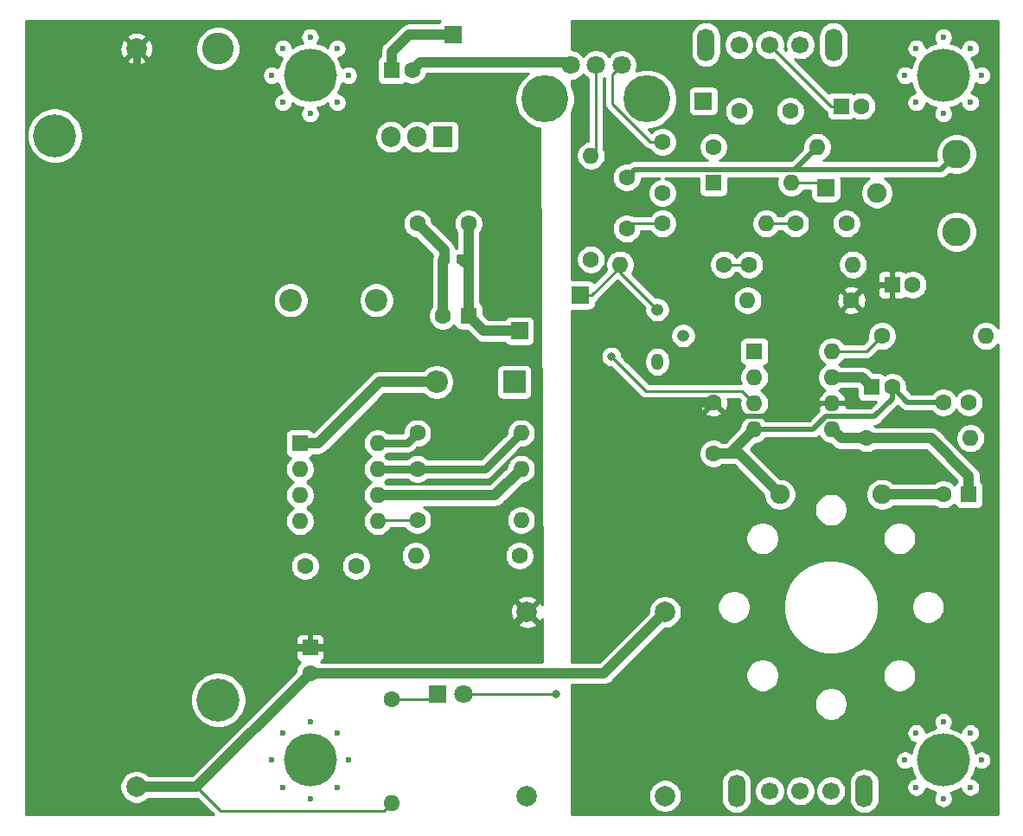
<source format=gbr>
G04 #@! TF.GenerationSoftware,KiCad,Pcbnew,5.1.5-52549c5~84~ubuntu18.04.1*
G04 #@! TF.CreationDate,2020-03-26T22:13:58-06:00*
G04 #@! TF.ProjectId,all-through-hole,616c6c2d-7468-4726-9f75-67682d686f6c,rev?*
G04 #@! TF.SameCoordinates,Original*
G04 #@! TF.FileFunction,Copper,L1,Top*
G04 #@! TF.FilePolarity,Positive*
%FSLAX46Y46*%
G04 Gerber Fmt 4.6, Leading zero omitted, Abs format (unit mm)*
G04 Created by KiCad (PCBNEW 5.1.5-52549c5~84~ubuntu18.04.1) date 2020-03-26 22:13:58*
%MOMM*%
%LPD*%
G04 APERTURE LIST*
%ADD10O,1.700000X3.200000*%
%ADD11C,1.700000*%
%ADD12C,0.600000*%
%ADD13C,5.200000*%
%ADD14O,1.600000X1.600000*%
%ADD15R,1.600000X1.600000*%
%ADD16O,1.905000X2.000000*%
%ADD17R,1.905000X2.000000*%
%ADD18C,4.600000*%
%ADD19C,1.800000*%
%ADD20C,1.600000*%
%ADD21O,1.200000X1.200000*%
%ADD22O,1.200000X1.600000*%
%ADD23C,1.900000*%
%ADD24C,2.200000*%
%ADD25C,2.800000*%
%ADD26R,1.700000X1.700000*%
%ADD27R,1.800000X1.800000*%
%ADD28O,2.200000X2.200000*%
%ADD29R,2.200000X2.200000*%
%ADD30C,0.100000*%
%ADD31C,3.100000*%
%ADD32C,4.200000*%
%ADD33C,2.000000*%
%ADD34C,0.800000*%
%ADD35C,0.250000*%
%ADD36C,0.750000*%
%ADD37C,1.000000*%
%ADD38C,0.500000*%
%ADD39C,0.254000*%
G04 APERTURE END LIST*
D10*
X162250000Y-40500000D03*
X149750000Y-40500000D03*
D11*
X153000000Y-40500000D03*
X159000000Y-40500000D03*
X156000000Y-40500000D03*
D12*
X175650000Y-46150000D03*
X170350000Y-46150000D03*
X175650000Y-40850000D03*
X170350000Y-40850000D03*
X169250000Y-43500000D03*
X176750000Y-43500000D03*
X173000000Y-47250000D03*
X173000000Y-39750000D03*
D13*
X173000000Y-43500000D03*
D12*
X113650000Y-46150000D03*
X108350000Y-46150000D03*
X113650000Y-40850000D03*
X108350000Y-40850000D03*
X107250000Y-43500000D03*
X114750000Y-43500000D03*
X111000000Y-47250000D03*
X111000000Y-39750000D03*
D13*
X111000000Y-43500000D03*
D12*
X175650000Y-113150000D03*
X170350000Y-113150000D03*
X175650000Y-107850000D03*
X170350000Y-107850000D03*
X169250000Y-110500000D03*
X176750000Y-110500000D03*
X173000000Y-114250000D03*
X173000000Y-106750000D03*
D13*
X173000000Y-110500000D03*
D12*
X113650000Y-113150000D03*
X108350000Y-113150000D03*
X113650000Y-107850000D03*
X108350000Y-107850000D03*
X107250000Y-110500000D03*
X114750000Y-110500000D03*
X111000000Y-114250000D03*
X111000000Y-106750000D03*
D13*
X111000000Y-110500000D03*
D14*
X162120000Y-70500000D03*
X154500000Y-78120000D03*
X162120000Y-73040000D03*
X154500000Y-75580000D03*
X162120000Y-75580000D03*
X154500000Y-73040000D03*
X162120000Y-78120000D03*
D15*
X154500000Y-70500000D03*
D16*
X118920000Y-49500000D03*
X121460000Y-49500000D03*
D17*
X124000000Y-49500000D03*
D14*
X117620000Y-79500000D03*
X110000000Y-87120000D03*
X117620000Y-82040000D03*
X110000000Y-84580000D03*
X117620000Y-84580000D03*
X110000000Y-82040000D03*
X117620000Y-87120000D03*
D15*
X110000000Y-79500000D03*
D10*
X152750000Y-113500000D03*
X165250000Y-113500000D03*
D11*
X162000000Y-113500000D03*
X156000000Y-113500000D03*
X159000000Y-113500000D03*
D18*
X144000000Y-45800000D03*
X134000000Y-45800000D03*
D19*
X141500000Y-42500000D03*
X139000000Y-42500000D03*
X136500000Y-42500000D03*
D14*
X175660000Y-79000000D03*
D20*
X165500000Y-79000000D03*
D14*
X177160000Y-69000000D03*
D20*
X167000000Y-69000000D03*
D14*
X138500000Y-51340000D03*
D20*
X138500000Y-61500000D03*
D14*
X155660000Y-58000000D03*
D20*
X145500000Y-58000000D03*
D14*
X141340000Y-62000000D03*
D20*
X151500000Y-62000000D03*
D14*
X153840000Y-65500000D03*
D20*
X164000000Y-65500000D03*
D14*
X164160000Y-62000000D03*
D20*
X154000000Y-62000000D03*
X150500000Y-50500000D03*
D14*
X160660000Y-50500000D03*
X119000000Y-114660000D03*
D20*
X119000000Y-104500000D03*
D14*
X121340000Y-90500000D03*
D20*
X131500000Y-90500000D03*
D14*
X131660000Y-87000000D03*
D20*
X121500000Y-87000000D03*
D14*
X131660000Y-78500000D03*
D20*
X121500000Y-78500000D03*
D14*
X131660000Y-82000000D03*
D20*
X121500000Y-82000000D03*
D21*
X145000000Y-66420000D03*
X147540000Y-68960000D03*
D22*
X145000000Y-71500000D03*
D23*
X157000000Y-84500000D03*
X167000000Y-84500000D03*
D24*
X109100000Y-65500000D03*
X117500000Y-65500000D03*
D25*
X174300000Y-51200000D03*
X174300000Y-58800000D03*
D23*
X166500000Y-55000000D03*
D26*
X149500000Y-46000000D03*
X137500000Y-65000000D03*
X161500000Y-54500000D03*
X125000000Y-39500000D03*
X131500000Y-68500000D03*
D15*
X150500000Y-54000000D03*
D14*
X158120000Y-54000000D03*
D19*
X126040000Y-104000000D03*
D27*
X123500000Y-104000000D03*
D28*
X123380000Y-73500000D03*
D29*
X131000000Y-73500000D03*
D20*
X168000000Y-74000000D03*
D15*
X166000000Y-74000000D03*
D20*
X173000000Y-84500000D03*
D15*
X175500000Y-84500000D03*
D20*
X173000000Y-75500000D03*
X175500000Y-75500000D03*
X165000000Y-46500000D03*
D15*
X163000000Y-46500000D03*
D20*
X150500000Y-80500000D03*
X150500000Y-75500000D03*
X145500000Y-55000000D03*
X145500000Y-50000000D03*
X142000000Y-53500000D03*
X142000000Y-58500000D03*
X170000000Y-64000000D03*
D15*
X168000000Y-64000000D03*
D20*
X163500000Y-58000000D03*
X158500000Y-58000000D03*
X158000000Y-47000000D03*
X153000000Y-47000000D03*
X121000000Y-43000000D03*
D15*
X119000000Y-43000000D03*
D20*
X121500000Y-58000000D03*
X126500000Y-58000000D03*
G04 #@! TA.AperFunction,SMDPad,CuDef*
D30*
G36*
X124435779Y-61026144D02*
G01*
X124458834Y-61029563D01*
X124481443Y-61035227D01*
X124503387Y-61043079D01*
X124524457Y-61053044D01*
X124544448Y-61065026D01*
X124563168Y-61078910D01*
X124580438Y-61094562D01*
X124596090Y-61111832D01*
X124609974Y-61130552D01*
X124621956Y-61150543D01*
X124631921Y-61171613D01*
X124639773Y-61193557D01*
X124645437Y-61216166D01*
X124648856Y-61239221D01*
X124650000Y-61262500D01*
X124650000Y-61737500D01*
X124648856Y-61760779D01*
X124645437Y-61783834D01*
X124639773Y-61806443D01*
X124631921Y-61828387D01*
X124621956Y-61849457D01*
X124609974Y-61869448D01*
X124596090Y-61888168D01*
X124580438Y-61905438D01*
X124563168Y-61921090D01*
X124544448Y-61934974D01*
X124524457Y-61946956D01*
X124503387Y-61956921D01*
X124481443Y-61964773D01*
X124458834Y-61970437D01*
X124435779Y-61973856D01*
X124412500Y-61975000D01*
X123837500Y-61975000D01*
X123814221Y-61973856D01*
X123791166Y-61970437D01*
X123768557Y-61964773D01*
X123746613Y-61956921D01*
X123725543Y-61946956D01*
X123705552Y-61934974D01*
X123686832Y-61921090D01*
X123669562Y-61905438D01*
X123653910Y-61888168D01*
X123640026Y-61869448D01*
X123628044Y-61849457D01*
X123618079Y-61828387D01*
X123610227Y-61806443D01*
X123604563Y-61783834D01*
X123601144Y-61760779D01*
X123600000Y-61737500D01*
X123600000Y-61262500D01*
X123601144Y-61239221D01*
X123604563Y-61216166D01*
X123610227Y-61193557D01*
X123618079Y-61171613D01*
X123628044Y-61150543D01*
X123640026Y-61130552D01*
X123653910Y-61111832D01*
X123669562Y-61094562D01*
X123686832Y-61078910D01*
X123705552Y-61065026D01*
X123725543Y-61053044D01*
X123746613Y-61043079D01*
X123768557Y-61035227D01*
X123791166Y-61029563D01*
X123814221Y-61026144D01*
X123837500Y-61025000D01*
X124412500Y-61025000D01*
X124435779Y-61026144D01*
G37*
G04 #@! TD.AperFunction*
G04 #@! TA.AperFunction,SMDPad,CuDef*
G36*
X126185779Y-61026144D02*
G01*
X126208834Y-61029563D01*
X126231443Y-61035227D01*
X126253387Y-61043079D01*
X126274457Y-61053044D01*
X126294448Y-61065026D01*
X126313168Y-61078910D01*
X126330438Y-61094562D01*
X126346090Y-61111832D01*
X126359974Y-61130552D01*
X126371956Y-61150543D01*
X126381921Y-61171613D01*
X126389773Y-61193557D01*
X126395437Y-61216166D01*
X126398856Y-61239221D01*
X126400000Y-61262500D01*
X126400000Y-61737500D01*
X126398856Y-61760779D01*
X126395437Y-61783834D01*
X126389773Y-61806443D01*
X126381921Y-61828387D01*
X126371956Y-61849457D01*
X126359974Y-61869448D01*
X126346090Y-61888168D01*
X126330438Y-61905438D01*
X126313168Y-61921090D01*
X126294448Y-61934974D01*
X126274457Y-61946956D01*
X126253387Y-61956921D01*
X126231443Y-61964773D01*
X126208834Y-61970437D01*
X126185779Y-61973856D01*
X126162500Y-61975000D01*
X125587500Y-61975000D01*
X125564221Y-61973856D01*
X125541166Y-61970437D01*
X125518557Y-61964773D01*
X125496613Y-61956921D01*
X125475543Y-61946956D01*
X125455552Y-61934974D01*
X125436832Y-61921090D01*
X125419562Y-61905438D01*
X125403910Y-61888168D01*
X125390026Y-61869448D01*
X125378044Y-61849457D01*
X125368079Y-61828387D01*
X125360227Y-61806443D01*
X125354563Y-61783834D01*
X125351144Y-61760779D01*
X125350000Y-61737500D01*
X125350000Y-61262500D01*
X125351144Y-61239221D01*
X125354563Y-61216166D01*
X125360227Y-61193557D01*
X125368079Y-61171613D01*
X125378044Y-61150543D01*
X125390026Y-61130552D01*
X125403910Y-61111832D01*
X125419562Y-61094562D01*
X125436832Y-61078910D01*
X125455552Y-61065026D01*
X125475543Y-61053044D01*
X125496613Y-61043079D01*
X125518557Y-61035227D01*
X125541166Y-61029563D01*
X125564221Y-61026144D01*
X125587500Y-61025000D01*
X126162500Y-61025000D01*
X126185779Y-61026144D01*
G37*
G04 #@! TD.AperFunction*
D20*
X124000000Y-67000000D03*
D15*
X126500000Y-67000000D03*
D20*
X115500000Y-91500000D03*
X110500000Y-91500000D03*
X111000000Y-102000000D03*
D15*
X111000000Y-99500000D03*
D31*
X102000000Y-40890000D03*
D32*
X102000000Y-104600000D03*
X86000000Y-49400000D03*
D33*
X94000000Y-40890000D03*
X94000000Y-113110000D03*
X145750000Y-96000000D03*
X132250000Y-96000000D03*
X145750000Y-114000000D03*
X132250000Y-114000000D03*
D34*
X130000000Y-102000000D03*
X143000000Y-75500000D03*
X135050011Y-104000000D03*
X140500000Y-71000000D03*
D35*
X102239999Y-115459999D02*
X99890000Y-113110000D01*
X119000000Y-114660000D02*
X118200001Y-115459999D01*
X118200001Y-115459999D02*
X102239999Y-115459999D01*
D36*
X139750000Y-102000000D02*
X130000000Y-102000000D01*
D37*
X124000000Y-61625000D02*
X124125000Y-61500000D01*
X124000000Y-67000000D02*
X124000000Y-61625000D01*
X124125000Y-60625000D02*
X121500000Y-58000000D01*
X124125000Y-61500000D02*
X124125000Y-60625000D01*
X121000000Y-43000000D02*
X121799999Y-42200001D01*
X136200001Y-42200001D02*
X136500000Y-42500000D01*
X121799999Y-42200001D02*
X136200001Y-42200001D01*
X94000000Y-113110000D02*
X99390000Y-113110000D01*
X99890000Y-113110000D02*
X111000000Y-102000000D01*
X99390000Y-113110000D02*
X99890000Y-113110000D01*
X111000000Y-102000000D02*
X139750000Y-102000000D01*
X139750000Y-102000000D02*
X145750000Y-96000000D01*
X152120000Y-80500000D02*
X154500000Y-78120000D01*
X150500000Y-80500000D02*
X152120000Y-80500000D01*
X153000000Y-80500000D02*
X157000000Y-84500000D01*
X150500000Y-80500000D02*
X153000000Y-80500000D01*
D38*
X159860001Y-51299999D02*
X160660000Y-50500000D01*
X142000000Y-53500000D02*
X142799999Y-52700001D01*
X158459999Y-52700001D02*
X159860001Y-51299999D01*
X142799999Y-52700001D02*
X158459999Y-52700001D01*
X172799999Y-52700001D02*
X174300000Y-51200000D01*
X158459999Y-52700001D02*
X172799999Y-52700001D01*
X166261371Y-76869999D02*
X168000000Y-75131370D01*
X161519999Y-76869999D02*
X166261371Y-76869999D01*
X160269998Y-78120000D02*
X161519999Y-76869999D01*
X168000000Y-75131370D02*
X168000000Y-74000000D01*
X154500000Y-78120000D02*
X160269998Y-78120000D01*
X169500000Y-75500000D02*
X173000000Y-75500000D01*
X168000000Y-74000000D02*
X169500000Y-75500000D01*
D36*
X128750000Y-99500000D02*
X111000000Y-99500000D01*
X132250000Y-96000000D02*
X128750000Y-99500000D01*
X94000000Y-89500000D02*
X94000000Y-40890000D01*
X111000000Y-99500000D02*
X104000000Y-99500000D01*
X104000000Y-99500000D02*
X94000000Y-89500000D01*
D37*
X128000000Y-68500000D02*
X126500000Y-67000000D01*
X131500000Y-68500000D02*
X128000000Y-68500000D01*
X126500000Y-62125000D02*
X125875000Y-61500000D01*
X126500000Y-67000000D02*
X126500000Y-62125000D01*
X126500000Y-62125000D02*
X126500000Y-58000000D01*
X123150000Y-39500000D02*
X125000000Y-39500000D01*
X120700000Y-39500000D02*
X123150000Y-39500000D01*
X119000000Y-43000000D02*
X119000000Y-41200000D01*
X119000000Y-41200000D02*
X120700000Y-39500000D01*
X143000000Y-75500000D02*
X150500000Y-75500000D01*
D38*
X164000000Y-65500000D02*
X165500000Y-64000000D01*
X165500000Y-64000000D02*
X168000000Y-64000000D01*
X150500000Y-75500000D02*
X151830001Y-76830001D01*
X151830001Y-76830001D02*
X159738629Y-76830001D01*
X159738629Y-76830001D02*
X160988630Y-75580000D01*
X160988630Y-75580000D02*
X162120000Y-75580000D01*
D35*
X126040000Y-104000000D02*
X135050011Y-104000000D01*
X161000000Y-54000000D02*
X161500000Y-54500000D01*
X158120000Y-54000000D02*
X161000000Y-54000000D01*
X155660000Y-58000000D02*
X158500000Y-58000000D01*
X142500000Y-58000000D02*
X142000000Y-58500000D01*
X145500000Y-58000000D02*
X142500000Y-58000000D01*
X141340000Y-62260000D02*
X141340000Y-62000000D01*
X137500000Y-65000000D02*
X138600000Y-65000000D01*
X138600000Y-65000000D02*
X141340000Y-62260000D01*
X141340000Y-62760000D02*
X141340000Y-62000000D01*
X145000000Y-66420000D02*
X141340000Y-62760000D01*
X144368630Y-50000000D02*
X145500000Y-50000000D01*
X141500000Y-42500000D02*
X140600001Y-43399999D01*
X144314998Y-50000000D02*
X144368630Y-50000000D01*
X140600001Y-46285003D02*
X144314998Y-50000000D01*
X140600001Y-43399999D02*
X140600001Y-46285003D01*
X162000000Y-46500000D02*
X163000000Y-46500000D01*
X156000000Y-40500000D02*
X162000000Y-46500000D01*
D37*
X167000000Y-84500000D02*
X173000000Y-84500000D01*
X171800000Y-79000000D02*
X166631370Y-79000000D01*
X175500000Y-84500000D02*
X175500000Y-82700000D01*
X166631370Y-79000000D02*
X165500000Y-79000000D01*
X175500000Y-82700000D02*
X171800000Y-79000000D01*
X163000000Y-79000000D02*
X162120000Y-78120000D01*
X165500000Y-79000000D02*
X163000000Y-79000000D01*
X165040000Y-73040000D02*
X166000000Y-74000000D01*
X162120000Y-73040000D02*
X165040000Y-73040000D01*
X121824366Y-73500000D02*
X123380000Y-73500000D01*
X117800000Y-73500000D02*
X121824366Y-73500000D01*
X110000000Y-79500000D02*
X111800000Y-79500000D01*
X111800000Y-79500000D02*
X117800000Y-73500000D01*
D35*
X123000000Y-104500000D02*
X123500000Y-104000000D01*
X119000000Y-104500000D02*
X123000000Y-104500000D01*
D36*
X121460000Y-82040000D02*
X121500000Y-82000000D01*
X117620000Y-82040000D02*
X121460000Y-82040000D01*
X128160000Y-82000000D02*
X131660000Y-78500000D01*
X121500000Y-82000000D02*
X128160000Y-82000000D01*
D37*
X129080000Y-84580000D02*
X117620000Y-84580000D01*
X131660000Y-82000000D02*
X129080000Y-84580000D01*
D36*
X120500000Y-79500000D02*
X121500000Y-78500000D01*
X117620000Y-79500000D02*
X120500000Y-79500000D01*
D35*
X117740000Y-87000000D02*
X117620000Y-87120000D01*
X121500000Y-87000000D02*
X117740000Y-87000000D01*
X151500000Y-62000000D02*
X154000000Y-62000000D01*
X139000000Y-50840000D02*
X138500000Y-51340000D01*
X139000000Y-42500000D02*
X139000000Y-50840000D01*
X143874999Y-74374999D02*
X140500000Y-71000000D01*
X154500000Y-75580000D02*
X153294999Y-74374999D01*
X153294999Y-74374999D02*
X143874999Y-74374999D01*
X165500000Y-70500000D02*
X167000000Y-69000000D01*
X162120000Y-70500000D02*
X165500000Y-70500000D01*
D39*
G36*
X123698815Y-38198815D02*
G01*
X123619463Y-38295506D01*
X123582317Y-38365000D01*
X120755751Y-38365000D01*
X120699999Y-38359509D01*
X120644248Y-38365000D01*
X120477501Y-38381423D01*
X120263553Y-38446324D01*
X120066377Y-38551716D01*
X119893551Y-38693551D01*
X119858009Y-38736860D01*
X118236860Y-40358009D01*
X118193552Y-40393551D01*
X118051717Y-40566377D01*
X118015038Y-40635000D01*
X117946324Y-40763554D01*
X117881423Y-40977502D01*
X117859509Y-41200000D01*
X117865000Y-41255751D01*
X117865000Y-41659043D01*
X117845506Y-41669463D01*
X117748815Y-41748815D01*
X117669463Y-41845506D01*
X117610498Y-41955820D01*
X117574188Y-42075518D01*
X117561928Y-42200000D01*
X117561928Y-43800000D01*
X117574188Y-43924482D01*
X117610498Y-44044180D01*
X117669463Y-44154494D01*
X117748815Y-44251185D01*
X117845506Y-44330537D01*
X117955820Y-44389502D01*
X118075518Y-44425812D01*
X118200000Y-44438072D01*
X119800000Y-44438072D01*
X119924482Y-44425812D01*
X120044180Y-44389502D01*
X120154494Y-44330537D01*
X120251185Y-44251185D01*
X120264790Y-44234607D01*
X120320273Y-44271680D01*
X120581426Y-44379853D01*
X120858665Y-44435000D01*
X121141335Y-44435000D01*
X121418574Y-44379853D01*
X121679727Y-44271680D01*
X121914759Y-44114637D01*
X122114637Y-43914759D01*
X122271680Y-43679727D01*
X122379853Y-43418574D01*
X122396477Y-43335001D01*
X132406272Y-43335001D01*
X132129047Y-43520237D01*
X131720237Y-43929047D01*
X131399037Y-44409756D01*
X131177791Y-44943892D01*
X131065000Y-45510928D01*
X131065000Y-46089072D01*
X131177791Y-46656108D01*
X131399037Y-47190244D01*
X131720237Y-47670953D01*
X132129047Y-48079763D01*
X132609756Y-48400963D01*
X133143892Y-48622209D01*
X133443769Y-48681859D01*
X133738862Y-95306554D01*
X133649814Y-95139956D01*
X133385413Y-95044192D01*
X132429605Y-96000000D01*
X133385413Y-96955808D01*
X133649814Y-96860044D01*
X133747424Y-96659395D01*
X133774042Y-100865000D01*
X112090019Y-100865000D01*
X112154494Y-100830537D01*
X112251185Y-100751185D01*
X112330537Y-100654494D01*
X112389502Y-100544180D01*
X112425812Y-100424482D01*
X112438072Y-100300000D01*
X112435000Y-99785750D01*
X112276250Y-99627000D01*
X111127000Y-99627000D01*
X111127000Y-99647000D01*
X110873000Y-99647000D01*
X110873000Y-99627000D01*
X109723750Y-99627000D01*
X109565000Y-99785750D01*
X109561928Y-100300000D01*
X109574188Y-100424482D01*
X109610498Y-100544180D01*
X109669463Y-100654494D01*
X109748815Y-100751185D01*
X109845506Y-100830537D01*
X109955820Y-100889502D01*
X110051943Y-100918661D01*
X109885363Y-101085241D01*
X109728320Y-101320273D01*
X109620147Y-101581426D01*
X109572151Y-101822716D01*
X99419869Y-111975000D01*
X95177239Y-111975000D01*
X95042252Y-111840013D01*
X94774463Y-111661082D01*
X94476912Y-111537832D01*
X94161033Y-111475000D01*
X93838967Y-111475000D01*
X93523088Y-111537832D01*
X93225537Y-111661082D01*
X92957748Y-111840013D01*
X92730013Y-112067748D01*
X92551082Y-112335537D01*
X92427832Y-112633088D01*
X92365000Y-112948967D01*
X92365000Y-113271033D01*
X92427832Y-113586912D01*
X92551082Y-113884463D01*
X92730013Y-114152252D01*
X92957748Y-114379987D01*
X93225537Y-114558918D01*
X93523088Y-114682168D01*
X93838967Y-114745000D01*
X94161033Y-114745000D01*
X94476912Y-114682168D01*
X94774463Y-114558918D01*
X95042252Y-114379987D01*
X95177239Y-114245000D01*
X99834249Y-114245000D01*
X99890000Y-114250491D01*
X99945751Y-114245000D01*
X99945752Y-114245000D01*
X99949800Y-114244601D01*
X101545197Y-115840000D01*
X83160000Y-115840000D01*
X83160000Y-104330626D01*
X99265000Y-104330626D01*
X99265000Y-104869374D01*
X99370105Y-105397770D01*
X99576275Y-105895508D01*
X99875587Y-106343461D01*
X100256539Y-106724413D01*
X100704492Y-107023725D01*
X101202230Y-107229895D01*
X101730626Y-107335000D01*
X102269374Y-107335000D01*
X102797770Y-107229895D01*
X103295508Y-107023725D01*
X103743461Y-106724413D01*
X104124413Y-106343461D01*
X104423725Y-105895508D01*
X104629895Y-105397770D01*
X104735000Y-104869374D01*
X104735000Y-104330626D01*
X104629895Y-103802230D01*
X104423725Y-103304492D01*
X104124413Y-102856539D01*
X103743461Y-102475587D01*
X103295508Y-102176275D01*
X102797770Y-101970105D01*
X102269374Y-101865000D01*
X101730626Y-101865000D01*
X101202230Y-101970105D01*
X100704492Y-102176275D01*
X100256539Y-102475587D01*
X99875587Y-102856539D01*
X99576275Y-103304492D01*
X99370105Y-103802230D01*
X99265000Y-104330626D01*
X83160000Y-104330626D01*
X83160000Y-98700000D01*
X109561928Y-98700000D01*
X109565000Y-99214250D01*
X109723750Y-99373000D01*
X110873000Y-99373000D01*
X110873000Y-98223750D01*
X111127000Y-98223750D01*
X111127000Y-99373000D01*
X112276250Y-99373000D01*
X112435000Y-99214250D01*
X112438072Y-98700000D01*
X112425812Y-98575518D01*
X112389502Y-98455820D01*
X112330537Y-98345506D01*
X112251185Y-98248815D01*
X112154494Y-98169463D01*
X112044180Y-98110498D01*
X111924482Y-98074188D01*
X111800000Y-98061928D01*
X111285750Y-98065000D01*
X111127000Y-98223750D01*
X110873000Y-98223750D01*
X110714250Y-98065000D01*
X110200000Y-98061928D01*
X110075518Y-98074188D01*
X109955820Y-98110498D01*
X109845506Y-98169463D01*
X109748815Y-98248815D01*
X109669463Y-98345506D01*
X109610498Y-98455820D01*
X109574188Y-98575518D01*
X109561928Y-98700000D01*
X83160000Y-98700000D01*
X83160000Y-97135413D01*
X131294192Y-97135413D01*
X131389956Y-97399814D01*
X131679571Y-97540704D01*
X131991108Y-97622384D01*
X132312595Y-97641718D01*
X132631675Y-97597961D01*
X132936088Y-97492795D01*
X133110044Y-97399814D01*
X133205808Y-97135413D01*
X132250000Y-96179605D01*
X131294192Y-97135413D01*
X83160000Y-97135413D01*
X83160000Y-96062595D01*
X130608282Y-96062595D01*
X130652039Y-96381675D01*
X130757205Y-96686088D01*
X130850186Y-96860044D01*
X131114587Y-96955808D01*
X132070395Y-96000000D01*
X131114587Y-95044192D01*
X130850186Y-95139956D01*
X130709296Y-95429571D01*
X130627616Y-95741108D01*
X130608282Y-96062595D01*
X83160000Y-96062595D01*
X83160000Y-94864587D01*
X131294192Y-94864587D01*
X132250000Y-95820395D01*
X133205808Y-94864587D01*
X133110044Y-94600186D01*
X132820429Y-94459296D01*
X132508892Y-94377616D01*
X132187405Y-94358282D01*
X131868325Y-94402039D01*
X131563912Y-94507205D01*
X131389956Y-94600186D01*
X131294192Y-94864587D01*
X83160000Y-94864587D01*
X83160000Y-91358665D01*
X109065000Y-91358665D01*
X109065000Y-91641335D01*
X109120147Y-91918574D01*
X109228320Y-92179727D01*
X109385363Y-92414759D01*
X109585241Y-92614637D01*
X109820273Y-92771680D01*
X110081426Y-92879853D01*
X110358665Y-92935000D01*
X110641335Y-92935000D01*
X110918574Y-92879853D01*
X111179727Y-92771680D01*
X111414759Y-92614637D01*
X111614637Y-92414759D01*
X111771680Y-92179727D01*
X111879853Y-91918574D01*
X111935000Y-91641335D01*
X111935000Y-91358665D01*
X114065000Y-91358665D01*
X114065000Y-91641335D01*
X114120147Y-91918574D01*
X114228320Y-92179727D01*
X114385363Y-92414759D01*
X114585241Y-92614637D01*
X114820273Y-92771680D01*
X115081426Y-92879853D01*
X115358665Y-92935000D01*
X115641335Y-92935000D01*
X115918574Y-92879853D01*
X116179727Y-92771680D01*
X116414759Y-92614637D01*
X116614637Y-92414759D01*
X116771680Y-92179727D01*
X116879853Y-91918574D01*
X116935000Y-91641335D01*
X116935000Y-91358665D01*
X116879853Y-91081426D01*
X116771680Y-90820273D01*
X116614637Y-90585241D01*
X116414759Y-90385363D01*
X116374803Y-90358665D01*
X119905000Y-90358665D01*
X119905000Y-90641335D01*
X119960147Y-90918574D01*
X120068320Y-91179727D01*
X120225363Y-91414759D01*
X120425241Y-91614637D01*
X120660273Y-91771680D01*
X120921426Y-91879853D01*
X121198665Y-91935000D01*
X121481335Y-91935000D01*
X121758574Y-91879853D01*
X122019727Y-91771680D01*
X122254759Y-91614637D01*
X122454637Y-91414759D01*
X122611680Y-91179727D01*
X122719853Y-90918574D01*
X122775000Y-90641335D01*
X122775000Y-90358665D01*
X130065000Y-90358665D01*
X130065000Y-90641335D01*
X130120147Y-90918574D01*
X130228320Y-91179727D01*
X130385363Y-91414759D01*
X130585241Y-91614637D01*
X130820273Y-91771680D01*
X131081426Y-91879853D01*
X131358665Y-91935000D01*
X131641335Y-91935000D01*
X131918574Y-91879853D01*
X132179727Y-91771680D01*
X132414759Y-91614637D01*
X132614637Y-91414759D01*
X132771680Y-91179727D01*
X132879853Y-90918574D01*
X132935000Y-90641335D01*
X132935000Y-90358665D01*
X132879853Y-90081426D01*
X132771680Y-89820273D01*
X132614637Y-89585241D01*
X132414759Y-89385363D01*
X132179727Y-89228320D01*
X131918574Y-89120147D01*
X131641335Y-89065000D01*
X131358665Y-89065000D01*
X131081426Y-89120147D01*
X130820273Y-89228320D01*
X130585241Y-89385363D01*
X130385363Y-89585241D01*
X130228320Y-89820273D01*
X130120147Y-90081426D01*
X130065000Y-90358665D01*
X122775000Y-90358665D01*
X122719853Y-90081426D01*
X122611680Y-89820273D01*
X122454637Y-89585241D01*
X122254759Y-89385363D01*
X122019727Y-89228320D01*
X121758574Y-89120147D01*
X121481335Y-89065000D01*
X121198665Y-89065000D01*
X120921426Y-89120147D01*
X120660273Y-89228320D01*
X120425241Y-89385363D01*
X120225363Y-89585241D01*
X120068320Y-89820273D01*
X119960147Y-90081426D01*
X119905000Y-90358665D01*
X116374803Y-90358665D01*
X116179727Y-90228320D01*
X115918574Y-90120147D01*
X115641335Y-90065000D01*
X115358665Y-90065000D01*
X115081426Y-90120147D01*
X114820273Y-90228320D01*
X114585241Y-90385363D01*
X114385363Y-90585241D01*
X114228320Y-90820273D01*
X114120147Y-91081426D01*
X114065000Y-91358665D01*
X111935000Y-91358665D01*
X111879853Y-91081426D01*
X111771680Y-90820273D01*
X111614637Y-90585241D01*
X111414759Y-90385363D01*
X111179727Y-90228320D01*
X110918574Y-90120147D01*
X110641335Y-90065000D01*
X110358665Y-90065000D01*
X110081426Y-90120147D01*
X109820273Y-90228320D01*
X109585241Y-90385363D01*
X109385363Y-90585241D01*
X109228320Y-90820273D01*
X109120147Y-91081426D01*
X109065000Y-91358665D01*
X83160000Y-91358665D01*
X83160000Y-78700000D01*
X108561928Y-78700000D01*
X108561928Y-80300000D01*
X108574188Y-80424482D01*
X108610498Y-80544180D01*
X108669463Y-80654494D01*
X108748815Y-80751185D01*
X108845506Y-80830537D01*
X108955820Y-80889502D01*
X109075518Y-80925812D01*
X109083961Y-80926643D01*
X108885363Y-81125241D01*
X108728320Y-81360273D01*
X108620147Y-81621426D01*
X108565000Y-81898665D01*
X108565000Y-82181335D01*
X108620147Y-82458574D01*
X108728320Y-82719727D01*
X108885363Y-82954759D01*
X109085241Y-83154637D01*
X109317759Y-83310000D01*
X109085241Y-83465363D01*
X108885363Y-83665241D01*
X108728320Y-83900273D01*
X108620147Y-84161426D01*
X108565000Y-84438665D01*
X108565000Y-84721335D01*
X108620147Y-84998574D01*
X108728320Y-85259727D01*
X108885363Y-85494759D01*
X109085241Y-85694637D01*
X109317759Y-85850000D01*
X109085241Y-86005363D01*
X108885363Y-86205241D01*
X108728320Y-86440273D01*
X108620147Y-86701426D01*
X108565000Y-86978665D01*
X108565000Y-87261335D01*
X108620147Y-87538574D01*
X108728320Y-87799727D01*
X108885363Y-88034759D01*
X109085241Y-88234637D01*
X109320273Y-88391680D01*
X109581426Y-88499853D01*
X109858665Y-88555000D01*
X110141335Y-88555000D01*
X110418574Y-88499853D01*
X110679727Y-88391680D01*
X110914759Y-88234637D01*
X111114637Y-88034759D01*
X111271680Y-87799727D01*
X111379853Y-87538574D01*
X111435000Y-87261335D01*
X111435000Y-86978665D01*
X111379853Y-86701426D01*
X111271680Y-86440273D01*
X111114637Y-86205241D01*
X110914759Y-86005363D01*
X110682241Y-85850000D01*
X110914759Y-85694637D01*
X111114637Y-85494759D01*
X111271680Y-85259727D01*
X111379853Y-84998574D01*
X111435000Y-84721335D01*
X111435000Y-84438665D01*
X111379853Y-84161426D01*
X111271680Y-83900273D01*
X111114637Y-83665241D01*
X110914759Y-83465363D01*
X110682241Y-83310000D01*
X110914759Y-83154637D01*
X111114637Y-82954759D01*
X111271680Y-82719727D01*
X111379853Y-82458574D01*
X111435000Y-82181335D01*
X111435000Y-81898665D01*
X111379853Y-81621426D01*
X111271680Y-81360273D01*
X111114637Y-81125241D01*
X110916039Y-80926643D01*
X110924482Y-80925812D01*
X111044180Y-80889502D01*
X111154494Y-80830537D01*
X111251185Y-80751185D01*
X111330537Y-80654494D01*
X111340957Y-80635000D01*
X111744249Y-80635000D01*
X111800000Y-80640491D01*
X111855751Y-80635000D01*
X111855752Y-80635000D01*
X112022499Y-80618577D01*
X112236447Y-80553676D01*
X112433623Y-80448284D01*
X112606449Y-80306449D01*
X112641996Y-80263135D01*
X113546466Y-79358665D01*
X116185000Y-79358665D01*
X116185000Y-79641335D01*
X116240147Y-79918574D01*
X116348320Y-80179727D01*
X116505363Y-80414759D01*
X116705241Y-80614637D01*
X116937759Y-80770000D01*
X116705241Y-80925363D01*
X116505363Y-81125241D01*
X116348320Y-81360273D01*
X116240147Y-81621426D01*
X116185000Y-81898665D01*
X116185000Y-82181335D01*
X116240147Y-82458574D01*
X116348320Y-82719727D01*
X116505363Y-82954759D01*
X116705241Y-83154637D01*
X116937759Y-83310000D01*
X116705241Y-83465363D01*
X116505363Y-83665241D01*
X116348320Y-83900273D01*
X116240147Y-84161426D01*
X116185000Y-84438665D01*
X116185000Y-84721335D01*
X116240147Y-84998574D01*
X116348320Y-85259727D01*
X116505363Y-85494759D01*
X116705241Y-85694637D01*
X116937759Y-85850000D01*
X116705241Y-86005363D01*
X116505363Y-86205241D01*
X116348320Y-86440273D01*
X116240147Y-86701426D01*
X116185000Y-86978665D01*
X116185000Y-87261335D01*
X116240147Y-87538574D01*
X116348320Y-87799727D01*
X116505363Y-88034759D01*
X116705241Y-88234637D01*
X116940273Y-88391680D01*
X117201426Y-88499853D01*
X117478665Y-88555000D01*
X117761335Y-88555000D01*
X118038574Y-88499853D01*
X118299727Y-88391680D01*
X118534759Y-88234637D01*
X118734637Y-88034759D01*
X118891680Y-87799727D01*
X118908135Y-87760000D01*
X120281957Y-87760000D01*
X120385363Y-87914759D01*
X120585241Y-88114637D01*
X120820273Y-88271680D01*
X121081426Y-88379853D01*
X121358665Y-88435000D01*
X121641335Y-88435000D01*
X121918574Y-88379853D01*
X122179727Y-88271680D01*
X122414759Y-88114637D01*
X122614637Y-87914759D01*
X122771680Y-87679727D01*
X122879853Y-87418574D01*
X122935000Y-87141335D01*
X122935000Y-86858665D01*
X130225000Y-86858665D01*
X130225000Y-87141335D01*
X130280147Y-87418574D01*
X130388320Y-87679727D01*
X130545363Y-87914759D01*
X130745241Y-88114637D01*
X130980273Y-88271680D01*
X131241426Y-88379853D01*
X131518665Y-88435000D01*
X131801335Y-88435000D01*
X132078574Y-88379853D01*
X132339727Y-88271680D01*
X132574759Y-88114637D01*
X132774637Y-87914759D01*
X132931680Y-87679727D01*
X133039853Y-87418574D01*
X133095000Y-87141335D01*
X133095000Y-86858665D01*
X133039853Y-86581426D01*
X132931680Y-86320273D01*
X132774637Y-86085241D01*
X132574759Y-85885363D01*
X132339727Y-85728320D01*
X132078574Y-85620147D01*
X131801335Y-85565000D01*
X131518665Y-85565000D01*
X131241426Y-85620147D01*
X130980273Y-85728320D01*
X130745241Y-85885363D01*
X130545363Y-86085241D01*
X130388320Y-86320273D01*
X130280147Y-86581426D01*
X130225000Y-86858665D01*
X122935000Y-86858665D01*
X122879853Y-86581426D01*
X122771680Y-86320273D01*
X122614637Y-86085241D01*
X122414759Y-85885363D01*
X122179727Y-85728320D01*
X122147570Y-85715000D01*
X129024249Y-85715000D01*
X129080000Y-85720491D01*
X129135751Y-85715000D01*
X129135752Y-85715000D01*
X129302499Y-85698577D01*
X129516447Y-85633676D01*
X129713623Y-85528284D01*
X129886449Y-85386449D01*
X129921996Y-85343135D01*
X131837282Y-83427850D01*
X132078574Y-83379853D01*
X132339727Y-83271680D01*
X132574759Y-83114637D01*
X132774637Y-82914759D01*
X132931680Y-82679727D01*
X133039853Y-82418574D01*
X133095000Y-82141335D01*
X133095000Y-81858665D01*
X133039853Y-81581426D01*
X132931680Y-81320273D01*
X132774637Y-81085241D01*
X132574759Y-80885363D01*
X132339727Y-80728320D01*
X132078574Y-80620147D01*
X131801335Y-80565000D01*
X131518665Y-80565000D01*
X131241426Y-80620147D01*
X130980273Y-80728320D01*
X130745241Y-80885363D01*
X130545363Y-81085241D01*
X130388320Y-81320273D01*
X130280147Y-81581426D01*
X130232150Y-81822718D01*
X128609869Y-83445000D01*
X118504284Y-83445000D01*
X118302241Y-83310000D01*
X118534759Y-83154637D01*
X118639396Y-83050000D01*
X120520604Y-83050000D01*
X120585241Y-83114637D01*
X120820273Y-83271680D01*
X121081426Y-83379853D01*
X121358665Y-83435000D01*
X121641335Y-83435000D01*
X121918574Y-83379853D01*
X122179727Y-83271680D01*
X122414759Y-83114637D01*
X122519396Y-83010000D01*
X128110392Y-83010000D01*
X128160000Y-83014886D01*
X128357994Y-82995385D01*
X128548380Y-82937632D01*
X128723840Y-82843847D01*
X128877633Y-82717633D01*
X128909261Y-82679094D01*
X131653356Y-79935000D01*
X131801335Y-79935000D01*
X132078574Y-79879853D01*
X132339727Y-79771680D01*
X132574759Y-79614637D01*
X132774637Y-79414759D01*
X132931680Y-79179727D01*
X133039853Y-78918574D01*
X133095000Y-78641335D01*
X133095000Y-78358665D01*
X133039853Y-78081426D01*
X132931680Y-77820273D01*
X132774637Y-77585241D01*
X132574759Y-77385363D01*
X132339727Y-77228320D01*
X132078574Y-77120147D01*
X131801335Y-77065000D01*
X131518665Y-77065000D01*
X131241426Y-77120147D01*
X130980273Y-77228320D01*
X130745241Y-77385363D01*
X130545363Y-77585241D01*
X130388320Y-77820273D01*
X130280147Y-78081426D01*
X130225000Y-78358665D01*
X130225000Y-78506644D01*
X127741645Y-80990000D01*
X122519396Y-80990000D01*
X122414759Y-80885363D01*
X122179727Y-80728320D01*
X121918574Y-80620147D01*
X121641335Y-80565000D01*
X121358665Y-80565000D01*
X121081426Y-80620147D01*
X120820273Y-80728320D01*
X120585241Y-80885363D01*
X120440604Y-81030000D01*
X118639396Y-81030000D01*
X118534759Y-80925363D01*
X118302241Y-80770000D01*
X118534759Y-80614637D01*
X118639396Y-80510000D01*
X120450392Y-80510000D01*
X120500000Y-80514886D01*
X120697994Y-80495385D01*
X120888380Y-80437632D01*
X121063840Y-80343847D01*
X121217633Y-80217633D01*
X121249261Y-80179094D01*
X121493355Y-79935000D01*
X121641335Y-79935000D01*
X121918574Y-79879853D01*
X122179727Y-79771680D01*
X122414759Y-79614637D01*
X122614637Y-79414759D01*
X122771680Y-79179727D01*
X122879853Y-78918574D01*
X122935000Y-78641335D01*
X122935000Y-78358665D01*
X122879853Y-78081426D01*
X122771680Y-77820273D01*
X122614637Y-77585241D01*
X122414759Y-77385363D01*
X122179727Y-77228320D01*
X121918574Y-77120147D01*
X121641335Y-77065000D01*
X121358665Y-77065000D01*
X121081426Y-77120147D01*
X120820273Y-77228320D01*
X120585241Y-77385363D01*
X120385363Y-77585241D01*
X120228320Y-77820273D01*
X120120147Y-78081426D01*
X120065000Y-78358665D01*
X120065000Y-78490000D01*
X118639396Y-78490000D01*
X118534759Y-78385363D01*
X118299727Y-78228320D01*
X118038574Y-78120147D01*
X117761335Y-78065000D01*
X117478665Y-78065000D01*
X117201426Y-78120147D01*
X116940273Y-78228320D01*
X116705241Y-78385363D01*
X116505363Y-78585241D01*
X116348320Y-78820273D01*
X116240147Y-79081426D01*
X116185000Y-79358665D01*
X113546466Y-79358665D01*
X118270132Y-74635000D01*
X122061339Y-74635000D01*
X122274002Y-74847663D01*
X122558169Y-75037537D01*
X122873919Y-75168325D01*
X123209117Y-75235000D01*
X123550883Y-75235000D01*
X123886081Y-75168325D01*
X124201831Y-75037537D01*
X124485998Y-74847663D01*
X124727663Y-74605998D01*
X124917537Y-74321831D01*
X125048325Y-74006081D01*
X125115000Y-73670883D01*
X125115000Y-73329117D01*
X125048325Y-72993919D01*
X124917537Y-72678169D01*
X124731671Y-72400000D01*
X129261928Y-72400000D01*
X129261928Y-74600000D01*
X129274188Y-74724482D01*
X129310498Y-74844180D01*
X129369463Y-74954494D01*
X129448815Y-75051185D01*
X129545506Y-75130537D01*
X129655820Y-75189502D01*
X129775518Y-75225812D01*
X129900000Y-75238072D01*
X132100000Y-75238072D01*
X132224482Y-75225812D01*
X132344180Y-75189502D01*
X132454494Y-75130537D01*
X132551185Y-75051185D01*
X132630537Y-74954494D01*
X132689502Y-74844180D01*
X132725812Y-74724482D01*
X132738072Y-74600000D01*
X132738072Y-72400000D01*
X132725812Y-72275518D01*
X132689502Y-72155820D01*
X132630537Y-72045506D01*
X132551185Y-71948815D01*
X132454494Y-71869463D01*
X132344180Y-71810498D01*
X132224482Y-71774188D01*
X132100000Y-71761928D01*
X129900000Y-71761928D01*
X129775518Y-71774188D01*
X129655820Y-71810498D01*
X129545506Y-71869463D01*
X129448815Y-71948815D01*
X129369463Y-72045506D01*
X129310498Y-72155820D01*
X129274188Y-72275518D01*
X129261928Y-72400000D01*
X124731671Y-72400000D01*
X124727663Y-72394002D01*
X124485998Y-72152337D01*
X124201831Y-71962463D01*
X123886081Y-71831675D01*
X123550883Y-71765000D01*
X123209117Y-71765000D01*
X122873919Y-71831675D01*
X122558169Y-71962463D01*
X122274002Y-72152337D01*
X122061339Y-72365000D01*
X117855741Y-72365000D01*
X117799999Y-72359510D01*
X117744257Y-72365000D01*
X117744248Y-72365000D01*
X117577501Y-72381423D01*
X117363553Y-72446324D01*
X117166377Y-72551716D01*
X116993551Y-72693551D01*
X116958009Y-72736859D01*
X111337095Y-78357774D01*
X111330537Y-78345506D01*
X111251185Y-78248815D01*
X111154494Y-78169463D01*
X111044180Y-78110498D01*
X110924482Y-78074188D01*
X110800000Y-78061928D01*
X109200000Y-78061928D01*
X109075518Y-78074188D01*
X108955820Y-78110498D01*
X108845506Y-78169463D01*
X108748815Y-78248815D01*
X108669463Y-78345506D01*
X108610498Y-78455820D01*
X108574188Y-78575518D01*
X108561928Y-78700000D01*
X83160000Y-78700000D01*
X83160000Y-65329117D01*
X107365000Y-65329117D01*
X107365000Y-65670883D01*
X107431675Y-66006081D01*
X107562463Y-66321831D01*
X107752337Y-66605998D01*
X107994002Y-66847663D01*
X108278169Y-67037537D01*
X108593919Y-67168325D01*
X108929117Y-67235000D01*
X109270883Y-67235000D01*
X109606081Y-67168325D01*
X109921831Y-67037537D01*
X110205998Y-66847663D01*
X110447663Y-66605998D01*
X110637537Y-66321831D01*
X110768325Y-66006081D01*
X110835000Y-65670883D01*
X110835000Y-65329117D01*
X115765000Y-65329117D01*
X115765000Y-65670883D01*
X115831675Y-66006081D01*
X115962463Y-66321831D01*
X116152337Y-66605998D01*
X116394002Y-66847663D01*
X116678169Y-67037537D01*
X116993919Y-67168325D01*
X117329117Y-67235000D01*
X117670883Y-67235000D01*
X118006081Y-67168325D01*
X118321831Y-67037537D01*
X118605998Y-66847663D01*
X118847663Y-66605998D01*
X119037537Y-66321831D01*
X119168325Y-66006081D01*
X119235000Y-65670883D01*
X119235000Y-65329117D01*
X119168325Y-64993919D01*
X119037537Y-64678169D01*
X118847663Y-64394002D01*
X118605998Y-64152337D01*
X118321831Y-63962463D01*
X118006081Y-63831675D01*
X117670883Y-63765000D01*
X117329117Y-63765000D01*
X116993919Y-63831675D01*
X116678169Y-63962463D01*
X116394002Y-64152337D01*
X116152337Y-64394002D01*
X115962463Y-64678169D01*
X115831675Y-64993919D01*
X115765000Y-65329117D01*
X110835000Y-65329117D01*
X110768325Y-64993919D01*
X110637537Y-64678169D01*
X110447663Y-64394002D01*
X110205998Y-64152337D01*
X109921831Y-63962463D01*
X109606081Y-63831675D01*
X109270883Y-63765000D01*
X108929117Y-63765000D01*
X108593919Y-63831675D01*
X108278169Y-63962463D01*
X107994002Y-64152337D01*
X107752337Y-64394002D01*
X107562463Y-64678169D01*
X107431675Y-64993919D01*
X107365000Y-65329117D01*
X83160000Y-65329117D01*
X83160000Y-57858665D01*
X120065000Y-57858665D01*
X120065000Y-58141335D01*
X120120147Y-58418574D01*
X120228320Y-58679727D01*
X120385363Y-58914759D01*
X120585241Y-59114637D01*
X120820273Y-59271680D01*
X121081426Y-59379853D01*
X121322718Y-59427850D01*
X122980567Y-61085700D01*
X122978752Y-61091684D01*
X122974381Y-61136063D01*
X122946324Y-61188554D01*
X122881423Y-61402502D01*
X122859509Y-61625000D01*
X122865001Y-61680761D01*
X122865000Y-66115716D01*
X122728320Y-66320273D01*
X122620147Y-66581426D01*
X122565000Y-66858665D01*
X122565000Y-67141335D01*
X122620147Y-67418574D01*
X122728320Y-67679727D01*
X122885363Y-67914759D01*
X123085241Y-68114637D01*
X123320273Y-68271680D01*
X123581426Y-68379853D01*
X123858665Y-68435000D01*
X124141335Y-68435000D01*
X124418574Y-68379853D01*
X124679727Y-68271680D01*
X124914759Y-68114637D01*
X125081339Y-67948057D01*
X125110498Y-68044180D01*
X125169463Y-68154494D01*
X125248815Y-68251185D01*
X125345506Y-68330537D01*
X125455820Y-68389502D01*
X125575518Y-68425812D01*
X125700000Y-68438072D01*
X126332941Y-68438072D01*
X127158008Y-69263140D01*
X127193551Y-69306449D01*
X127366377Y-69448284D01*
X127563553Y-69553676D01*
X127777501Y-69618577D01*
X127944248Y-69635000D01*
X127944257Y-69635000D01*
X127999999Y-69640490D01*
X128055741Y-69635000D01*
X130082317Y-69635000D01*
X130119463Y-69704494D01*
X130198815Y-69801185D01*
X130295506Y-69880537D01*
X130405820Y-69939502D01*
X130525518Y-69975812D01*
X130650000Y-69988072D01*
X132350000Y-69988072D01*
X132474482Y-69975812D01*
X132594180Y-69939502D01*
X132704494Y-69880537D01*
X132801185Y-69801185D01*
X132880537Y-69704494D01*
X132939502Y-69594180D01*
X132975812Y-69474482D01*
X132988072Y-69350000D01*
X132988072Y-67650000D01*
X132975812Y-67525518D01*
X132939502Y-67405820D01*
X132880537Y-67295506D01*
X132801185Y-67198815D01*
X132704494Y-67119463D01*
X132594180Y-67060498D01*
X132474482Y-67024188D01*
X132350000Y-67011928D01*
X130650000Y-67011928D01*
X130525518Y-67024188D01*
X130405820Y-67060498D01*
X130295506Y-67119463D01*
X130198815Y-67198815D01*
X130119463Y-67295506D01*
X130082317Y-67365000D01*
X128470132Y-67365000D01*
X127938072Y-66832941D01*
X127938072Y-66200000D01*
X127925812Y-66075518D01*
X127889502Y-65955820D01*
X127830537Y-65845506D01*
X127751185Y-65748815D01*
X127654494Y-65669463D01*
X127635000Y-65659043D01*
X127635000Y-62180741D01*
X127640490Y-62124999D01*
X127635000Y-62069257D01*
X127635000Y-58884284D01*
X127771680Y-58679727D01*
X127879853Y-58418574D01*
X127935000Y-58141335D01*
X127935000Y-57858665D01*
X127879853Y-57581426D01*
X127771680Y-57320273D01*
X127614637Y-57085241D01*
X127414759Y-56885363D01*
X127179727Y-56728320D01*
X126918574Y-56620147D01*
X126641335Y-56565000D01*
X126358665Y-56565000D01*
X126081426Y-56620147D01*
X125820273Y-56728320D01*
X125585241Y-56885363D01*
X125385363Y-57085241D01*
X125228320Y-57320273D01*
X125120147Y-57581426D01*
X125065000Y-57858665D01*
X125065000Y-58141335D01*
X125120147Y-58418574D01*
X125228320Y-58679727D01*
X125365001Y-58884285D01*
X125365000Y-60419430D01*
X125252433Y-60453577D01*
X125248799Y-60455520D01*
X125243577Y-60402501D01*
X125178676Y-60188553D01*
X125073284Y-59991377D01*
X124966989Y-59861856D01*
X124966987Y-59861854D01*
X124931449Y-59818551D01*
X124888146Y-59783013D01*
X122927850Y-57822718D01*
X122879853Y-57581426D01*
X122771680Y-57320273D01*
X122614637Y-57085241D01*
X122414759Y-56885363D01*
X122179727Y-56728320D01*
X121918574Y-56620147D01*
X121641335Y-56565000D01*
X121358665Y-56565000D01*
X121081426Y-56620147D01*
X120820273Y-56728320D01*
X120585241Y-56885363D01*
X120385363Y-57085241D01*
X120228320Y-57320273D01*
X120120147Y-57581426D01*
X120065000Y-57858665D01*
X83160000Y-57858665D01*
X83160000Y-49130626D01*
X83265000Y-49130626D01*
X83265000Y-49669374D01*
X83370105Y-50197770D01*
X83576275Y-50695508D01*
X83875587Y-51143461D01*
X84256539Y-51524413D01*
X84704492Y-51823725D01*
X85202230Y-52029895D01*
X85730626Y-52135000D01*
X86269374Y-52135000D01*
X86797770Y-52029895D01*
X87295508Y-51823725D01*
X87743461Y-51524413D01*
X88124413Y-51143461D01*
X88423725Y-50695508D01*
X88629895Y-50197770D01*
X88735000Y-49669374D01*
X88735000Y-49374514D01*
X117332500Y-49374514D01*
X117332500Y-49625485D01*
X117355470Y-49858703D01*
X117446245Y-50157948D01*
X117593655Y-50433734D01*
X117792037Y-50675463D01*
X118033765Y-50873845D01*
X118309551Y-51021255D01*
X118608796Y-51112030D01*
X118920000Y-51142681D01*
X119231203Y-51112030D01*
X119530448Y-51021255D01*
X119806234Y-50873845D01*
X120047963Y-50675463D01*
X120190000Y-50502391D01*
X120332037Y-50675463D01*
X120573765Y-50873845D01*
X120849551Y-51021255D01*
X121148796Y-51112030D01*
X121460000Y-51142681D01*
X121771203Y-51112030D01*
X122070448Y-51021255D01*
X122346234Y-50873845D01*
X122472095Y-50770553D01*
X122516963Y-50854494D01*
X122596315Y-50951185D01*
X122693006Y-51030537D01*
X122803320Y-51089502D01*
X122923018Y-51125812D01*
X123047500Y-51138072D01*
X124952500Y-51138072D01*
X125076982Y-51125812D01*
X125196680Y-51089502D01*
X125306994Y-51030537D01*
X125403685Y-50951185D01*
X125483037Y-50854494D01*
X125542002Y-50744180D01*
X125578312Y-50624482D01*
X125590572Y-50500000D01*
X125590572Y-48500000D01*
X125578312Y-48375518D01*
X125542002Y-48255820D01*
X125483037Y-48145506D01*
X125403685Y-48048815D01*
X125306994Y-47969463D01*
X125196680Y-47910498D01*
X125076982Y-47874188D01*
X124952500Y-47861928D01*
X123047500Y-47861928D01*
X122923018Y-47874188D01*
X122803320Y-47910498D01*
X122693006Y-47969463D01*
X122596315Y-48048815D01*
X122516963Y-48145506D01*
X122472095Y-48229446D01*
X122346235Y-48126155D01*
X122070449Y-47978745D01*
X121771204Y-47887970D01*
X121460000Y-47857319D01*
X121148797Y-47887970D01*
X120849552Y-47978745D01*
X120573766Y-48126155D01*
X120332037Y-48324537D01*
X120190000Y-48497609D01*
X120047963Y-48324537D01*
X119806235Y-48126155D01*
X119530449Y-47978745D01*
X119231204Y-47887970D01*
X118920000Y-47857319D01*
X118608797Y-47887970D01*
X118309552Y-47978745D01*
X118033766Y-48126155D01*
X117792037Y-48324537D01*
X117593655Y-48566265D01*
X117446245Y-48842051D01*
X117355470Y-49141296D01*
X117332500Y-49374514D01*
X88735000Y-49374514D01*
X88735000Y-49130626D01*
X88629895Y-48602230D01*
X88423725Y-48104492D01*
X88124413Y-47656539D01*
X87743461Y-47275587D01*
X87295508Y-46976275D01*
X86797770Y-46770105D01*
X86269374Y-46665000D01*
X85730626Y-46665000D01*
X85202230Y-46770105D01*
X84704492Y-46976275D01*
X84256539Y-47275587D01*
X83875587Y-47656539D01*
X83576275Y-48104492D01*
X83370105Y-48602230D01*
X83265000Y-49130626D01*
X83160000Y-49130626D01*
X83160000Y-43407911D01*
X106315000Y-43407911D01*
X106315000Y-43592089D01*
X106350932Y-43772729D01*
X106421414Y-43942889D01*
X106523738Y-44096028D01*
X106653972Y-44226262D01*
X106807111Y-44328586D01*
X106977271Y-44399068D01*
X107157911Y-44435000D01*
X107342089Y-44435000D01*
X107522729Y-44399068D01*
X107692889Y-44328586D01*
X107846028Y-44226262D01*
X107846075Y-44226215D01*
X107889319Y-44443615D01*
X108133180Y-45032347D01*
X108255540Y-45215472D01*
X108077271Y-45250932D01*
X107907111Y-45321414D01*
X107753972Y-45423738D01*
X107623738Y-45553972D01*
X107521414Y-45707111D01*
X107450932Y-45877271D01*
X107415000Y-46057911D01*
X107415000Y-46242089D01*
X107450932Y-46422729D01*
X107521414Y-46592889D01*
X107623738Y-46746028D01*
X107753972Y-46876262D01*
X107907111Y-46978586D01*
X108077271Y-47049068D01*
X108257911Y-47085000D01*
X108442089Y-47085000D01*
X108622729Y-47049068D01*
X108792889Y-46978586D01*
X108946028Y-46876262D01*
X109076262Y-46746028D01*
X109178586Y-46592889D01*
X109249068Y-46422729D01*
X109284528Y-46244460D01*
X109467653Y-46366820D01*
X110056385Y-46610681D01*
X110273785Y-46653925D01*
X110273738Y-46653972D01*
X110171414Y-46807111D01*
X110100932Y-46977271D01*
X110065000Y-47157911D01*
X110065000Y-47342089D01*
X110100932Y-47522729D01*
X110171414Y-47692889D01*
X110273738Y-47846028D01*
X110403972Y-47976262D01*
X110557111Y-48078586D01*
X110727271Y-48149068D01*
X110907911Y-48185000D01*
X111092089Y-48185000D01*
X111272729Y-48149068D01*
X111442889Y-48078586D01*
X111596028Y-47976262D01*
X111726262Y-47846028D01*
X111828586Y-47692889D01*
X111899068Y-47522729D01*
X111935000Y-47342089D01*
X111935000Y-47157911D01*
X111899068Y-46977271D01*
X111828586Y-46807111D01*
X111726262Y-46653972D01*
X111726215Y-46653925D01*
X111943615Y-46610681D01*
X112532347Y-46366820D01*
X112715472Y-46244460D01*
X112750932Y-46422729D01*
X112821414Y-46592889D01*
X112923738Y-46746028D01*
X113053972Y-46876262D01*
X113207111Y-46978586D01*
X113377271Y-47049068D01*
X113557911Y-47085000D01*
X113742089Y-47085000D01*
X113922729Y-47049068D01*
X114092889Y-46978586D01*
X114246028Y-46876262D01*
X114376262Y-46746028D01*
X114478586Y-46592889D01*
X114549068Y-46422729D01*
X114585000Y-46242089D01*
X114585000Y-46057911D01*
X114549068Y-45877271D01*
X114478586Y-45707111D01*
X114376262Y-45553972D01*
X114246028Y-45423738D01*
X114092889Y-45321414D01*
X113922729Y-45250932D01*
X113744460Y-45215472D01*
X113866820Y-45032347D01*
X114110681Y-44443615D01*
X114153925Y-44226215D01*
X114153972Y-44226262D01*
X114307111Y-44328586D01*
X114477271Y-44399068D01*
X114657911Y-44435000D01*
X114842089Y-44435000D01*
X115022729Y-44399068D01*
X115192889Y-44328586D01*
X115346028Y-44226262D01*
X115476262Y-44096028D01*
X115578586Y-43942889D01*
X115649068Y-43772729D01*
X115685000Y-43592089D01*
X115685000Y-43407911D01*
X115649068Y-43227271D01*
X115578586Y-43057111D01*
X115476262Y-42903972D01*
X115346028Y-42773738D01*
X115192889Y-42671414D01*
X115022729Y-42600932D01*
X114842089Y-42565000D01*
X114657911Y-42565000D01*
X114477271Y-42600932D01*
X114307111Y-42671414D01*
X114153972Y-42773738D01*
X114153925Y-42773785D01*
X114110681Y-42556385D01*
X113866820Y-41967653D01*
X113744460Y-41784528D01*
X113922729Y-41749068D01*
X114092889Y-41678586D01*
X114246028Y-41576262D01*
X114376262Y-41446028D01*
X114478586Y-41292889D01*
X114549068Y-41122729D01*
X114585000Y-40942089D01*
X114585000Y-40757911D01*
X114549068Y-40577271D01*
X114478586Y-40407111D01*
X114376262Y-40253972D01*
X114246028Y-40123738D01*
X114092889Y-40021414D01*
X113922729Y-39950932D01*
X113742089Y-39915000D01*
X113557911Y-39915000D01*
X113377271Y-39950932D01*
X113207111Y-40021414D01*
X113053972Y-40123738D01*
X112923738Y-40253972D01*
X112821414Y-40407111D01*
X112750932Y-40577271D01*
X112715472Y-40755540D01*
X112532347Y-40633180D01*
X111943615Y-40389319D01*
X111726215Y-40346075D01*
X111726262Y-40346028D01*
X111828586Y-40192889D01*
X111899068Y-40022729D01*
X111935000Y-39842089D01*
X111935000Y-39657911D01*
X111899068Y-39477271D01*
X111828586Y-39307111D01*
X111726262Y-39153972D01*
X111596028Y-39023738D01*
X111442889Y-38921414D01*
X111272729Y-38850932D01*
X111092089Y-38815000D01*
X110907911Y-38815000D01*
X110727271Y-38850932D01*
X110557111Y-38921414D01*
X110403972Y-39023738D01*
X110273738Y-39153972D01*
X110171414Y-39307111D01*
X110100932Y-39477271D01*
X110065000Y-39657911D01*
X110065000Y-39842089D01*
X110100932Y-40022729D01*
X110171414Y-40192889D01*
X110273738Y-40346028D01*
X110273785Y-40346075D01*
X110056385Y-40389319D01*
X109467653Y-40633180D01*
X109284528Y-40755540D01*
X109249068Y-40577271D01*
X109178586Y-40407111D01*
X109076262Y-40253972D01*
X108946028Y-40123738D01*
X108792889Y-40021414D01*
X108622729Y-39950932D01*
X108442089Y-39915000D01*
X108257911Y-39915000D01*
X108077271Y-39950932D01*
X107907111Y-40021414D01*
X107753972Y-40123738D01*
X107623738Y-40253972D01*
X107521414Y-40407111D01*
X107450932Y-40577271D01*
X107415000Y-40757911D01*
X107415000Y-40942089D01*
X107450932Y-41122729D01*
X107521414Y-41292889D01*
X107623738Y-41446028D01*
X107753972Y-41576262D01*
X107907111Y-41678586D01*
X108077271Y-41749068D01*
X108255540Y-41784528D01*
X108133180Y-41967653D01*
X107889319Y-42556385D01*
X107846075Y-42773785D01*
X107846028Y-42773738D01*
X107692889Y-42671414D01*
X107522729Y-42600932D01*
X107342089Y-42565000D01*
X107157911Y-42565000D01*
X106977271Y-42600932D01*
X106807111Y-42671414D01*
X106653972Y-42773738D01*
X106523738Y-42903972D01*
X106421414Y-43057111D01*
X106350932Y-43227271D01*
X106315000Y-43407911D01*
X83160000Y-43407911D01*
X83160000Y-42025413D01*
X93044192Y-42025413D01*
X93139956Y-42289814D01*
X93429571Y-42430704D01*
X93741108Y-42512384D01*
X94062595Y-42531718D01*
X94381675Y-42487961D01*
X94686088Y-42382795D01*
X94860044Y-42289814D01*
X94955808Y-42025413D01*
X94000000Y-41069605D01*
X93044192Y-42025413D01*
X83160000Y-42025413D01*
X83160000Y-40952595D01*
X92358282Y-40952595D01*
X92402039Y-41271675D01*
X92507205Y-41576088D01*
X92600186Y-41750044D01*
X92864587Y-41845808D01*
X93820395Y-40890000D01*
X94179605Y-40890000D01*
X95135413Y-41845808D01*
X95399814Y-41750044D01*
X95540704Y-41460429D01*
X95622384Y-41148892D01*
X95641718Y-40827405D01*
X95620790Y-40674796D01*
X99815000Y-40674796D01*
X99815000Y-41105204D01*
X99898969Y-41527341D01*
X100063678Y-41924985D01*
X100302800Y-42282856D01*
X100607144Y-42587200D01*
X100965015Y-42826322D01*
X101362659Y-42991031D01*
X101784796Y-43075000D01*
X102215204Y-43075000D01*
X102637341Y-42991031D01*
X103034985Y-42826322D01*
X103392856Y-42587200D01*
X103697200Y-42282856D01*
X103936322Y-41924985D01*
X104101031Y-41527341D01*
X104185000Y-41105204D01*
X104185000Y-40674796D01*
X104101031Y-40252659D01*
X103936322Y-39855015D01*
X103697200Y-39497144D01*
X103392856Y-39192800D01*
X103034985Y-38953678D01*
X102637341Y-38788969D01*
X102215204Y-38705000D01*
X101784796Y-38705000D01*
X101362659Y-38788969D01*
X100965015Y-38953678D01*
X100607144Y-39192800D01*
X100302800Y-39497144D01*
X100063678Y-39855015D01*
X99898969Y-40252659D01*
X99815000Y-40674796D01*
X95620790Y-40674796D01*
X95597961Y-40508325D01*
X95492795Y-40203912D01*
X95399814Y-40029956D01*
X95135413Y-39934192D01*
X94179605Y-40890000D01*
X93820395Y-40890000D01*
X92864587Y-39934192D01*
X92600186Y-40029956D01*
X92459296Y-40319571D01*
X92377616Y-40631108D01*
X92358282Y-40952595D01*
X83160000Y-40952595D01*
X83160000Y-39754587D01*
X93044192Y-39754587D01*
X94000000Y-40710395D01*
X94955808Y-39754587D01*
X94860044Y-39490186D01*
X94570429Y-39349296D01*
X94258892Y-39267616D01*
X93937405Y-39248282D01*
X93618325Y-39292039D01*
X93313912Y-39397205D01*
X93139956Y-39490186D01*
X93044192Y-39754587D01*
X83160000Y-39754587D01*
X83160000Y-38160000D01*
X123746111Y-38160000D01*
X123698815Y-38198815D01*
G37*
X123698815Y-38198815D02*
X123619463Y-38295506D01*
X123582317Y-38365000D01*
X120755751Y-38365000D01*
X120699999Y-38359509D01*
X120644248Y-38365000D01*
X120477501Y-38381423D01*
X120263553Y-38446324D01*
X120066377Y-38551716D01*
X119893551Y-38693551D01*
X119858009Y-38736860D01*
X118236860Y-40358009D01*
X118193552Y-40393551D01*
X118051717Y-40566377D01*
X118015038Y-40635000D01*
X117946324Y-40763554D01*
X117881423Y-40977502D01*
X117859509Y-41200000D01*
X117865000Y-41255751D01*
X117865000Y-41659043D01*
X117845506Y-41669463D01*
X117748815Y-41748815D01*
X117669463Y-41845506D01*
X117610498Y-41955820D01*
X117574188Y-42075518D01*
X117561928Y-42200000D01*
X117561928Y-43800000D01*
X117574188Y-43924482D01*
X117610498Y-44044180D01*
X117669463Y-44154494D01*
X117748815Y-44251185D01*
X117845506Y-44330537D01*
X117955820Y-44389502D01*
X118075518Y-44425812D01*
X118200000Y-44438072D01*
X119800000Y-44438072D01*
X119924482Y-44425812D01*
X120044180Y-44389502D01*
X120154494Y-44330537D01*
X120251185Y-44251185D01*
X120264790Y-44234607D01*
X120320273Y-44271680D01*
X120581426Y-44379853D01*
X120858665Y-44435000D01*
X121141335Y-44435000D01*
X121418574Y-44379853D01*
X121679727Y-44271680D01*
X121914759Y-44114637D01*
X122114637Y-43914759D01*
X122271680Y-43679727D01*
X122379853Y-43418574D01*
X122396477Y-43335001D01*
X132406272Y-43335001D01*
X132129047Y-43520237D01*
X131720237Y-43929047D01*
X131399037Y-44409756D01*
X131177791Y-44943892D01*
X131065000Y-45510928D01*
X131065000Y-46089072D01*
X131177791Y-46656108D01*
X131399037Y-47190244D01*
X131720237Y-47670953D01*
X132129047Y-48079763D01*
X132609756Y-48400963D01*
X133143892Y-48622209D01*
X133443769Y-48681859D01*
X133738862Y-95306554D01*
X133649814Y-95139956D01*
X133385413Y-95044192D01*
X132429605Y-96000000D01*
X133385413Y-96955808D01*
X133649814Y-96860044D01*
X133747424Y-96659395D01*
X133774042Y-100865000D01*
X112090019Y-100865000D01*
X112154494Y-100830537D01*
X112251185Y-100751185D01*
X112330537Y-100654494D01*
X112389502Y-100544180D01*
X112425812Y-100424482D01*
X112438072Y-100300000D01*
X112435000Y-99785750D01*
X112276250Y-99627000D01*
X111127000Y-99627000D01*
X111127000Y-99647000D01*
X110873000Y-99647000D01*
X110873000Y-99627000D01*
X109723750Y-99627000D01*
X109565000Y-99785750D01*
X109561928Y-100300000D01*
X109574188Y-100424482D01*
X109610498Y-100544180D01*
X109669463Y-100654494D01*
X109748815Y-100751185D01*
X109845506Y-100830537D01*
X109955820Y-100889502D01*
X110051943Y-100918661D01*
X109885363Y-101085241D01*
X109728320Y-101320273D01*
X109620147Y-101581426D01*
X109572151Y-101822716D01*
X99419869Y-111975000D01*
X95177239Y-111975000D01*
X95042252Y-111840013D01*
X94774463Y-111661082D01*
X94476912Y-111537832D01*
X94161033Y-111475000D01*
X93838967Y-111475000D01*
X93523088Y-111537832D01*
X93225537Y-111661082D01*
X92957748Y-111840013D01*
X92730013Y-112067748D01*
X92551082Y-112335537D01*
X92427832Y-112633088D01*
X92365000Y-112948967D01*
X92365000Y-113271033D01*
X92427832Y-113586912D01*
X92551082Y-113884463D01*
X92730013Y-114152252D01*
X92957748Y-114379987D01*
X93225537Y-114558918D01*
X93523088Y-114682168D01*
X93838967Y-114745000D01*
X94161033Y-114745000D01*
X94476912Y-114682168D01*
X94774463Y-114558918D01*
X95042252Y-114379987D01*
X95177239Y-114245000D01*
X99834249Y-114245000D01*
X99890000Y-114250491D01*
X99945751Y-114245000D01*
X99945752Y-114245000D01*
X99949800Y-114244601D01*
X101545197Y-115840000D01*
X83160000Y-115840000D01*
X83160000Y-104330626D01*
X99265000Y-104330626D01*
X99265000Y-104869374D01*
X99370105Y-105397770D01*
X99576275Y-105895508D01*
X99875587Y-106343461D01*
X100256539Y-106724413D01*
X100704492Y-107023725D01*
X101202230Y-107229895D01*
X101730626Y-107335000D01*
X102269374Y-107335000D01*
X102797770Y-107229895D01*
X103295508Y-107023725D01*
X103743461Y-106724413D01*
X104124413Y-106343461D01*
X104423725Y-105895508D01*
X104629895Y-105397770D01*
X104735000Y-104869374D01*
X104735000Y-104330626D01*
X104629895Y-103802230D01*
X104423725Y-103304492D01*
X104124413Y-102856539D01*
X103743461Y-102475587D01*
X103295508Y-102176275D01*
X102797770Y-101970105D01*
X102269374Y-101865000D01*
X101730626Y-101865000D01*
X101202230Y-101970105D01*
X100704492Y-102176275D01*
X100256539Y-102475587D01*
X99875587Y-102856539D01*
X99576275Y-103304492D01*
X99370105Y-103802230D01*
X99265000Y-104330626D01*
X83160000Y-104330626D01*
X83160000Y-98700000D01*
X109561928Y-98700000D01*
X109565000Y-99214250D01*
X109723750Y-99373000D01*
X110873000Y-99373000D01*
X110873000Y-98223750D01*
X111127000Y-98223750D01*
X111127000Y-99373000D01*
X112276250Y-99373000D01*
X112435000Y-99214250D01*
X112438072Y-98700000D01*
X112425812Y-98575518D01*
X112389502Y-98455820D01*
X112330537Y-98345506D01*
X112251185Y-98248815D01*
X112154494Y-98169463D01*
X112044180Y-98110498D01*
X111924482Y-98074188D01*
X111800000Y-98061928D01*
X111285750Y-98065000D01*
X111127000Y-98223750D01*
X110873000Y-98223750D01*
X110714250Y-98065000D01*
X110200000Y-98061928D01*
X110075518Y-98074188D01*
X109955820Y-98110498D01*
X109845506Y-98169463D01*
X109748815Y-98248815D01*
X109669463Y-98345506D01*
X109610498Y-98455820D01*
X109574188Y-98575518D01*
X109561928Y-98700000D01*
X83160000Y-98700000D01*
X83160000Y-97135413D01*
X131294192Y-97135413D01*
X131389956Y-97399814D01*
X131679571Y-97540704D01*
X131991108Y-97622384D01*
X132312595Y-97641718D01*
X132631675Y-97597961D01*
X132936088Y-97492795D01*
X133110044Y-97399814D01*
X133205808Y-97135413D01*
X132250000Y-96179605D01*
X131294192Y-97135413D01*
X83160000Y-97135413D01*
X83160000Y-96062595D01*
X130608282Y-96062595D01*
X130652039Y-96381675D01*
X130757205Y-96686088D01*
X130850186Y-96860044D01*
X131114587Y-96955808D01*
X132070395Y-96000000D01*
X131114587Y-95044192D01*
X130850186Y-95139956D01*
X130709296Y-95429571D01*
X130627616Y-95741108D01*
X130608282Y-96062595D01*
X83160000Y-96062595D01*
X83160000Y-94864587D01*
X131294192Y-94864587D01*
X132250000Y-95820395D01*
X133205808Y-94864587D01*
X133110044Y-94600186D01*
X132820429Y-94459296D01*
X132508892Y-94377616D01*
X132187405Y-94358282D01*
X131868325Y-94402039D01*
X131563912Y-94507205D01*
X131389956Y-94600186D01*
X131294192Y-94864587D01*
X83160000Y-94864587D01*
X83160000Y-91358665D01*
X109065000Y-91358665D01*
X109065000Y-91641335D01*
X109120147Y-91918574D01*
X109228320Y-92179727D01*
X109385363Y-92414759D01*
X109585241Y-92614637D01*
X109820273Y-92771680D01*
X110081426Y-92879853D01*
X110358665Y-92935000D01*
X110641335Y-92935000D01*
X110918574Y-92879853D01*
X111179727Y-92771680D01*
X111414759Y-92614637D01*
X111614637Y-92414759D01*
X111771680Y-92179727D01*
X111879853Y-91918574D01*
X111935000Y-91641335D01*
X111935000Y-91358665D01*
X114065000Y-91358665D01*
X114065000Y-91641335D01*
X114120147Y-91918574D01*
X114228320Y-92179727D01*
X114385363Y-92414759D01*
X114585241Y-92614637D01*
X114820273Y-92771680D01*
X115081426Y-92879853D01*
X115358665Y-92935000D01*
X115641335Y-92935000D01*
X115918574Y-92879853D01*
X116179727Y-92771680D01*
X116414759Y-92614637D01*
X116614637Y-92414759D01*
X116771680Y-92179727D01*
X116879853Y-91918574D01*
X116935000Y-91641335D01*
X116935000Y-91358665D01*
X116879853Y-91081426D01*
X116771680Y-90820273D01*
X116614637Y-90585241D01*
X116414759Y-90385363D01*
X116374803Y-90358665D01*
X119905000Y-90358665D01*
X119905000Y-90641335D01*
X119960147Y-90918574D01*
X120068320Y-91179727D01*
X120225363Y-91414759D01*
X120425241Y-91614637D01*
X120660273Y-91771680D01*
X120921426Y-91879853D01*
X121198665Y-91935000D01*
X121481335Y-91935000D01*
X121758574Y-91879853D01*
X122019727Y-91771680D01*
X122254759Y-91614637D01*
X122454637Y-91414759D01*
X122611680Y-91179727D01*
X122719853Y-90918574D01*
X122775000Y-90641335D01*
X122775000Y-90358665D01*
X130065000Y-90358665D01*
X130065000Y-90641335D01*
X130120147Y-90918574D01*
X130228320Y-91179727D01*
X130385363Y-91414759D01*
X130585241Y-91614637D01*
X130820273Y-91771680D01*
X131081426Y-91879853D01*
X131358665Y-91935000D01*
X131641335Y-91935000D01*
X131918574Y-91879853D01*
X132179727Y-91771680D01*
X132414759Y-91614637D01*
X132614637Y-91414759D01*
X132771680Y-91179727D01*
X132879853Y-90918574D01*
X132935000Y-90641335D01*
X132935000Y-90358665D01*
X132879853Y-90081426D01*
X132771680Y-89820273D01*
X132614637Y-89585241D01*
X132414759Y-89385363D01*
X132179727Y-89228320D01*
X131918574Y-89120147D01*
X131641335Y-89065000D01*
X131358665Y-89065000D01*
X131081426Y-89120147D01*
X130820273Y-89228320D01*
X130585241Y-89385363D01*
X130385363Y-89585241D01*
X130228320Y-89820273D01*
X130120147Y-90081426D01*
X130065000Y-90358665D01*
X122775000Y-90358665D01*
X122719853Y-90081426D01*
X122611680Y-89820273D01*
X122454637Y-89585241D01*
X122254759Y-89385363D01*
X122019727Y-89228320D01*
X121758574Y-89120147D01*
X121481335Y-89065000D01*
X121198665Y-89065000D01*
X120921426Y-89120147D01*
X120660273Y-89228320D01*
X120425241Y-89385363D01*
X120225363Y-89585241D01*
X120068320Y-89820273D01*
X119960147Y-90081426D01*
X119905000Y-90358665D01*
X116374803Y-90358665D01*
X116179727Y-90228320D01*
X115918574Y-90120147D01*
X115641335Y-90065000D01*
X115358665Y-90065000D01*
X115081426Y-90120147D01*
X114820273Y-90228320D01*
X114585241Y-90385363D01*
X114385363Y-90585241D01*
X114228320Y-90820273D01*
X114120147Y-91081426D01*
X114065000Y-91358665D01*
X111935000Y-91358665D01*
X111879853Y-91081426D01*
X111771680Y-90820273D01*
X111614637Y-90585241D01*
X111414759Y-90385363D01*
X111179727Y-90228320D01*
X110918574Y-90120147D01*
X110641335Y-90065000D01*
X110358665Y-90065000D01*
X110081426Y-90120147D01*
X109820273Y-90228320D01*
X109585241Y-90385363D01*
X109385363Y-90585241D01*
X109228320Y-90820273D01*
X109120147Y-91081426D01*
X109065000Y-91358665D01*
X83160000Y-91358665D01*
X83160000Y-78700000D01*
X108561928Y-78700000D01*
X108561928Y-80300000D01*
X108574188Y-80424482D01*
X108610498Y-80544180D01*
X108669463Y-80654494D01*
X108748815Y-80751185D01*
X108845506Y-80830537D01*
X108955820Y-80889502D01*
X109075518Y-80925812D01*
X109083961Y-80926643D01*
X108885363Y-81125241D01*
X108728320Y-81360273D01*
X108620147Y-81621426D01*
X108565000Y-81898665D01*
X108565000Y-82181335D01*
X108620147Y-82458574D01*
X108728320Y-82719727D01*
X108885363Y-82954759D01*
X109085241Y-83154637D01*
X109317759Y-83310000D01*
X109085241Y-83465363D01*
X108885363Y-83665241D01*
X108728320Y-83900273D01*
X108620147Y-84161426D01*
X108565000Y-84438665D01*
X108565000Y-84721335D01*
X108620147Y-84998574D01*
X108728320Y-85259727D01*
X108885363Y-85494759D01*
X109085241Y-85694637D01*
X109317759Y-85850000D01*
X109085241Y-86005363D01*
X108885363Y-86205241D01*
X108728320Y-86440273D01*
X108620147Y-86701426D01*
X108565000Y-86978665D01*
X108565000Y-87261335D01*
X108620147Y-87538574D01*
X108728320Y-87799727D01*
X108885363Y-88034759D01*
X109085241Y-88234637D01*
X109320273Y-88391680D01*
X109581426Y-88499853D01*
X109858665Y-88555000D01*
X110141335Y-88555000D01*
X110418574Y-88499853D01*
X110679727Y-88391680D01*
X110914759Y-88234637D01*
X111114637Y-88034759D01*
X111271680Y-87799727D01*
X111379853Y-87538574D01*
X111435000Y-87261335D01*
X111435000Y-86978665D01*
X111379853Y-86701426D01*
X111271680Y-86440273D01*
X111114637Y-86205241D01*
X110914759Y-86005363D01*
X110682241Y-85850000D01*
X110914759Y-85694637D01*
X111114637Y-85494759D01*
X111271680Y-85259727D01*
X111379853Y-84998574D01*
X111435000Y-84721335D01*
X111435000Y-84438665D01*
X111379853Y-84161426D01*
X111271680Y-83900273D01*
X111114637Y-83665241D01*
X110914759Y-83465363D01*
X110682241Y-83310000D01*
X110914759Y-83154637D01*
X111114637Y-82954759D01*
X111271680Y-82719727D01*
X111379853Y-82458574D01*
X111435000Y-82181335D01*
X111435000Y-81898665D01*
X111379853Y-81621426D01*
X111271680Y-81360273D01*
X111114637Y-81125241D01*
X110916039Y-80926643D01*
X110924482Y-80925812D01*
X111044180Y-80889502D01*
X111154494Y-80830537D01*
X111251185Y-80751185D01*
X111330537Y-80654494D01*
X111340957Y-80635000D01*
X111744249Y-80635000D01*
X111800000Y-80640491D01*
X111855751Y-80635000D01*
X111855752Y-80635000D01*
X112022499Y-80618577D01*
X112236447Y-80553676D01*
X112433623Y-80448284D01*
X112606449Y-80306449D01*
X112641996Y-80263135D01*
X113546466Y-79358665D01*
X116185000Y-79358665D01*
X116185000Y-79641335D01*
X116240147Y-79918574D01*
X116348320Y-80179727D01*
X116505363Y-80414759D01*
X116705241Y-80614637D01*
X116937759Y-80770000D01*
X116705241Y-80925363D01*
X116505363Y-81125241D01*
X116348320Y-81360273D01*
X116240147Y-81621426D01*
X116185000Y-81898665D01*
X116185000Y-82181335D01*
X116240147Y-82458574D01*
X116348320Y-82719727D01*
X116505363Y-82954759D01*
X116705241Y-83154637D01*
X116937759Y-83310000D01*
X116705241Y-83465363D01*
X116505363Y-83665241D01*
X116348320Y-83900273D01*
X116240147Y-84161426D01*
X116185000Y-84438665D01*
X116185000Y-84721335D01*
X116240147Y-84998574D01*
X116348320Y-85259727D01*
X116505363Y-85494759D01*
X116705241Y-85694637D01*
X116937759Y-85850000D01*
X116705241Y-86005363D01*
X116505363Y-86205241D01*
X116348320Y-86440273D01*
X116240147Y-86701426D01*
X116185000Y-86978665D01*
X116185000Y-87261335D01*
X116240147Y-87538574D01*
X116348320Y-87799727D01*
X116505363Y-88034759D01*
X116705241Y-88234637D01*
X116940273Y-88391680D01*
X117201426Y-88499853D01*
X117478665Y-88555000D01*
X117761335Y-88555000D01*
X118038574Y-88499853D01*
X118299727Y-88391680D01*
X118534759Y-88234637D01*
X118734637Y-88034759D01*
X118891680Y-87799727D01*
X118908135Y-87760000D01*
X120281957Y-87760000D01*
X120385363Y-87914759D01*
X120585241Y-88114637D01*
X120820273Y-88271680D01*
X121081426Y-88379853D01*
X121358665Y-88435000D01*
X121641335Y-88435000D01*
X121918574Y-88379853D01*
X122179727Y-88271680D01*
X122414759Y-88114637D01*
X122614637Y-87914759D01*
X122771680Y-87679727D01*
X122879853Y-87418574D01*
X122935000Y-87141335D01*
X122935000Y-86858665D01*
X130225000Y-86858665D01*
X130225000Y-87141335D01*
X130280147Y-87418574D01*
X130388320Y-87679727D01*
X130545363Y-87914759D01*
X130745241Y-88114637D01*
X130980273Y-88271680D01*
X131241426Y-88379853D01*
X131518665Y-88435000D01*
X131801335Y-88435000D01*
X132078574Y-88379853D01*
X132339727Y-88271680D01*
X132574759Y-88114637D01*
X132774637Y-87914759D01*
X132931680Y-87679727D01*
X133039853Y-87418574D01*
X133095000Y-87141335D01*
X133095000Y-86858665D01*
X133039853Y-86581426D01*
X132931680Y-86320273D01*
X132774637Y-86085241D01*
X132574759Y-85885363D01*
X132339727Y-85728320D01*
X132078574Y-85620147D01*
X131801335Y-85565000D01*
X131518665Y-85565000D01*
X131241426Y-85620147D01*
X130980273Y-85728320D01*
X130745241Y-85885363D01*
X130545363Y-86085241D01*
X130388320Y-86320273D01*
X130280147Y-86581426D01*
X130225000Y-86858665D01*
X122935000Y-86858665D01*
X122879853Y-86581426D01*
X122771680Y-86320273D01*
X122614637Y-86085241D01*
X122414759Y-85885363D01*
X122179727Y-85728320D01*
X122147570Y-85715000D01*
X129024249Y-85715000D01*
X129080000Y-85720491D01*
X129135751Y-85715000D01*
X129135752Y-85715000D01*
X129302499Y-85698577D01*
X129516447Y-85633676D01*
X129713623Y-85528284D01*
X129886449Y-85386449D01*
X129921996Y-85343135D01*
X131837282Y-83427850D01*
X132078574Y-83379853D01*
X132339727Y-83271680D01*
X132574759Y-83114637D01*
X132774637Y-82914759D01*
X132931680Y-82679727D01*
X133039853Y-82418574D01*
X133095000Y-82141335D01*
X133095000Y-81858665D01*
X133039853Y-81581426D01*
X132931680Y-81320273D01*
X132774637Y-81085241D01*
X132574759Y-80885363D01*
X132339727Y-80728320D01*
X132078574Y-80620147D01*
X131801335Y-80565000D01*
X131518665Y-80565000D01*
X131241426Y-80620147D01*
X130980273Y-80728320D01*
X130745241Y-80885363D01*
X130545363Y-81085241D01*
X130388320Y-81320273D01*
X130280147Y-81581426D01*
X130232150Y-81822718D01*
X128609869Y-83445000D01*
X118504284Y-83445000D01*
X118302241Y-83310000D01*
X118534759Y-83154637D01*
X118639396Y-83050000D01*
X120520604Y-83050000D01*
X120585241Y-83114637D01*
X120820273Y-83271680D01*
X121081426Y-83379853D01*
X121358665Y-83435000D01*
X121641335Y-83435000D01*
X121918574Y-83379853D01*
X122179727Y-83271680D01*
X122414759Y-83114637D01*
X122519396Y-83010000D01*
X128110392Y-83010000D01*
X128160000Y-83014886D01*
X128357994Y-82995385D01*
X128548380Y-82937632D01*
X128723840Y-82843847D01*
X128877633Y-82717633D01*
X128909261Y-82679094D01*
X131653356Y-79935000D01*
X131801335Y-79935000D01*
X132078574Y-79879853D01*
X132339727Y-79771680D01*
X132574759Y-79614637D01*
X132774637Y-79414759D01*
X132931680Y-79179727D01*
X133039853Y-78918574D01*
X133095000Y-78641335D01*
X133095000Y-78358665D01*
X133039853Y-78081426D01*
X132931680Y-77820273D01*
X132774637Y-77585241D01*
X132574759Y-77385363D01*
X132339727Y-77228320D01*
X132078574Y-77120147D01*
X131801335Y-77065000D01*
X131518665Y-77065000D01*
X131241426Y-77120147D01*
X130980273Y-77228320D01*
X130745241Y-77385363D01*
X130545363Y-77585241D01*
X130388320Y-77820273D01*
X130280147Y-78081426D01*
X130225000Y-78358665D01*
X130225000Y-78506644D01*
X127741645Y-80990000D01*
X122519396Y-80990000D01*
X122414759Y-80885363D01*
X122179727Y-80728320D01*
X121918574Y-80620147D01*
X121641335Y-80565000D01*
X121358665Y-80565000D01*
X121081426Y-80620147D01*
X120820273Y-80728320D01*
X120585241Y-80885363D01*
X120440604Y-81030000D01*
X118639396Y-81030000D01*
X118534759Y-80925363D01*
X118302241Y-80770000D01*
X118534759Y-80614637D01*
X118639396Y-80510000D01*
X120450392Y-80510000D01*
X120500000Y-80514886D01*
X120697994Y-80495385D01*
X120888380Y-80437632D01*
X121063840Y-80343847D01*
X121217633Y-80217633D01*
X121249261Y-80179094D01*
X121493355Y-79935000D01*
X121641335Y-79935000D01*
X121918574Y-79879853D01*
X122179727Y-79771680D01*
X122414759Y-79614637D01*
X122614637Y-79414759D01*
X122771680Y-79179727D01*
X122879853Y-78918574D01*
X122935000Y-78641335D01*
X122935000Y-78358665D01*
X122879853Y-78081426D01*
X122771680Y-77820273D01*
X122614637Y-77585241D01*
X122414759Y-77385363D01*
X122179727Y-77228320D01*
X121918574Y-77120147D01*
X121641335Y-77065000D01*
X121358665Y-77065000D01*
X121081426Y-77120147D01*
X120820273Y-77228320D01*
X120585241Y-77385363D01*
X120385363Y-77585241D01*
X120228320Y-77820273D01*
X120120147Y-78081426D01*
X120065000Y-78358665D01*
X120065000Y-78490000D01*
X118639396Y-78490000D01*
X118534759Y-78385363D01*
X118299727Y-78228320D01*
X118038574Y-78120147D01*
X117761335Y-78065000D01*
X117478665Y-78065000D01*
X117201426Y-78120147D01*
X116940273Y-78228320D01*
X116705241Y-78385363D01*
X116505363Y-78585241D01*
X116348320Y-78820273D01*
X116240147Y-79081426D01*
X116185000Y-79358665D01*
X113546466Y-79358665D01*
X118270132Y-74635000D01*
X122061339Y-74635000D01*
X122274002Y-74847663D01*
X122558169Y-75037537D01*
X122873919Y-75168325D01*
X123209117Y-75235000D01*
X123550883Y-75235000D01*
X123886081Y-75168325D01*
X124201831Y-75037537D01*
X124485998Y-74847663D01*
X124727663Y-74605998D01*
X124917537Y-74321831D01*
X125048325Y-74006081D01*
X125115000Y-73670883D01*
X125115000Y-73329117D01*
X125048325Y-72993919D01*
X124917537Y-72678169D01*
X124731671Y-72400000D01*
X129261928Y-72400000D01*
X129261928Y-74600000D01*
X129274188Y-74724482D01*
X129310498Y-74844180D01*
X129369463Y-74954494D01*
X129448815Y-75051185D01*
X129545506Y-75130537D01*
X129655820Y-75189502D01*
X129775518Y-75225812D01*
X129900000Y-75238072D01*
X132100000Y-75238072D01*
X132224482Y-75225812D01*
X132344180Y-75189502D01*
X132454494Y-75130537D01*
X132551185Y-75051185D01*
X132630537Y-74954494D01*
X132689502Y-74844180D01*
X132725812Y-74724482D01*
X132738072Y-74600000D01*
X132738072Y-72400000D01*
X132725812Y-72275518D01*
X132689502Y-72155820D01*
X132630537Y-72045506D01*
X132551185Y-71948815D01*
X132454494Y-71869463D01*
X132344180Y-71810498D01*
X132224482Y-71774188D01*
X132100000Y-71761928D01*
X129900000Y-71761928D01*
X129775518Y-71774188D01*
X129655820Y-71810498D01*
X129545506Y-71869463D01*
X129448815Y-71948815D01*
X129369463Y-72045506D01*
X129310498Y-72155820D01*
X129274188Y-72275518D01*
X129261928Y-72400000D01*
X124731671Y-72400000D01*
X124727663Y-72394002D01*
X124485998Y-72152337D01*
X124201831Y-71962463D01*
X123886081Y-71831675D01*
X123550883Y-71765000D01*
X123209117Y-71765000D01*
X122873919Y-71831675D01*
X122558169Y-71962463D01*
X122274002Y-72152337D01*
X122061339Y-72365000D01*
X117855741Y-72365000D01*
X117799999Y-72359510D01*
X117744257Y-72365000D01*
X117744248Y-72365000D01*
X117577501Y-72381423D01*
X117363553Y-72446324D01*
X117166377Y-72551716D01*
X116993551Y-72693551D01*
X116958009Y-72736859D01*
X111337095Y-78357774D01*
X111330537Y-78345506D01*
X111251185Y-78248815D01*
X111154494Y-78169463D01*
X111044180Y-78110498D01*
X110924482Y-78074188D01*
X110800000Y-78061928D01*
X109200000Y-78061928D01*
X109075518Y-78074188D01*
X108955820Y-78110498D01*
X108845506Y-78169463D01*
X108748815Y-78248815D01*
X108669463Y-78345506D01*
X108610498Y-78455820D01*
X108574188Y-78575518D01*
X108561928Y-78700000D01*
X83160000Y-78700000D01*
X83160000Y-65329117D01*
X107365000Y-65329117D01*
X107365000Y-65670883D01*
X107431675Y-66006081D01*
X107562463Y-66321831D01*
X107752337Y-66605998D01*
X107994002Y-66847663D01*
X108278169Y-67037537D01*
X108593919Y-67168325D01*
X108929117Y-67235000D01*
X109270883Y-67235000D01*
X109606081Y-67168325D01*
X109921831Y-67037537D01*
X110205998Y-66847663D01*
X110447663Y-66605998D01*
X110637537Y-66321831D01*
X110768325Y-66006081D01*
X110835000Y-65670883D01*
X110835000Y-65329117D01*
X115765000Y-65329117D01*
X115765000Y-65670883D01*
X115831675Y-66006081D01*
X115962463Y-66321831D01*
X116152337Y-66605998D01*
X116394002Y-66847663D01*
X116678169Y-67037537D01*
X116993919Y-67168325D01*
X117329117Y-67235000D01*
X117670883Y-67235000D01*
X118006081Y-67168325D01*
X118321831Y-67037537D01*
X118605998Y-66847663D01*
X118847663Y-66605998D01*
X119037537Y-66321831D01*
X119168325Y-66006081D01*
X119235000Y-65670883D01*
X119235000Y-65329117D01*
X119168325Y-64993919D01*
X119037537Y-64678169D01*
X118847663Y-64394002D01*
X118605998Y-64152337D01*
X118321831Y-63962463D01*
X118006081Y-63831675D01*
X117670883Y-63765000D01*
X117329117Y-63765000D01*
X116993919Y-63831675D01*
X116678169Y-63962463D01*
X116394002Y-64152337D01*
X116152337Y-64394002D01*
X115962463Y-64678169D01*
X115831675Y-64993919D01*
X115765000Y-65329117D01*
X110835000Y-65329117D01*
X110768325Y-64993919D01*
X110637537Y-64678169D01*
X110447663Y-64394002D01*
X110205998Y-64152337D01*
X109921831Y-63962463D01*
X109606081Y-63831675D01*
X109270883Y-63765000D01*
X108929117Y-63765000D01*
X108593919Y-63831675D01*
X108278169Y-63962463D01*
X107994002Y-64152337D01*
X107752337Y-64394002D01*
X107562463Y-64678169D01*
X107431675Y-64993919D01*
X107365000Y-65329117D01*
X83160000Y-65329117D01*
X83160000Y-57858665D01*
X120065000Y-57858665D01*
X120065000Y-58141335D01*
X120120147Y-58418574D01*
X120228320Y-58679727D01*
X120385363Y-58914759D01*
X120585241Y-59114637D01*
X120820273Y-59271680D01*
X121081426Y-59379853D01*
X121322718Y-59427850D01*
X122980567Y-61085700D01*
X122978752Y-61091684D01*
X122974381Y-61136063D01*
X122946324Y-61188554D01*
X122881423Y-61402502D01*
X122859509Y-61625000D01*
X122865001Y-61680761D01*
X122865000Y-66115716D01*
X122728320Y-66320273D01*
X122620147Y-66581426D01*
X122565000Y-66858665D01*
X122565000Y-67141335D01*
X122620147Y-67418574D01*
X122728320Y-67679727D01*
X122885363Y-67914759D01*
X123085241Y-68114637D01*
X123320273Y-68271680D01*
X123581426Y-68379853D01*
X123858665Y-68435000D01*
X124141335Y-68435000D01*
X124418574Y-68379853D01*
X124679727Y-68271680D01*
X124914759Y-68114637D01*
X125081339Y-67948057D01*
X125110498Y-68044180D01*
X125169463Y-68154494D01*
X125248815Y-68251185D01*
X125345506Y-68330537D01*
X125455820Y-68389502D01*
X125575518Y-68425812D01*
X125700000Y-68438072D01*
X126332941Y-68438072D01*
X127158008Y-69263140D01*
X127193551Y-69306449D01*
X127366377Y-69448284D01*
X127563553Y-69553676D01*
X127777501Y-69618577D01*
X127944248Y-69635000D01*
X127944257Y-69635000D01*
X127999999Y-69640490D01*
X128055741Y-69635000D01*
X130082317Y-69635000D01*
X130119463Y-69704494D01*
X130198815Y-69801185D01*
X130295506Y-69880537D01*
X130405820Y-69939502D01*
X130525518Y-69975812D01*
X130650000Y-69988072D01*
X132350000Y-69988072D01*
X132474482Y-69975812D01*
X132594180Y-69939502D01*
X132704494Y-69880537D01*
X132801185Y-69801185D01*
X132880537Y-69704494D01*
X132939502Y-69594180D01*
X132975812Y-69474482D01*
X132988072Y-69350000D01*
X132988072Y-67650000D01*
X132975812Y-67525518D01*
X132939502Y-67405820D01*
X132880537Y-67295506D01*
X132801185Y-67198815D01*
X132704494Y-67119463D01*
X132594180Y-67060498D01*
X132474482Y-67024188D01*
X132350000Y-67011928D01*
X130650000Y-67011928D01*
X130525518Y-67024188D01*
X130405820Y-67060498D01*
X130295506Y-67119463D01*
X130198815Y-67198815D01*
X130119463Y-67295506D01*
X130082317Y-67365000D01*
X128470132Y-67365000D01*
X127938072Y-66832941D01*
X127938072Y-66200000D01*
X127925812Y-66075518D01*
X127889502Y-65955820D01*
X127830537Y-65845506D01*
X127751185Y-65748815D01*
X127654494Y-65669463D01*
X127635000Y-65659043D01*
X127635000Y-62180741D01*
X127640490Y-62124999D01*
X127635000Y-62069257D01*
X127635000Y-58884284D01*
X127771680Y-58679727D01*
X127879853Y-58418574D01*
X127935000Y-58141335D01*
X127935000Y-57858665D01*
X127879853Y-57581426D01*
X127771680Y-57320273D01*
X127614637Y-57085241D01*
X127414759Y-56885363D01*
X127179727Y-56728320D01*
X126918574Y-56620147D01*
X126641335Y-56565000D01*
X126358665Y-56565000D01*
X126081426Y-56620147D01*
X125820273Y-56728320D01*
X125585241Y-56885363D01*
X125385363Y-57085241D01*
X125228320Y-57320273D01*
X125120147Y-57581426D01*
X125065000Y-57858665D01*
X125065000Y-58141335D01*
X125120147Y-58418574D01*
X125228320Y-58679727D01*
X125365001Y-58884285D01*
X125365000Y-60419430D01*
X125252433Y-60453577D01*
X125248799Y-60455520D01*
X125243577Y-60402501D01*
X125178676Y-60188553D01*
X125073284Y-59991377D01*
X124966989Y-59861856D01*
X124966987Y-59861854D01*
X124931449Y-59818551D01*
X124888146Y-59783013D01*
X122927850Y-57822718D01*
X122879853Y-57581426D01*
X122771680Y-57320273D01*
X122614637Y-57085241D01*
X122414759Y-56885363D01*
X122179727Y-56728320D01*
X121918574Y-56620147D01*
X121641335Y-56565000D01*
X121358665Y-56565000D01*
X121081426Y-56620147D01*
X120820273Y-56728320D01*
X120585241Y-56885363D01*
X120385363Y-57085241D01*
X120228320Y-57320273D01*
X120120147Y-57581426D01*
X120065000Y-57858665D01*
X83160000Y-57858665D01*
X83160000Y-49130626D01*
X83265000Y-49130626D01*
X83265000Y-49669374D01*
X83370105Y-50197770D01*
X83576275Y-50695508D01*
X83875587Y-51143461D01*
X84256539Y-51524413D01*
X84704492Y-51823725D01*
X85202230Y-52029895D01*
X85730626Y-52135000D01*
X86269374Y-52135000D01*
X86797770Y-52029895D01*
X87295508Y-51823725D01*
X87743461Y-51524413D01*
X88124413Y-51143461D01*
X88423725Y-50695508D01*
X88629895Y-50197770D01*
X88735000Y-49669374D01*
X88735000Y-49374514D01*
X117332500Y-49374514D01*
X117332500Y-49625485D01*
X117355470Y-49858703D01*
X117446245Y-50157948D01*
X117593655Y-50433734D01*
X117792037Y-50675463D01*
X118033765Y-50873845D01*
X118309551Y-51021255D01*
X118608796Y-51112030D01*
X118920000Y-51142681D01*
X119231203Y-51112030D01*
X119530448Y-51021255D01*
X119806234Y-50873845D01*
X120047963Y-50675463D01*
X120190000Y-50502391D01*
X120332037Y-50675463D01*
X120573765Y-50873845D01*
X120849551Y-51021255D01*
X121148796Y-51112030D01*
X121460000Y-51142681D01*
X121771203Y-51112030D01*
X122070448Y-51021255D01*
X122346234Y-50873845D01*
X122472095Y-50770553D01*
X122516963Y-50854494D01*
X122596315Y-50951185D01*
X122693006Y-51030537D01*
X122803320Y-51089502D01*
X122923018Y-51125812D01*
X123047500Y-51138072D01*
X124952500Y-51138072D01*
X125076982Y-51125812D01*
X125196680Y-51089502D01*
X125306994Y-51030537D01*
X125403685Y-50951185D01*
X125483037Y-50854494D01*
X125542002Y-50744180D01*
X125578312Y-50624482D01*
X125590572Y-50500000D01*
X125590572Y-48500000D01*
X125578312Y-48375518D01*
X125542002Y-48255820D01*
X125483037Y-48145506D01*
X125403685Y-48048815D01*
X125306994Y-47969463D01*
X125196680Y-47910498D01*
X125076982Y-47874188D01*
X124952500Y-47861928D01*
X123047500Y-47861928D01*
X122923018Y-47874188D01*
X122803320Y-47910498D01*
X122693006Y-47969463D01*
X122596315Y-48048815D01*
X122516963Y-48145506D01*
X122472095Y-48229446D01*
X122346235Y-48126155D01*
X122070449Y-47978745D01*
X121771204Y-47887970D01*
X121460000Y-47857319D01*
X121148797Y-47887970D01*
X120849552Y-47978745D01*
X120573766Y-48126155D01*
X120332037Y-48324537D01*
X120190000Y-48497609D01*
X120047963Y-48324537D01*
X119806235Y-48126155D01*
X119530449Y-47978745D01*
X119231204Y-47887970D01*
X118920000Y-47857319D01*
X118608797Y-47887970D01*
X118309552Y-47978745D01*
X118033766Y-48126155D01*
X117792037Y-48324537D01*
X117593655Y-48566265D01*
X117446245Y-48842051D01*
X117355470Y-49141296D01*
X117332500Y-49374514D01*
X88735000Y-49374514D01*
X88735000Y-49130626D01*
X88629895Y-48602230D01*
X88423725Y-48104492D01*
X88124413Y-47656539D01*
X87743461Y-47275587D01*
X87295508Y-46976275D01*
X86797770Y-46770105D01*
X86269374Y-46665000D01*
X85730626Y-46665000D01*
X85202230Y-46770105D01*
X84704492Y-46976275D01*
X84256539Y-47275587D01*
X83875587Y-47656539D01*
X83576275Y-48104492D01*
X83370105Y-48602230D01*
X83265000Y-49130626D01*
X83160000Y-49130626D01*
X83160000Y-43407911D01*
X106315000Y-43407911D01*
X106315000Y-43592089D01*
X106350932Y-43772729D01*
X106421414Y-43942889D01*
X106523738Y-44096028D01*
X106653972Y-44226262D01*
X106807111Y-44328586D01*
X106977271Y-44399068D01*
X107157911Y-44435000D01*
X107342089Y-44435000D01*
X107522729Y-44399068D01*
X107692889Y-44328586D01*
X107846028Y-44226262D01*
X107846075Y-44226215D01*
X107889319Y-44443615D01*
X108133180Y-45032347D01*
X108255540Y-45215472D01*
X108077271Y-45250932D01*
X107907111Y-45321414D01*
X107753972Y-45423738D01*
X107623738Y-45553972D01*
X107521414Y-45707111D01*
X107450932Y-45877271D01*
X107415000Y-46057911D01*
X107415000Y-46242089D01*
X107450932Y-46422729D01*
X107521414Y-46592889D01*
X107623738Y-46746028D01*
X107753972Y-46876262D01*
X107907111Y-46978586D01*
X108077271Y-47049068D01*
X108257911Y-47085000D01*
X108442089Y-47085000D01*
X108622729Y-47049068D01*
X108792889Y-46978586D01*
X108946028Y-46876262D01*
X109076262Y-46746028D01*
X109178586Y-46592889D01*
X109249068Y-46422729D01*
X109284528Y-46244460D01*
X109467653Y-46366820D01*
X110056385Y-46610681D01*
X110273785Y-46653925D01*
X110273738Y-46653972D01*
X110171414Y-46807111D01*
X110100932Y-46977271D01*
X110065000Y-47157911D01*
X110065000Y-47342089D01*
X110100932Y-47522729D01*
X110171414Y-47692889D01*
X110273738Y-47846028D01*
X110403972Y-47976262D01*
X110557111Y-48078586D01*
X110727271Y-48149068D01*
X110907911Y-48185000D01*
X111092089Y-48185000D01*
X111272729Y-48149068D01*
X111442889Y-48078586D01*
X111596028Y-47976262D01*
X111726262Y-47846028D01*
X111828586Y-47692889D01*
X111899068Y-47522729D01*
X111935000Y-47342089D01*
X111935000Y-47157911D01*
X111899068Y-46977271D01*
X111828586Y-46807111D01*
X111726262Y-46653972D01*
X111726215Y-46653925D01*
X111943615Y-46610681D01*
X112532347Y-46366820D01*
X112715472Y-46244460D01*
X112750932Y-46422729D01*
X112821414Y-46592889D01*
X112923738Y-46746028D01*
X113053972Y-46876262D01*
X113207111Y-46978586D01*
X113377271Y-47049068D01*
X113557911Y-47085000D01*
X113742089Y-47085000D01*
X113922729Y-47049068D01*
X114092889Y-46978586D01*
X114246028Y-46876262D01*
X114376262Y-46746028D01*
X114478586Y-46592889D01*
X114549068Y-46422729D01*
X114585000Y-46242089D01*
X114585000Y-46057911D01*
X114549068Y-45877271D01*
X114478586Y-45707111D01*
X114376262Y-45553972D01*
X114246028Y-45423738D01*
X114092889Y-45321414D01*
X113922729Y-45250932D01*
X113744460Y-45215472D01*
X113866820Y-45032347D01*
X114110681Y-44443615D01*
X114153925Y-44226215D01*
X114153972Y-44226262D01*
X114307111Y-44328586D01*
X114477271Y-44399068D01*
X114657911Y-44435000D01*
X114842089Y-44435000D01*
X115022729Y-44399068D01*
X115192889Y-44328586D01*
X115346028Y-44226262D01*
X115476262Y-44096028D01*
X115578586Y-43942889D01*
X115649068Y-43772729D01*
X115685000Y-43592089D01*
X115685000Y-43407911D01*
X115649068Y-43227271D01*
X115578586Y-43057111D01*
X115476262Y-42903972D01*
X115346028Y-42773738D01*
X115192889Y-42671414D01*
X115022729Y-42600932D01*
X114842089Y-42565000D01*
X114657911Y-42565000D01*
X114477271Y-42600932D01*
X114307111Y-42671414D01*
X114153972Y-42773738D01*
X114153925Y-42773785D01*
X114110681Y-42556385D01*
X113866820Y-41967653D01*
X113744460Y-41784528D01*
X113922729Y-41749068D01*
X114092889Y-41678586D01*
X114246028Y-41576262D01*
X114376262Y-41446028D01*
X114478586Y-41292889D01*
X114549068Y-41122729D01*
X114585000Y-40942089D01*
X114585000Y-40757911D01*
X114549068Y-40577271D01*
X114478586Y-40407111D01*
X114376262Y-40253972D01*
X114246028Y-40123738D01*
X114092889Y-40021414D01*
X113922729Y-39950932D01*
X113742089Y-39915000D01*
X113557911Y-39915000D01*
X113377271Y-39950932D01*
X113207111Y-40021414D01*
X113053972Y-40123738D01*
X112923738Y-40253972D01*
X112821414Y-40407111D01*
X112750932Y-40577271D01*
X112715472Y-40755540D01*
X112532347Y-40633180D01*
X111943615Y-40389319D01*
X111726215Y-40346075D01*
X111726262Y-40346028D01*
X111828586Y-40192889D01*
X111899068Y-40022729D01*
X111935000Y-39842089D01*
X111935000Y-39657911D01*
X111899068Y-39477271D01*
X111828586Y-39307111D01*
X111726262Y-39153972D01*
X111596028Y-39023738D01*
X111442889Y-38921414D01*
X111272729Y-38850932D01*
X111092089Y-38815000D01*
X110907911Y-38815000D01*
X110727271Y-38850932D01*
X110557111Y-38921414D01*
X110403972Y-39023738D01*
X110273738Y-39153972D01*
X110171414Y-39307111D01*
X110100932Y-39477271D01*
X110065000Y-39657911D01*
X110065000Y-39842089D01*
X110100932Y-40022729D01*
X110171414Y-40192889D01*
X110273738Y-40346028D01*
X110273785Y-40346075D01*
X110056385Y-40389319D01*
X109467653Y-40633180D01*
X109284528Y-40755540D01*
X109249068Y-40577271D01*
X109178586Y-40407111D01*
X109076262Y-40253972D01*
X108946028Y-40123738D01*
X108792889Y-40021414D01*
X108622729Y-39950932D01*
X108442089Y-39915000D01*
X108257911Y-39915000D01*
X108077271Y-39950932D01*
X107907111Y-40021414D01*
X107753972Y-40123738D01*
X107623738Y-40253972D01*
X107521414Y-40407111D01*
X107450932Y-40577271D01*
X107415000Y-40757911D01*
X107415000Y-40942089D01*
X107450932Y-41122729D01*
X107521414Y-41292889D01*
X107623738Y-41446028D01*
X107753972Y-41576262D01*
X107907111Y-41678586D01*
X108077271Y-41749068D01*
X108255540Y-41784528D01*
X108133180Y-41967653D01*
X107889319Y-42556385D01*
X107846075Y-42773785D01*
X107846028Y-42773738D01*
X107692889Y-42671414D01*
X107522729Y-42600932D01*
X107342089Y-42565000D01*
X107157911Y-42565000D01*
X106977271Y-42600932D01*
X106807111Y-42671414D01*
X106653972Y-42773738D01*
X106523738Y-42903972D01*
X106421414Y-43057111D01*
X106350932Y-43227271D01*
X106315000Y-43407911D01*
X83160000Y-43407911D01*
X83160000Y-42025413D01*
X93044192Y-42025413D01*
X93139956Y-42289814D01*
X93429571Y-42430704D01*
X93741108Y-42512384D01*
X94062595Y-42531718D01*
X94381675Y-42487961D01*
X94686088Y-42382795D01*
X94860044Y-42289814D01*
X94955808Y-42025413D01*
X94000000Y-41069605D01*
X93044192Y-42025413D01*
X83160000Y-42025413D01*
X83160000Y-40952595D01*
X92358282Y-40952595D01*
X92402039Y-41271675D01*
X92507205Y-41576088D01*
X92600186Y-41750044D01*
X92864587Y-41845808D01*
X93820395Y-40890000D01*
X94179605Y-40890000D01*
X95135413Y-41845808D01*
X95399814Y-41750044D01*
X95540704Y-41460429D01*
X95622384Y-41148892D01*
X95641718Y-40827405D01*
X95620790Y-40674796D01*
X99815000Y-40674796D01*
X99815000Y-41105204D01*
X99898969Y-41527341D01*
X100063678Y-41924985D01*
X100302800Y-42282856D01*
X100607144Y-42587200D01*
X100965015Y-42826322D01*
X101362659Y-42991031D01*
X101784796Y-43075000D01*
X102215204Y-43075000D01*
X102637341Y-42991031D01*
X103034985Y-42826322D01*
X103392856Y-42587200D01*
X103697200Y-42282856D01*
X103936322Y-41924985D01*
X104101031Y-41527341D01*
X104185000Y-41105204D01*
X104185000Y-40674796D01*
X104101031Y-40252659D01*
X103936322Y-39855015D01*
X103697200Y-39497144D01*
X103392856Y-39192800D01*
X103034985Y-38953678D01*
X102637341Y-38788969D01*
X102215204Y-38705000D01*
X101784796Y-38705000D01*
X101362659Y-38788969D01*
X100965015Y-38953678D01*
X100607144Y-39192800D01*
X100302800Y-39497144D01*
X100063678Y-39855015D01*
X99898969Y-40252659D01*
X99815000Y-40674796D01*
X95620790Y-40674796D01*
X95597961Y-40508325D01*
X95492795Y-40203912D01*
X95399814Y-40029956D01*
X95135413Y-39934192D01*
X94179605Y-40890000D01*
X93820395Y-40890000D01*
X92864587Y-39934192D01*
X92600186Y-40029956D01*
X92459296Y-40319571D01*
X92377616Y-40631108D01*
X92358282Y-40952595D01*
X83160000Y-40952595D01*
X83160000Y-39754587D01*
X93044192Y-39754587D01*
X94000000Y-40710395D01*
X94955808Y-39754587D01*
X94860044Y-39490186D01*
X94570429Y-39349296D01*
X94258892Y-39267616D01*
X93937405Y-39248282D01*
X93618325Y-39292039D01*
X93313912Y-39397205D01*
X93139956Y-39490186D01*
X93044192Y-39754587D01*
X83160000Y-39754587D01*
X83160000Y-38160000D01*
X123746111Y-38160000D01*
X123698815Y-38198815D01*
G36*
X178340001Y-68183065D02*
G01*
X178274637Y-68085241D01*
X178074759Y-67885363D01*
X177839727Y-67728320D01*
X177578574Y-67620147D01*
X177301335Y-67565000D01*
X177018665Y-67565000D01*
X176741426Y-67620147D01*
X176480273Y-67728320D01*
X176245241Y-67885363D01*
X176045363Y-68085241D01*
X175888320Y-68320273D01*
X175780147Y-68581426D01*
X175725000Y-68858665D01*
X175725000Y-69141335D01*
X175780147Y-69418574D01*
X175888320Y-69679727D01*
X176045363Y-69914759D01*
X176245241Y-70114637D01*
X176480273Y-70271680D01*
X176741426Y-70379853D01*
X177018665Y-70435000D01*
X177301335Y-70435000D01*
X177578574Y-70379853D01*
X177839727Y-70271680D01*
X178074759Y-70114637D01*
X178274637Y-69914759D01*
X178340001Y-69816935D01*
X178340000Y-115840000D01*
X136627000Y-115840000D01*
X136627000Y-113838967D01*
X144115000Y-113838967D01*
X144115000Y-114161033D01*
X144177832Y-114476912D01*
X144301082Y-114774463D01*
X144480013Y-115042252D01*
X144707748Y-115269987D01*
X144975537Y-115448918D01*
X145273088Y-115572168D01*
X145588967Y-115635000D01*
X145911033Y-115635000D01*
X146226912Y-115572168D01*
X146524463Y-115448918D01*
X146792252Y-115269987D01*
X147019987Y-115042252D01*
X147198918Y-114774463D01*
X147322168Y-114476912D01*
X147385000Y-114161033D01*
X147385000Y-113838967D01*
X147322168Y-113523088D01*
X147198918Y-113225537D01*
X147019987Y-112957748D01*
X146792252Y-112730013D01*
X146712989Y-112677051D01*
X151265000Y-112677051D01*
X151265000Y-114322950D01*
X151286487Y-114541111D01*
X151371402Y-114821034D01*
X151509295Y-115079014D01*
X151694867Y-115305134D01*
X151920987Y-115490706D01*
X152178967Y-115628599D01*
X152458890Y-115713513D01*
X152750000Y-115742185D01*
X153041111Y-115713513D01*
X153321034Y-115628599D01*
X153579014Y-115490706D01*
X153805134Y-115305134D01*
X153990706Y-115079014D01*
X154128599Y-114821034D01*
X154213513Y-114541111D01*
X154235000Y-114322950D01*
X154235000Y-113353740D01*
X154515000Y-113353740D01*
X154515000Y-113646260D01*
X154572068Y-113933158D01*
X154684010Y-114203411D01*
X154846525Y-114446632D01*
X155053368Y-114653475D01*
X155296589Y-114815990D01*
X155566842Y-114927932D01*
X155853740Y-114985000D01*
X156146260Y-114985000D01*
X156433158Y-114927932D01*
X156703411Y-114815990D01*
X156946632Y-114653475D01*
X157153475Y-114446632D01*
X157315990Y-114203411D01*
X157427932Y-113933158D01*
X157485000Y-113646260D01*
X157485000Y-113353740D01*
X157515000Y-113353740D01*
X157515000Y-113646260D01*
X157572068Y-113933158D01*
X157684010Y-114203411D01*
X157846525Y-114446632D01*
X158053368Y-114653475D01*
X158296589Y-114815990D01*
X158566842Y-114927932D01*
X158853740Y-114985000D01*
X159146260Y-114985000D01*
X159433158Y-114927932D01*
X159703411Y-114815990D01*
X159946632Y-114653475D01*
X160153475Y-114446632D01*
X160315990Y-114203411D01*
X160427932Y-113933158D01*
X160485000Y-113646260D01*
X160485000Y-113353740D01*
X160515000Y-113353740D01*
X160515000Y-113646260D01*
X160572068Y-113933158D01*
X160684010Y-114203411D01*
X160846525Y-114446632D01*
X161053368Y-114653475D01*
X161296589Y-114815990D01*
X161566842Y-114927932D01*
X161853740Y-114985000D01*
X162146260Y-114985000D01*
X162433158Y-114927932D01*
X162703411Y-114815990D01*
X162946632Y-114653475D01*
X163153475Y-114446632D01*
X163315990Y-114203411D01*
X163427932Y-113933158D01*
X163485000Y-113646260D01*
X163485000Y-113353740D01*
X163427932Y-113066842D01*
X163315990Y-112796589D01*
X163236118Y-112677051D01*
X163765000Y-112677051D01*
X163765000Y-114322950D01*
X163786487Y-114541111D01*
X163871402Y-114821034D01*
X164009295Y-115079014D01*
X164194867Y-115305134D01*
X164420987Y-115490706D01*
X164678967Y-115628599D01*
X164958890Y-115713513D01*
X165250000Y-115742185D01*
X165541111Y-115713513D01*
X165821034Y-115628599D01*
X166079014Y-115490706D01*
X166305134Y-115305134D01*
X166490706Y-115079014D01*
X166628599Y-114821034D01*
X166713513Y-114541111D01*
X166735000Y-114322950D01*
X166735000Y-112677050D01*
X166713513Y-112458889D01*
X166628599Y-112178966D01*
X166490706Y-111920986D01*
X166305134Y-111694866D01*
X166079013Y-111509294D01*
X165821033Y-111371401D01*
X165541110Y-111286487D01*
X165250000Y-111257815D01*
X164958889Y-111286487D01*
X164678966Y-111371401D01*
X164420986Y-111509294D01*
X164194866Y-111694866D01*
X164009294Y-111920987D01*
X163871401Y-112178967D01*
X163786487Y-112458890D01*
X163765000Y-112677051D01*
X163236118Y-112677051D01*
X163153475Y-112553368D01*
X162946632Y-112346525D01*
X162703411Y-112184010D01*
X162433158Y-112072068D01*
X162146260Y-112015000D01*
X161853740Y-112015000D01*
X161566842Y-112072068D01*
X161296589Y-112184010D01*
X161053368Y-112346525D01*
X160846525Y-112553368D01*
X160684010Y-112796589D01*
X160572068Y-113066842D01*
X160515000Y-113353740D01*
X160485000Y-113353740D01*
X160427932Y-113066842D01*
X160315990Y-112796589D01*
X160153475Y-112553368D01*
X159946632Y-112346525D01*
X159703411Y-112184010D01*
X159433158Y-112072068D01*
X159146260Y-112015000D01*
X158853740Y-112015000D01*
X158566842Y-112072068D01*
X158296589Y-112184010D01*
X158053368Y-112346525D01*
X157846525Y-112553368D01*
X157684010Y-112796589D01*
X157572068Y-113066842D01*
X157515000Y-113353740D01*
X157485000Y-113353740D01*
X157427932Y-113066842D01*
X157315990Y-112796589D01*
X157153475Y-112553368D01*
X156946632Y-112346525D01*
X156703411Y-112184010D01*
X156433158Y-112072068D01*
X156146260Y-112015000D01*
X155853740Y-112015000D01*
X155566842Y-112072068D01*
X155296589Y-112184010D01*
X155053368Y-112346525D01*
X154846525Y-112553368D01*
X154684010Y-112796589D01*
X154572068Y-113066842D01*
X154515000Y-113353740D01*
X154235000Y-113353740D01*
X154235000Y-112677050D01*
X154213513Y-112458889D01*
X154128599Y-112178966D01*
X153990706Y-111920986D01*
X153805134Y-111694866D01*
X153579013Y-111509294D01*
X153321033Y-111371401D01*
X153041110Y-111286487D01*
X152750000Y-111257815D01*
X152458889Y-111286487D01*
X152178966Y-111371401D01*
X151920986Y-111509294D01*
X151694866Y-111694866D01*
X151509294Y-111920987D01*
X151371401Y-112178967D01*
X151286487Y-112458890D01*
X151265000Y-112677051D01*
X146712989Y-112677051D01*
X146524463Y-112551082D01*
X146226912Y-112427832D01*
X145911033Y-112365000D01*
X145588967Y-112365000D01*
X145273088Y-112427832D01*
X144975537Y-112551082D01*
X144707748Y-112730013D01*
X144480013Y-112957748D01*
X144301082Y-113225537D01*
X144177832Y-113523088D01*
X144115000Y-113838967D01*
X136627000Y-113838967D01*
X136627000Y-110407911D01*
X168315000Y-110407911D01*
X168315000Y-110592089D01*
X168350932Y-110772729D01*
X168421414Y-110942889D01*
X168523738Y-111096028D01*
X168653972Y-111226262D01*
X168807111Y-111328586D01*
X168977271Y-111399068D01*
X169157911Y-111435000D01*
X169342089Y-111435000D01*
X169522729Y-111399068D01*
X169692889Y-111328586D01*
X169846028Y-111226262D01*
X169846075Y-111226215D01*
X169889319Y-111443615D01*
X170133180Y-112032347D01*
X170255540Y-112215472D01*
X170077271Y-112250932D01*
X169907111Y-112321414D01*
X169753972Y-112423738D01*
X169623738Y-112553972D01*
X169521414Y-112707111D01*
X169450932Y-112877271D01*
X169415000Y-113057911D01*
X169415000Y-113242089D01*
X169450932Y-113422729D01*
X169521414Y-113592889D01*
X169623738Y-113746028D01*
X169753972Y-113876262D01*
X169907111Y-113978586D01*
X170077271Y-114049068D01*
X170257911Y-114085000D01*
X170442089Y-114085000D01*
X170622729Y-114049068D01*
X170792889Y-113978586D01*
X170946028Y-113876262D01*
X171076262Y-113746028D01*
X171178586Y-113592889D01*
X171249068Y-113422729D01*
X171284528Y-113244460D01*
X171467653Y-113366820D01*
X172056385Y-113610681D01*
X172273785Y-113653925D01*
X172273738Y-113653972D01*
X172171414Y-113807111D01*
X172100932Y-113977271D01*
X172065000Y-114157911D01*
X172065000Y-114342089D01*
X172100932Y-114522729D01*
X172171414Y-114692889D01*
X172273738Y-114846028D01*
X172403972Y-114976262D01*
X172557111Y-115078586D01*
X172727271Y-115149068D01*
X172907911Y-115185000D01*
X173092089Y-115185000D01*
X173272729Y-115149068D01*
X173442889Y-115078586D01*
X173596028Y-114976262D01*
X173726262Y-114846028D01*
X173828586Y-114692889D01*
X173899068Y-114522729D01*
X173935000Y-114342089D01*
X173935000Y-114157911D01*
X173899068Y-113977271D01*
X173828586Y-113807111D01*
X173726262Y-113653972D01*
X173726215Y-113653925D01*
X173943615Y-113610681D01*
X174532347Y-113366820D01*
X174715472Y-113244460D01*
X174750932Y-113422729D01*
X174821414Y-113592889D01*
X174923738Y-113746028D01*
X175053972Y-113876262D01*
X175207111Y-113978586D01*
X175377271Y-114049068D01*
X175557911Y-114085000D01*
X175742089Y-114085000D01*
X175922729Y-114049068D01*
X176092889Y-113978586D01*
X176246028Y-113876262D01*
X176376262Y-113746028D01*
X176478586Y-113592889D01*
X176549068Y-113422729D01*
X176585000Y-113242089D01*
X176585000Y-113057911D01*
X176549068Y-112877271D01*
X176478586Y-112707111D01*
X176376262Y-112553972D01*
X176246028Y-112423738D01*
X176092889Y-112321414D01*
X175922729Y-112250932D01*
X175744460Y-112215472D01*
X175866820Y-112032347D01*
X176110681Y-111443615D01*
X176153925Y-111226215D01*
X176153972Y-111226262D01*
X176307111Y-111328586D01*
X176477271Y-111399068D01*
X176657911Y-111435000D01*
X176842089Y-111435000D01*
X177022729Y-111399068D01*
X177192889Y-111328586D01*
X177346028Y-111226262D01*
X177476262Y-111096028D01*
X177578586Y-110942889D01*
X177649068Y-110772729D01*
X177685000Y-110592089D01*
X177685000Y-110407911D01*
X177649068Y-110227271D01*
X177578586Y-110057111D01*
X177476262Y-109903972D01*
X177346028Y-109773738D01*
X177192889Y-109671414D01*
X177022729Y-109600932D01*
X176842089Y-109565000D01*
X176657911Y-109565000D01*
X176477271Y-109600932D01*
X176307111Y-109671414D01*
X176153972Y-109773738D01*
X176153925Y-109773785D01*
X176110681Y-109556385D01*
X175866820Y-108967653D01*
X175744460Y-108784528D01*
X175922729Y-108749068D01*
X176092889Y-108678586D01*
X176246028Y-108576262D01*
X176376262Y-108446028D01*
X176478586Y-108292889D01*
X176549068Y-108122729D01*
X176585000Y-107942089D01*
X176585000Y-107757911D01*
X176549068Y-107577271D01*
X176478586Y-107407111D01*
X176376262Y-107253972D01*
X176246028Y-107123738D01*
X176092889Y-107021414D01*
X175922729Y-106950932D01*
X175742089Y-106915000D01*
X175557911Y-106915000D01*
X175377271Y-106950932D01*
X175207111Y-107021414D01*
X175053972Y-107123738D01*
X174923738Y-107253972D01*
X174821414Y-107407111D01*
X174750932Y-107577271D01*
X174715472Y-107755540D01*
X174532347Y-107633180D01*
X173943615Y-107389319D01*
X173726215Y-107346075D01*
X173726262Y-107346028D01*
X173828586Y-107192889D01*
X173899068Y-107022729D01*
X173935000Y-106842089D01*
X173935000Y-106657911D01*
X173899068Y-106477271D01*
X173828586Y-106307111D01*
X173726262Y-106153972D01*
X173596028Y-106023738D01*
X173442889Y-105921414D01*
X173272729Y-105850932D01*
X173092089Y-105815000D01*
X172907911Y-105815000D01*
X172727271Y-105850932D01*
X172557111Y-105921414D01*
X172403972Y-106023738D01*
X172273738Y-106153972D01*
X172171414Y-106307111D01*
X172100932Y-106477271D01*
X172065000Y-106657911D01*
X172065000Y-106842089D01*
X172100932Y-107022729D01*
X172171414Y-107192889D01*
X172273738Y-107346028D01*
X172273785Y-107346075D01*
X172056385Y-107389319D01*
X171467653Y-107633180D01*
X171284528Y-107755540D01*
X171249068Y-107577271D01*
X171178586Y-107407111D01*
X171076262Y-107253972D01*
X170946028Y-107123738D01*
X170792889Y-107021414D01*
X170622729Y-106950932D01*
X170442089Y-106915000D01*
X170257911Y-106915000D01*
X170077271Y-106950932D01*
X169907111Y-107021414D01*
X169753972Y-107123738D01*
X169623738Y-107253972D01*
X169521414Y-107407111D01*
X169450932Y-107577271D01*
X169415000Y-107757911D01*
X169415000Y-107942089D01*
X169450932Y-108122729D01*
X169521414Y-108292889D01*
X169623738Y-108446028D01*
X169753972Y-108576262D01*
X169907111Y-108678586D01*
X170077271Y-108749068D01*
X170255540Y-108784528D01*
X170133180Y-108967653D01*
X169889319Y-109556385D01*
X169846075Y-109773785D01*
X169846028Y-109773738D01*
X169692889Y-109671414D01*
X169522729Y-109600932D01*
X169342089Y-109565000D01*
X169157911Y-109565000D01*
X168977271Y-109600932D01*
X168807111Y-109671414D01*
X168653972Y-109773738D01*
X168523738Y-109903972D01*
X168421414Y-110057111D01*
X168350932Y-110227271D01*
X168315000Y-110407911D01*
X136627000Y-110407911D01*
X136627000Y-104838967D01*
X160365000Y-104838967D01*
X160365000Y-105161033D01*
X160427832Y-105476912D01*
X160551082Y-105774463D01*
X160730013Y-106042252D01*
X160957748Y-106269987D01*
X161225537Y-106448918D01*
X161523088Y-106572168D01*
X161838967Y-106635000D01*
X162161033Y-106635000D01*
X162476912Y-106572168D01*
X162774463Y-106448918D01*
X163042252Y-106269987D01*
X163269987Y-106042252D01*
X163448918Y-105774463D01*
X163572168Y-105476912D01*
X163635000Y-105161033D01*
X163635000Y-104838967D01*
X163572168Y-104523088D01*
X163448918Y-104225537D01*
X163269987Y-103957748D01*
X163042252Y-103730013D01*
X162774463Y-103551082D01*
X162476912Y-103427832D01*
X162161033Y-103365000D01*
X161838967Y-103365000D01*
X161523088Y-103427832D01*
X161225537Y-103551082D01*
X160957748Y-103730013D01*
X160730013Y-103957748D01*
X160551082Y-104225537D01*
X160427832Y-104523088D01*
X160365000Y-104838967D01*
X136627000Y-104838967D01*
X136627000Y-103135000D01*
X139694249Y-103135000D01*
X139750000Y-103140491D01*
X139805751Y-103135000D01*
X139805752Y-103135000D01*
X139972499Y-103118577D01*
X140186447Y-103053676D01*
X140383623Y-102948284D01*
X140556449Y-102806449D01*
X140591996Y-102763135D01*
X141316164Y-102038967D01*
X153665000Y-102038967D01*
X153665000Y-102361033D01*
X153727832Y-102676912D01*
X153851082Y-102974463D01*
X154030013Y-103242252D01*
X154257748Y-103469987D01*
X154525537Y-103648918D01*
X154823088Y-103772168D01*
X155138967Y-103835000D01*
X155461033Y-103835000D01*
X155776912Y-103772168D01*
X156074463Y-103648918D01*
X156342252Y-103469987D01*
X156569987Y-103242252D01*
X156748918Y-102974463D01*
X156872168Y-102676912D01*
X156935000Y-102361033D01*
X156935000Y-102038967D01*
X167065000Y-102038967D01*
X167065000Y-102361033D01*
X167127832Y-102676912D01*
X167251082Y-102974463D01*
X167430013Y-103242252D01*
X167657748Y-103469987D01*
X167925537Y-103648918D01*
X168223088Y-103772168D01*
X168538967Y-103835000D01*
X168861033Y-103835000D01*
X169176912Y-103772168D01*
X169474463Y-103648918D01*
X169742252Y-103469987D01*
X169969987Y-103242252D01*
X170148918Y-102974463D01*
X170272168Y-102676912D01*
X170335000Y-102361033D01*
X170335000Y-102038967D01*
X170272168Y-101723088D01*
X170148918Y-101425537D01*
X169969987Y-101157748D01*
X169742252Y-100930013D01*
X169474463Y-100751082D01*
X169176912Y-100627832D01*
X168861033Y-100565000D01*
X168538967Y-100565000D01*
X168223088Y-100627832D01*
X167925537Y-100751082D01*
X167657748Y-100930013D01*
X167430013Y-101157748D01*
X167251082Y-101425537D01*
X167127832Y-101723088D01*
X167065000Y-102038967D01*
X156935000Y-102038967D01*
X156872168Y-101723088D01*
X156748918Y-101425537D01*
X156569987Y-101157748D01*
X156342252Y-100930013D01*
X156074463Y-100751082D01*
X155776912Y-100627832D01*
X155461033Y-100565000D01*
X155138967Y-100565000D01*
X154823088Y-100627832D01*
X154525537Y-100751082D01*
X154257748Y-100930013D01*
X154030013Y-101157748D01*
X153851082Y-101425537D01*
X153727832Y-101723088D01*
X153665000Y-102038967D01*
X141316164Y-102038967D01*
X145720132Y-97635000D01*
X145911033Y-97635000D01*
X146226912Y-97572168D01*
X146524463Y-97448918D01*
X146792252Y-97269987D01*
X147019987Y-97042252D01*
X147198918Y-96774463D01*
X147322168Y-96476912D01*
X147385000Y-96161033D01*
X147385000Y-95838967D01*
X147322168Y-95523088D01*
X147245903Y-95338967D01*
X150865000Y-95338967D01*
X150865000Y-95661033D01*
X150927832Y-95976912D01*
X151051082Y-96274463D01*
X151230013Y-96542252D01*
X151457748Y-96769987D01*
X151725537Y-96948918D01*
X152023088Y-97072168D01*
X152338967Y-97135000D01*
X152661033Y-97135000D01*
X152976912Y-97072168D01*
X153274463Y-96948918D01*
X153542252Y-96769987D01*
X153769987Y-96542252D01*
X153948918Y-96274463D01*
X154072168Y-95976912D01*
X154135000Y-95661033D01*
X154135000Y-95338967D01*
X154076227Y-95043492D01*
X157365000Y-95043492D01*
X157365000Y-95956508D01*
X157543120Y-96851980D01*
X157892516Y-97695496D01*
X158399760Y-98454640D01*
X159045360Y-99100240D01*
X159804504Y-99607484D01*
X160648020Y-99956880D01*
X161543492Y-100135000D01*
X162456508Y-100135000D01*
X163351980Y-99956880D01*
X164195496Y-99607484D01*
X164954640Y-99100240D01*
X165600240Y-98454640D01*
X166107484Y-97695496D01*
X166456880Y-96851980D01*
X166635000Y-95956508D01*
X166635000Y-95338967D01*
X169865000Y-95338967D01*
X169865000Y-95661033D01*
X169927832Y-95976912D01*
X170051082Y-96274463D01*
X170230013Y-96542252D01*
X170457748Y-96769987D01*
X170725537Y-96948918D01*
X171023088Y-97072168D01*
X171338967Y-97135000D01*
X171661033Y-97135000D01*
X171976912Y-97072168D01*
X172274463Y-96948918D01*
X172542252Y-96769987D01*
X172769987Y-96542252D01*
X172948918Y-96274463D01*
X173072168Y-95976912D01*
X173135000Y-95661033D01*
X173135000Y-95338967D01*
X173072168Y-95023088D01*
X172948918Y-94725537D01*
X172769987Y-94457748D01*
X172542252Y-94230013D01*
X172274463Y-94051082D01*
X171976912Y-93927832D01*
X171661033Y-93865000D01*
X171338967Y-93865000D01*
X171023088Y-93927832D01*
X170725537Y-94051082D01*
X170457748Y-94230013D01*
X170230013Y-94457748D01*
X170051082Y-94725537D01*
X169927832Y-95023088D01*
X169865000Y-95338967D01*
X166635000Y-95338967D01*
X166635000Y-95043492D01*
X166456880Y-94148020D01*
X166107484Y-93304504D01*
X165600240Y-92545360D01*
X164954640Y-91899760D01*
X164195496Y-91392516D01*
X163351980Y-91043120D01*
X162456508Y-90865000D01*
X161543492Y-90865000D01*
X160648020Y-91043120D01*
X159804504Y-91392516D01*
X159045360Y-91899760D01*
X158399760Y-92545360D01*
X157892516Y-93304504D01*
X157543120Y-94148020D01*
X157365000Y-95043492D01*
X154076227Y-95043492D01*
X154072168Y-95023088D01*
X153948918Y-94725537D01*
X153769987Y-94457748D01*
X153542252Y-94230013D01*
X153274463Y-94051082D01*
X152976912Y-93927832D01*
X152661033Y-93865000D01*
X152338967Y-93865000D01*
X152023088Y-93927832D01*
X151725537Y-94051082D01*
X151457748Y-94230013D01*
X151230013Y-94457748D01*
X151051082Y-94725537D01*
X150927832Y-95023088D01*
X150865000Y-95338967D01*
X147245903Y-95338967D01*
X147198918Y-95225537D01*
X147019987Y-94957748D01*
X146792252Y-94730013D01*
X146524463Y-94551082D01*
X146226912Y-94427832D01*
X145911033Y-94365000D01*
X145588967Y-94365000D01*
X145273088Y-94427832D01*
X144975537Y-94551082D01*
X144707748Y-94730013D01*
X144480013Y-94957748D01*
X144301082Y-95225537D01*
X144177832Y-95523088D01*
X144115000Y-95838967D01*
X144115000Y-96029868D01*
X139279869Y-100865000D01*
X136627000Y-100865000D01*
X136627000Y-88638967D01*
X153665000Y-88638967D01*
X153665000Y-88961033D01*
X153727832Y-89276912D01*
X153851082Y-89574463D01*
X154030013Y-89842252D01*
X154257748Y-90069987D01*
X154525537Y-90248918D01*
X154823088Y-90372168D01*
X155138967Y-90435000D01*
X155461033Y-90435000D01*
X155776912Y-90372168D01*
X156074463Y-90248918D01*
X156342252Y-90069987D01*
X156569987Y-89842252D01*
X156748918Y-89574463D01*
X156872168Y-89276912D01*
X156935000Y-88961033D01*
X156935000Y-88638967D01*
X167065000Y-88638967D01*
X167065000Y-88961033D01*
X167127832Y-89276912D01*
X167251082Y-89574463D01*
X167430013Y-89842252D01*
X167657748Y-90069987D01*
X167925537Y-90248918D01*
X168223088Y-90372168D01*
X168538967Y-90435000D01*
X168861033Y-90435000D01*
X169176912Y-90372168D01*
X169474463Y-90248918D01*
X169742252Y-90069987D01*
X169969987Y-89842252D01*
X170148918Y-89574463D01*
X170272168Y-89276912D01*
X170335000Y-88961033D01*
X170335000Y-88638967D01*
X170272168Y-88323088D01*
X170148918Y-88025537D01*
X169969987Y-87757748D01*
X169742252Y-87530013D01*
X169474463Y-87351082D01*
X169176912Y-87227832D01*
X168861033Y-87165000D01*
X168538967Y-87165000D01*
X168223088Y-87227832D01*
X167925537Y-87351082D01*
X167657748Y-87530013D01*
X167430013Y-87757748D01*
X167251082Y-88025537D01*
X167127832Y-88323088D01*
X167065000Y-88638967D01*
X156935000Y-88638967D01*
X156872168Y-88323088D01*
X156748918Y-88025537D01*
X156569987Y-87757748D01*
X156342252Y-87530013D01*
X156074463Y-87351082D01*
X155776912Y-87227832D01*
X155461033Y-87165000D01*
X155138967Y-87165000D01*
X154823088Y-87227832D01*
X154525537Y-87351082D01*
X154257748Y-87530013D01*
X154030013Y-87757748D01*
X153851082Y-88025537D01*
X153727832Y-88323088D01*
X153665000Y-88638967D01*
X136627000Y-88638967D01*
X136627000Y-76492702D01*
X149686903Y-76492702D01*
X149758486Y-76736671D01*
X150013996Y-76857571D01*
X150288184Y-76926300D01*
X150570512Y-76940217D01*
X150850130Y-76898787D01*
X151116292Y-76803603D01*
X151241514Y-76736671D01*
X151313097Y-76492702D01*
X150500000Y-75679605D01*
X149686903Y-76492702D01*
X136627000Y-76492702D01*
X136627000Y-70898061D01*
X139465000Y-70898061D01*
X139465000Y-71101939D01*
X139504774Y-71301898D01*
X139582795Y-71490256D01*
X139696063Y-71659774D01*
X139840226Y-71803937D01*
X140009744Y-71917205D01*
X140198102Y-71995226D01*
X140398061Y-72035000D01*
X140460199Y-72035000D01*
X143311199Y-74886001D01*
X143334998Y-74915000D01*
X143450723Y-75009973D01*
X143582752Y-75080545D01*
X143726013Y-75124002D01*
X143837666Y-75134999D01*
X143837675Y-75134999D01*
X143874998Y-75138675D01*
X143912321Y-75134999D01*
X149112098Y-75134999D01*
X149073700Y-75288184D01*
X149059783Y-75570512D01*
X149101213Y-75850130D01*
X149196397Y-76116292D01*
X149263329Y-76241514D01*
X149507298Y-76313097D01*
X150320395Y-75500000D01*
X150306253Y-75485858D01*
X150485858Y-75306253D01*
X150500000Y-75320395D01*
X150514143Y-75306253D01*
X150693748Y-75485858D01*
X150679605Y-75500000D01*
X151492702Y-76313097D01*
X151736671Y-76241514D01*
X151857571Y-75986004D01*
X151926300Y-75711816D01*
X151940217Y-75429488D01*
X151898787Y-75149870D01*
X151893469Y-75134999D01*
X152980198Y-75134999D01*
X153101312Y-75256114D01*
X153065000Y-75438665D01*
X153065000Y-75721335D01*
X153120147Y-75998574D01*
X153228320Y-76259727D01*
X153385363Y-76494759D01*
X153585241Y-76694637D01*
X153817759Y-76850000D01*
X153585241Y-77005363D01*
X153385363Y-77205241D01*
X153228320Y-77440273D01*
X153120147Y-77701426D01*
X153072150Y-77942718D01*
X151649869Y-79365000D01*
X151384284Y-79365000D01*
X151179727Y-79228320D01*
X150918574Y-79120147D01*
X150641335Y-79065000D01*
X150358665Y-79065000D01*
X150081426Y-79120147D01*
X149820273Y-79228320D01*
X149585241Y-79385363D01*
X149385363Y-79585241D01*
X149228320Y-79820273D01*
X149120147Y-80081426D01*
X149065000Y-80358665D01*
X149065000Y-80641335D01*
X149120147Y-80918574D01*
X149228320Y-81179727D01*
X149385363Y-81414759D01*
X149585241Y-81614637D01*
X149820273Y-81771680D01*
X150081426Y-81879853D01*
X150358665Y-81935000D01*
X150641335Y-81935000D01*
X150918574Y-81879853D01*
X151179727Y-81771680D01*
X151384284Y-81635000D01*
X152064249Y-81635000D01*
X152120000Y-81640491D01*
X152175751Y-81635000D01*
X152529869Y-81635000D01*
X155415000Y-84520132D01*
X155415000Y-84656109D01*
X155475911Y-84962327D01*
X155595391Y-85250779D01*
X155768850Y-85510379D01*
X155989621Y-85731150D01*
X156249221Y-85904609D01*
X156537673Y-86024089D01*
X156843891Y-86085000D01*
X157156109Y-86085000D01*
X157462327Y-86024089D01*
X157750779Y-85904609D01*
X157849019Y-85838967D01*
X160365000Y-85838967D01*
X160365000Y-86161033D01*
X160427832Y-86476912D01*
X160551082Y-86774463D01*
X160730013Y-87042252D01*
X160957748Y-87269987D01*
X161225537Y-87448918D01*
X161523088Y-87572168D01*
X161838967Y-87635000D01*
X162161033Y-87635000D01*
X162476912Y-87572168D01*
X162774463Y-87448918D01*
X163042252Y-87269987D01*
X163269987Y-87042252D01*
X163448918Y-86774463D01*
X163572168Y-86476912D01*
X163635000Y-86161033D01*
X163635000Y-85838967D01*
X163572168Y-85523088D01*
X163448918Y-85225537D01*
X163269987Y-84957748D01*
X163042252Y-84730013D01*
X162774463Y-84551082D01*
X162476912Y-84427832D01*
X162161033Y-84365000D01*
X161838967Y-84365000D01*
X161523088Y-84427832D01*
X161225537Y-84551082D01*
X160957748Y-84730013D01*
X160730013Y-84957748D01*
X160551082Y-85225537D01*
X160427832Y-85523088D01*
X160365000Y-85838967D01*
X157849019Y-85838967D01*
X158010379Y-85731150D01*
X158231150Y-85510379D01*
X158404609Y-85250779D01*
X158524089Y-84962327D01*
X158585000Y-84656109D01*
X158585000Y-84343891D01*
X158524089Y-84037673D01*
X158404609Y-83749221D01*
X158231150Y-83489621D01*
X158010379Y-83268850D01*
X157750779Y-83095391D01*
X157462327Y-82975911D01*
X157156109Y-82915000D01*
X157020132Y-82915000D01*
X154165131Y-80060000D01*
X154677282Y-79547850D01*
X154918574Y-79499853D01*
X155179727Y-79391680D01*
X155414759Y-79234637D01*
X155614637Y-79034759D01*
X155634521Y-79005000D01*
X160226529Y-79005000D01*
X160269998Y-79009281D01*
X160313467Y-79005000D01*
X160313475Y-79005000D01*
X160443488Y-78992195D01*
X160610311Y-78941589D01*
X160764057Y-78859411D01*
X160845393Y-78792660D01*
X160848320Y-78799727D01*
X161005363Y-79034759D01*
X161205241Y-79234637D01*
X161440273Y-79391680D01*
X161701426Y-79499853D01*
X161942718Y-79547850D01*
X162158008Y-79763140D01*
X162193551Y-79806449D01*
X162366377Y-79948284D01*
X162563553Y-80053676D01*
X162777501Y-80118577D01*
X163000000Y-80140491D01*
X163055751Y-80135000D01*
X164615716Y-80135000D01*
X164820273Y-80271680D01*
X165081426Y-80379853D01*
X165358665Y-80435000D01*
X165641335Y-80435000D01*
X165918574Y-80379853D01*
X166179727Y-80271680D01*
X166384284Y-80135000D01*
X171329869Y-80135000D01*
X174357774Y-83162906D01*
X174345506Y-83169463D01*
X174248815Y-83248815D01*
X174169463Y-83345506D01*
X174110498Y-83455820D01*
X174081339Y-83551943D01*
X173914759Y-83385363D01*
X173679727Y-83228320D01*
X173418574Y-83120147D01*
X173141335Y-83065000D01*
X172858665Y-83065000D01*
X172581426Y-83120147D01*
X172320273Y-83228320D01*
X172115716Y-83365000D01*
X168106529Y-83365000D01*
X168010379Y-83268850D01*
X167750779Y-83095391D01*
X167462327Y-82975911D01*
X167156109Y-82915000D01*
X166843891Y-82915000D01*
X166537673Y-82975911D01*
X166249221Y-83095391D01*
X165989621Y-83268850D01*
X165768850Y-83489621D01*
X165595391Y-83749221D01*
X165475911Y-84037673D01*
X165415000Y-84343891D01*
X165415000Y-84656109D01*
X165475911Y-84962327D01*
X165595391Y-85250779D01*
X165768850Y-85510379D01*
X165989621Y-85731150D01*
X166249221Y-85904609D01*
X166537673Y-86024089D01*
X166843891Y-86085000D01*
X167156109Y-86085000D01*
X167462327Y-86024089D01*
X167750779Y-85904609D01*
X168010379Y-85731150D01*
X168106529Y-85635000D01*
X172115716Y-85635000D01*
X172320273Y-85771680D01*
X172581426Y-85879853D01*
X172858665Y-85935000D01*
X173141335Y-85935000D01*
X173418574Y-85879853D01*
X173679727Y-85771680D01*
X173914759Y-85614637D01*
X174081339Y-85448057D01*
X174110498Y-85544180D01*
X174169463Y-85654494D01*
X174248815Y-85751185D01*
X174345506Y-85830537D01*
X174455820Y-85889502D01*
X174575518Y-85925812D01*
X174700000Y-85938072D01*
X176300000Y-85938072D01*
X176424482Y-85925812D01*
X176544180Y-85889502D01*
X176654494Y-85830537D01*
X176751185Y-85751185D01*
X176830537Y-85654494D01*
X176889502Y-85544180D01*
X176925812Y-85424482D01*
X176938072Y-85300000D01*
X176938072Y-83700000D01*
X176925812Y-83575518D01*
X176889502Y-83455820D01*
X176830537Y-83345506D01*
X176751185Y-83248815D01*
X176654494Y-83169463D01*
X176635000Y-83159043D01*
X176635000Y-82755743D01*
X176640490Y-82699999D01*
X176635000Y-82644255D01*
X176635000Y-82644248D01*
X176618577Y-82477501D01*
X176553676Y-82263553D01*
X176448284Y-82066377D01*
X176306449Y-81893551D01*
X176263141Y-81858009D01*
X173263797Y-78858665D01*
X174225000Y-78858665D01*
X174225000Y-79141335D01*
X174280147Y-79418574D01*
X174388320Y-79679727D01*
X174545363Y-79914759D01*
X174745241Y-80114637D01*
X174980273Y-80271680D01*
X175241426Y-80379853D01*
X175518665Y-80435000D01*
X175801335Y-80435000D01*
X176078574Y-80379853D01*
X176339727Y-80271680D01*
X176574759Y-80114637D01*
X176774637Y-79914759D01*
X176931680Y-79679727D01*
X177039853Y-79418574D01*
X177095000Y-79141335D01*
X177095000Y-78858665D01*
X177039853Y-78581426D01*
X176931680Y-78320273D01*
X176774637Y-78085241D01*
X176574759Y-77885363D01*
X176339727Y-77728320D01*
X176078574Y-77620147D01*
X175801335Y-77565000D01*
X175518665Y-77565000D01*
X175241426Y-77620147D01*
X174980273Y-77728320D01*
X174745241Y-77885363D01*
X174545363Y-78085241D01*
X174388320Y-78320273D01*
X174280147Y-78581426D01*
X174225000Y-78858665D01*
X173263797Y-78858665D01*
X172641996Y-78236865D01*
X172606449Y-78193551D01*
X172433623Y-78051716D01*
X172236447Y-77946324D01*
X172022499Y-77881423D01*
X171855752Y-77865000D01*
X171855751Y-77865000D01*
X171800000Y-77859509D01*
X171744249Y-77865000D01*
X166384284Y-77865000D01*
X166219958Y-77755201D01*
X166261371Y-77759280D01*
X166304840Y-77754999D01*
X166304848Y-77754999D01*
X166434861Y-77742194D01*
X166601684Y-77691588D01*
X166755430Y-77609410D01*
X166890188Y-77498816D01*
X166917905Y-77465043D01*
X168565685Y-75817264D01*
X168843470Y-76095049D01*
X168871183Y-76128817D01*
X168904951Y-76156530D01*
X168904953Y-76156532D01*
X168933216Y-76179727D01*
X169005941Y-76239411D01*
X169159687Y-76321589D01*
X169326510Y-76372195D01*
X169456523Y-76385000D01*
X169456533Y-76385000D01*
X169499999Y-76389281D01*
X169543465Y-76385000D01*
X171865479Y-76385000D01*
X171885363Y-76414759D01*
X172085241Y-76614637D01*
X172320273Y-76771680D01*
X172581426Y-76879853D01*
X172858665Y-76935000D01*
X173141335Y-76935000D01*
X173418574Y-76879853D01*
X173679727Y-76771680D01*
X173914759Y-76614637D01*
X174114637Y-76414759D01*
X174250000Y-76212173D01*
X174385363Y-76414759D01*
X174585241Y-76614637D01*
X174820273Y-76771680D01*
X175081426Y-76879853D01*
X175358665Y-76935000D01*
X175641335Y-76935000D01*
X175918574Y-76879853D01*
X176179727Y-76771680D01*
X176414759Y-76614637D01*
X176614637Y-76414759D01*
X176771680Y-76179727D01*
X176879853Y-75918574D01*
X176935000Y-75641335D01*
X176935000Y-75358665D01*
X176879853Y-75081426D01*
X176771680Y-74820273D01*
X176614637Y-74585241D01*
X176414759Y-74385363D01*
X176179727Y-74228320D01*
X175918574Y-74120147D01*
X175641335Y-74065000D01*
X175358665Y-74065000D01*
X175081426Y-74120147D01*
X174820273Y-74228320D01*
X174585241Y-74385363D01*
X174385363Y-74585241D01*
X174250000Y-74787827D01*
X174114637Y-74585241D01*
X173914759Y-74385363D01*
X173679727Y-74228320D01*
X173418574Y-74120147D01*
X173141335Y-74065000D01*
X172858665Y-74065000D01*
X172581426Y-74120147D01*
X172320273Y-74228320D01*
X172085241Y-74385363D01*
X171885363Y-74585241D01*
X171865479Y-74615000D01*
X169866579Y-74615000D01*
X169428017Y-74176439D01*
X169435000Y-74141335D01*
X169435000Y-73858665D01*
X169379853Y-73581426D01*
X169271680Y-73320273D01*
X169114637Y-73085241D01*
X168914759Y-72885363D01*
X168679727Y-72728320D01*
X168418574Y-72620147D01*
X168141335Y-72565000D01*
X167858665Y-72565000D01*
X167581426Y-72620147D01*
X167320273Y-72728320D01*
X167264790Y-72765393D01*
X167251185Y-72748815D01*
X167154494Y-72669463D01*
X167044180Y-72610498D01*
X166924482Y-72574188D01*
X166800000Y-72561928D01*
X166167059Y-72561928D01*
X165881996Y-72276864D01*
X165846449Y-72233551D01*
X165673623Y-72091716D01*
X165476447Y-71986324D01*
X165262499Y-71921423D01*
X165095752Y-71905000D01*
X165095751Y-71905000D01*
X165040000Y-71899509D01*
X164984249Y-71905000D01*
X163004284Y-71905000D01*
X162802241Y-71770000D01*
X163034759Y-71614637D01*
X163234637Y-71414759D01*
X163338043Y-71260000D01*
X165462678Y-71260000D01*
X165500000Y-71263676D01*
X165537322Y-71260000D01*
X165537333Y-71260000D01*
X165648986Y-71249003D01*
X165792247Y-71205546D01*
X165924276Y-71134974D01*
X166040001Y-71040001D01*
X166063804Y-71010997D01*
X166676114Y-70398688D01*
X166858665Y-70435000D01*
X167141335Y-70435000D01*
X167418574Y-70379853D01*
X167679727Y-70271680D01*
X167914759Y-70114637D01*
X168114637Y-69914759D01*
X168271680Y-69679727D01*
X168379853Y-69418574D01*
X168435000Y-69141335D01*
X168435000Y-68858665D01*
X168379853Y-68581426D01*
X168271680Y-68320273D01*
X168114637Y-68085241D01*
X167914759Y-67885363D01*
X167679727Y-67728320D01*
X167418574Y-67620147D01*
X167141335Y-67565000D01*
X166858665Y-67565000D01*
X166581426Y-67620147D01*
X166320273Y-67728320D01*
X166085241Y-67885363D01*
X165885363Y-68085241D01*
X165728320Y-68320273D01*
X165620147Y-68581426D01*
X165565000Y-68858665D01*
X165565000Y-69141335D01*
X165601312Y-69323886D01*
X165185199Y-69740000D01*
X163338043Y-69740000D01*
X163234637Y-69585241D01*
X163034759Y-69385363D01*
X162799727Y-69228320D01*
X162538574Y-69120147D01*
X162261335Y-69065000D01*
X161978665Y-69065000D01*
X161701426Y-69120147D01*
X161440273Y-69228320D01*
X161205241Y-69385363D01*
X161005363Y-69585241D01*
X160848320Y-69820273D01*
X160740147Y-70081426D01*
X160685000Y-70358665D01*
X160685000Y-70641335D01*
X160740147Y-70918574D01*
X160848320Y-71179727D01*
X161005363Y-71414759D01*
X161205241Y-71614637D01*
X161437759Y-71770000D01*
X161205241Y-71925363D01*
X161005363Y-72125241D01*
X160848320Y-72360273D01*
X160740147Y-72621426D01*
X160685000Y-72898665D01*
X160685000Y-73181335D01*
X160740147Y-73458574D01*
X160848320Y-73719727D01*
X161005363Y-73954759D01*
X161205241Y-74154637D01*
X161440273Y-74311680D01*
X161450865Y-74316067D01*
X161264869Y-74427615D01*
X161056481Y-74616586D01*
X160888963Y-74842580D01*
X160768754Y-75096913D01*
X160728096Y-75230961D01*
X160850085Y-75453000D01*
X161993000Y-75453000D01*
X161993000Y-75433000D01*
X162247000Y-75433000D01*
X162247000Y-75453000D01*
X163389915Y-75453000D01*
X163511904Y-75230961D01*
X163471246Y-75096913D01*
X163351037Y-74842580D01*
X163183519Y-74616586D01*
X162975131Y-74427615D01*
X162789135Y-74316067D01*
X162799727Y-74311680D01*
X163004284Y-74175000D01*
X164561928Y-74175000D01*
X164561928Y-74800000D01*
X164574188Y-74924482D01*
X164610498Y-75044180D01*
X164669463Y-75154494D01*
X164748815Y-75251185D01*
X164845506Y-75330537D01*
X164955820Y-75389502D01*
X165075518Y-75425812D01*
X165200000Y-75438072D01*
X166441720Y-75438072D01*
X165894793Y-75984999D01*
X163494931Y-75984999D01*
X163511904Y-75929039D01*
X163389915Y-75707000D01*
X162247000Y-75707000D01*
X162247000Y-75727000D01*
X161993000Y-75727000D01*
X161993000Y-75707000D01*
X160850085Y-75707000D01*
X160728096Y-75929039D01*
X160768754Y-76063087D01*
X160866909Y-76270759D01*
X160863469Y-76274950D01*
X159903420Y-77235000D01*
X155634521Y-77235000D01*
X155614637Y-77205241D01*
X155414759Y-77005363D01*
X155182241Y-76850000D01*
X155414759Y-76694637D01*
X155614637Y-76494759D01*
X155771680Y-76259727D01*
X155879853Y-75998574D01*
X155935000Y-75721335D01*
X155935000Y-75438665D01*
X155879853Y-75161426D01*
X155771680Y-74900273D01*
X155614637Y-74665241D01*
X155414759Y-74465363D01*
X155182241Y-74310000D01*
X155414759Y-74154637D01*
X155614637Y-73954759D01*
X155771680Y-73719727D01*
X155879853Y-73458574D01*
X155935000Y-73181335D01*
X155935000Y-72898665D01*
X155879853Y-72621426D01*
X155771680Y-72360273D01*
X155614637Y-72125241D01*
X155416039Y-71926643D01*
X155424482Y-71925812D01*
X155544180Y-71889502D01*
X155654494Y-71830537D01*
X155751185Y-71751185D01*
X155830537Y-71654494D01*
X155889502Y-71544180D01*
X155925812Y-71424482D01*
X155938072Y-71300000D01*
X155938072Y-69700000D01*
X155925812Y-69575518D01*
X155889502Y-69455820D01*
X155830537Y-69345506D01*
X155751185Y-69248815D01*
X155654494Y-69169463D01*
X155544180Y-69110498D01*
X155424482Y-69074188D01*
X155300000Y-69061928D01*
X153700000Y-69061928D01*
X153575518Y-69074188D01*
X153455820Y-69110498D01*
X153345506Y-69169463D01*
X153248815Y-69248815D01*
X153169463Y-69345506D01*
X153110498Y-69455820D01*
X153074188Y-69575518D01*
X153061928Y-69700000D01*
X153061928Y-71300000D01*
X153074188Y-71424482D01*
X153110498Y-71544180D01*
X153169463Y-71654494D01*
X153248815Y-71751185D01*
X153345506Y-71830537D01*
X153455820Y-71889502D01*
X153575518Y-71925812D01*
X153583961Y-71926643D01*
X153385363Y-72125241D01*
X153228320Y-72360273D01*
X153120147Y-72621426D01*
X153065000Y-72898665D01*
X153065000Y-73181335D01*
X153120147Y-73458574D01*
X153184940Y-73614999D01*
X144189801Y-73614999D01*
X141814138Y-71239336D01*
X143765000Y-71239336D01*
X143765000Y-71760665D01*
X143782870Y-71942102D01*
X143853489Y-72174901D01*
X143968168Y-72389449D01*
X144122499Y-72577502D01*
X144310552Y-72731833D01*
X144525100Y-72846511D01*
X144757899Y-72917130D01*
X145000000Y-72940975D01*
X145242102Y-72917130D01*
X145474901Y-72846511D01*
X145689449Y-72731833D01*
X145877502Y-72577502D01*
X146031833Y-72389449D01*
X146146511Y-72174900D01*
X146217130Y-71942101D01*
X146235000Y-71760664D01*
X146235000Y-71239335D01*
X146217130Y-71057898D01*
X146146511Y-70825099D01*
X146031833Y-70610551D01*
X145877502Y-70422498D01*
X145689448Y-70268167D01*
X145474900Y-70153489D01*
X145242101Y-70082870D01*
X145000000Y-70059025D01*
X144757898Y-70082870D01*
X144525099Y-70153489D01*
X144310551Y-70268167D01*
X144122498Y-70422498D01*
X143968167Y-70610552D01*
X143853489Y-70825100D01*
X143782870Y-71057899D01*
X143765000Y-71239336D01*
X141814138Y-71239336D01*
X141535000Y-70960199D01*
X141535000Y-70898061D01*
X141495226Y-70698102D01*
X141417205Y-70509744D01*
X141303937Y-70340226D01*
X141159774Y-70196063D01*
X140990256Y-70082795D01*
X140801898Y-70004774D01*
X140601939Y-69965000D01*
X140398061Y-69965000D01*
X140198102Y-70004774D01*
X140009744Y-70082795D01*
X139840226Y-70196063D01*
X139696063Y-70340226D01*
X139582795Y-70509744D01*
X139504774Y-70698102D01*
X139465000Y-70898061D01*
X136627000Y-70898061D01*
X136627000Y-68838363D01*
X146305000Y-68838363D01*
X146305000Y-69081637D01*
X146352460Y-69320236D01*
X146445557Y-69544992D01*
X146580713Y-69747267D01*
X146752733Y-69919287D01*
X146955008Y-70054443D01*
X147179764Y-70147540D01*
X147418363Y-70195000D01*
X147661637Y-70195000D01*
X147900236Y-70147540D01*
X148124992Y-70054443D01*
X148327267Y-69919287D01*
X148499287Y-69747267D01*
X148634443Y-69544992D01*
X148727540Y-69320236D01*
X148775000Y-69081637D01*
X148775000Y-68838363D01*
X148727540Y-68599764D01*
X148634443Y-68375008D01*
X148499287Y-68172733D01*
X148327267Y-68000713D01*
X148124992Y-67865557D01*
X147900236Y-67772460D01*
X147661637Y-67725000D01*
X147418363Y-67725000D01*
X147179764Y-67772460D01*
X146955008Y-67865557D01*
X146752733Y-68000713D01*
X146580713Y-68172733D01*
X146445557Y-68375008D01*
X146352460Y-68599764D01*
X146305000Y-68838363D01*
X136627000Y-68838363D01*
X136627000Y-66485807D01*
X136650000Y-66488072D01*
X138350000Y-66488072D01*
X138474482Y-66475812D01*
X138594180Y-66439502D01*
X138704494Y-66380537D01*
X138801185Y-66301185D01*
X138880537Y-66204494D01*
X138939502Y-66094180D01*
X138975812Y-65974482D01*
X138988072Y-65850000D01*
X138988072Y-65654326D01*
X139024276Y-65634974D01*
X139140001Y-65540001D01*
X139163804Y-65510997D01*
X141090000Y-63584801D01*
X143771398Y-66266199D01*
X143765000Y-66298363D01*
X143765000Y-66541637D01*
X143812460Y-66780236D01*
X143905557Y-67004992D01*
X144040713Y-67207267D01*
X144212733Y-67379287D01*
X144415008Y-67514443D01*
X144639764Y-67607540D01*
X144878363Y-67655000D01*
X145121637Y-67655000D01*
X145360236Y-67607540D01*
X145584992Y-67514443D01*
X145787267Y-67379287D01*
X145959287Y-67207267D01*
X146094443Y-67004992D01*
X146187540Y-66780236D01*
X146235000Y-66541637D01*
X146235000Y-66298363D01*
X146187540Y-66059764D01*
X146094443Y-65835008D01*
X145959287Y-65632733D01*
X145787267Y-65460713D01*
X145634542Y-65358665D01*
X152405000Y-65358665D01*
X152405000Y-65641335D01*
X152460147Y-65918574D01*
X152568320Y-66179727D01*
X152725363Y-66414759D01*
X152925241Y-66614637D01*
X153160273Y-66771680D01*
X153421426Y-66879853D01*
X153698665Y-66935000D01*
X153981335Y-66935000D01*
X154258574Y-66879853D01*
X154519727Y-66771680D01*
X154754759Y-66614637D01*
X154876694Y-66492702D01*
X163186903Y-66492702D01*
X163258486Y-66736671D01*
X163513996Y-66857571D01*
X163788184Y-66926300D01*
X164070512Y-66940217D01*
X164350130Y-66898787D01*
X164616292Y-66803603D01*
X164741514Y-66736671D01*
X164813097Y-66492702D01*
X164000000Y-65679605D01*
X163186903Y-66492702D01*
X154876694Y-66492702D01*
X154954637Y-66414759D01*
X155111680Y-66179727D01*
X155219853Y-65918574D01*
X155275000Y-65641335D01*
X155275000Y-65570512D01*
X162559783Y-65570512D01*
X162601213Y-65850130D01*
X162696397Y-66116292D01*
X162763329Y-66241514D01*
X163007298Y-66313097D01*
X163820395Y-65500000D01*
X164179605Y-65500000D01*
X164992702Y-66313097D01*
X165236671Y-66241514D01*
X165357571Y-65986004D01*
X165426300Y-65711816D01*
X165440217Y-65429488D01*
X165398787Y-65149870D01*
X165303603Y-64883708D01*
X165258861Y-64800000D01*
X166561928Y-64800000D01*
X166574188Y-64924482D01*
X166610498Y-65044180D01*
X166669463Y-65154494D01*
X166748815Y-65251185D01*
X166845506Y-65330537D01*
X166955820Y-65389502D01*
X167075518Y-65425812D01*
X167200000Y-65438072D01*
X167714250Y-65435000D01*
X167873000Y-65276250D01*
X167873000Y-64127000D01*
X166723750Y-64127000D01*
X166565000Y-64285750D01*
X166561928Y-64800000D01*
X165258861Y-64800000D01*
X165236671Y-64758486D01*
X164992702Y-64686903D01*
X164179605Y-65500000D01*
X163820395Y-65500000D01*
X163007298Y-64686903D01*
X162763329Y-64758486D01*
X162642429Y-65013996D01*
X162573700Y-65288184D01*
X162559783Y-65570512D01*
X155275000Y-65570512D01*
X155275000Y-65358665D01*
X155219853Y-65081426D01*
X155111680Y-64820273D01*
X154954637Y-64585241D01*
X154876694Y-64507298D01*
X163186903Y-64507298D01*
X164000000Y-65320395D01*
X164813097Y-64507298D01*
X164741514Y-64263329D01*
X164486004Y-64142429D01*
X164211816Y-64073700D01*
X163929488Y-64059783D01*
X163649870Y-64101213D01*
X163383708Y-64196397D01*
X163258486Y-64263329D01*
X163186903Y-64507298D01*
X154876694Y-64507298D01*
X154754759Y-64385363D01*
X154519727Y-64228320D01*
X154258574Y-64120147D01*
X153981335Y-64065000D01*
X153698665Y-64065000D01*
X153421426Y-64120147D01*
X153160273Y-64228320D01*
X152925241Y-64385363D01*
X152725363Y-64585241D01*
X152568320Y-64820273D01*
X152460147Y-65081426D01*
X152405000Y-65358665D01*
X145634542Y-65358665D01*
X145584992Y-65325557D01*
X145360236Y-65232460D01*
X145121637Y-65185000D01*
X144878363Y-65185000D01*
X144846199Y-65191398D01*
X142500669Y-62845868D01*
X142611680Y-62679727D01*
X142719853Y-62418574D01*
X142775000Y-62141335D01*
X142775000Y-61858665D01*
X150065000Y-61858665D01*
X150065000Y-62141335D01*
X150120147Y-62418574D01*
X150228320Y-62679727D01*
X150385363Y-62914759D01*
X150585241Y-63114637D01*
X150820273Y-63271680D01*
X151081426Y-63379853D01*
X151358665Y-63435000D01*
X151641335Y-63435000D01*
X151918574Y-63379853D01*
X152179727Y-63271680D01*
X152414759Y-63114637D01*
X152614637Y-62914759D01*
X152718043Y-62760000D01*
X152781957Y-62760000D01*
X152885363Y-62914759D01*
X153085241Y-63114637D01*
X153320273Y-63271680D01*
X153581426Y-63379853D01*
X153858665Y-63435000D01*
X154141335Y-63435000D01*
X154418574Y-63379853D01*
X154679727Y-63271680D01*
X154914759Y-63114637D01*
X155114637Y-62914759D01*
X155271680Y-62679727D01*
X155379853Y-62418574D01*
X155435000Y-62141335D01*
X155435000Y-61858665D01*
X162725000Y-61858665D01*
X162725000Y-62141335D01*
X162780147Y-62418574D01*
X162888320Y-62679727D01*
X163045363Y-62914759D01*
X163245241Y-63114637D01*
X163480273Y-63271680D01*
X163741426Y-63379853D01*
X164018665Y-63435000D01*
X164301335Y-63435000D01*
X164578574Y-63379853D01*
X164839727Y-63271680D01*
X164947003Y-63200000D01*
X166561928Y-63200000D01*
X166565000Y-63714250D01*
X166723750Y-63873000D01*
X167873000Y-63873000D01*
X167873000Y-62723750D01*
X168127000Y-62723750D01*
X168127000Y-63873000D01*
X168147000Y-63873000D01*
X168147000Y-64127000D01*
X168127000Y-64127000D01*
X168127000Y-65276250D01*
X168285750Y-65435000D01*
X168800000Y-65438072D01*
X168924482Y-65425812D01*
X169044180Y-65389502D01*
X169154494Y-65330537D01*
X169251185Y-65251185D01*
X169264790Y-65234607D01*
X169320273Y-65271680D01*
X169581426Y-65379853D01*
X169858665Y-65435000D01*
X170141335Y-65435000D01*
X170418574Y-65379853D01*
X170679727Y-65271680D01*
X170914759Y-65114637D01*
X171114637Y-64914759D01*
X171271680Y-64679727D01*
X171379853Y-64418574D01*
X171435000Y-64141335D01*
X171435000Y-63858665D01*
X171379853Y-63581426D01*
X171271680Y-63320273D01*
X171114637Y-63085241D01*
X170914759Y-62885363D01*
X170679727Y-62728320D01*
X170418574Y-62620147D01*
X170141335Y-62565000D01*
X169858665Y-62565000D01*
X169581426Y-62620147D01*
X169320273Y-62728320D01*
X169264790Y-62765393D01*
X169251185Y-62748815D01*
X169154494Y-62669463D01*
X169044180Y-62610498D01*
X168924482Y-62574188D01*
X168800000Y-62561928D01*
X168285750Y-62565000D01*
X168127000Y-62723750D01*
X167873000Y-62723750D01*
X167714250Y-62565000D01*
X167200000Y-62561928D01*
X167075518Y-62574188D01*
X166955820Y-62610498D01*
X166845506Y-62669463D01*
X166748815Y-62748815D01*
X166669463Y-62845506D01*
X166610498Y-62955820D01*
X166574188Y-63075518D01*
X166561928Y-63200000D01*
X164947003Y-63200000D01*
X165074759Y-63114637D01*
X165274637Y-62914759D01*
X165431680Y-62679727D01*
X165539853Y-62418574D01*
X165595000Y-62141335D01*
X165595000Y-61858665D01*
X165539853Y-61581426D01*
X165431680Y-61320273D01*
X165274637Y-61085241D01*
X165074759Y-60885363D01*
X164839727Y-60728320D01*
X164578574Y-60620147D01*
X164301335Y-60565000D01*
X164018665Y-60565000D01*
X163741426Y-60620147D01*
X163480273Y-60728320D01*
X163245241Y-60885363D01*
X163045363Y-61085241D01*
X162888320Y-61320273D01*
X162780147Y-61581426D01*
X162725000Y-61858665D01*
X155435000Y-61858665D01*
X155379853Y-61581426D01*
X155271680Y-61320273D01*
X155114637Y-61085241D01*
X154914759Y-60885363D01*
X154679727Y-60728320D01*
X154418574Y-60620147D01*
X154141335Y-60565000D01*
X153858665Y-60565000D01*
X153581426Y-60620147D01*
X153320273Y-60728320D01*
X153085241Y-60885363D01*
X152885363Y-61085241D01*
X152781957Y-61240000D01*
X152718043Y-61240000D01*
X152614637Y-61085241D01*
X152414759Y-60885363D01*
X152179727Y-60728320D01*
X151918574Y-60620147D01*
X151641335Y-60565000D01*
X151358665Y-60565000D01*
X151081426Y-60620147D01*
X150820273Y-60728320D01*
X150585241Y-60885363D01*
X150385363Y-61085241D01*
X150228320Y-61320273D01*
X150120147Y-61581426D01*
X150065000Y-61858665D01*
X142775000Y-61858665D01*
X142719853Y-61581426D01*
X142611680Y-61320273D01*
X142454637Y-61085241D01*
X142254759Y-60885363D01*
X142019727Y-60728320D01*
X141758574Y-60620147D01*
X141481335Y-60565000D01*
X141198665Y-60565000D01*
X140921426Y-60620147D01*
X140660273Y-60728320D01*
X140425241Y-60885363D01*
X140225363Y-61085241D01*
X140068320Y-61320273D01*
X139960147Y-61581426D01*
X139905000Y-61858665D01*
X139905000Y-62141335D01*
X139960147Y-62418574D01*
X140003049Y-62522149D01*
X138812543Y-63712655D01*
X138801185Y-63698815D01*
X138704494Y-63619463D01*
X138594180Y-63560498D01*
X138474482Y-63524188D01*
X138350000Y-63511928D01*
X136650000Y-63511928D01*
X136627000Y-63514193D01*
X136627000Y-61358665D01*
X137065000Y-61358665D01*
X137065000Y-61641335D01*
X137120147Y-61918574D01*
X137228320Y-62179727D01*
X137385363Y-62414759D01*
X137585241Y-62614637D01*
X137820273Y-62771680D01*
X138081426Y-62879853D01*
X138358665Y-62935000D01*
X138641335Y-62935000D01*
X138918574Y-62879853D01*
X139179727Y-62771680D01*
X139414759Y-62614637D01*
X139614637Y-62414759D01*
X139771680Y-62179727D01*
X139879853Y-61918574D01*
X139935000Y-61641335D01*
X139935000Y-61358665D01*
X139879853Y-61081426D01*
X139771680Y-60820273D01*
X139614637Y-60585241D01*
X139414759Y-60385363D01*
X139179727Y-60228320D01*
X138918574Y-60120147D01*
X138641335Y-60065000D01*
X138358665Y-60065000D01*
X138081426Y-60120147D01*
X137820273Y-60228320D01*
X137585241Y-60385363D01*
X137385363Y-60585241D01*
X137228320Y-60820273D01*
X137120147Y-61081426D01*
X137065000Y-61358665D01*
X136627000Y-61358665D01*
X136627000Y-58358665D01*
X140565000Y-58358665D01*
X140565000Y-58641335D01*
X140620147Y-58918574D01*
X140728320Y-59179727D01*
X140885363Y-59414759D01*
X141085241Y-59614637D01*
X141320273Y-59771680D01*
X141581426Y-59879853D01*
X141858665Y-59935000D01*
X142141335Y-59935000D01*
X142418574Y-59879853D01*
X142679727Y-59771680D01*
X142914759Y-59614637D01*
X143114637Y-59414759D01*
X143271680Y-59179727D01*
X143379853Y-58918574D01*
X143411396Y-58760000D01*
X144281957Y-58760000D01*
X144385363Y-58914759D01*
X144585241Y-59114637D01*
X144820273Y-59271680D01*
X145081426Y-59379853D01*
X145358665Y-59435000D01*
X145641335Y-59435000D01*
X145918574Y-59379853D01*
X146179727Y-59271680D01*
X146414759Y-59114637D01*
X146614637Y-58914759D01*
X146771680Y-58679727D01*
X146879853Y-58418574D01*
X146935000Y-58141335D01*
X146935000Y-57858665D01*
X154225000Y-57858665D01*
X154225000Y-58141335D01*
X154280147Y-58418574D01*
X154388320Y-58679727D01*
X154545363Y-58914759D01*
X154745241Y-59114637D01*
X154980273Y-59271680D01*
X155241426Y-59379853D01*
X155518665Y-59435000D01*
X155801335Y-59435000D01*
X156078574Y-59379853D01*
X156339727Y-59271680D01*
X156574759Y-59114637D01*
X156774637Y-58914759D01*
X156878043Y-58760000D01*
X157281957Y-58760000D01*
X157385363Y-58914759D01*
X157585241Y-59114637D01*
X157820273Y-59271680D01*
X158081426Y-59379853D01*
X158358665Y-59435000D01*
X158641335Y-59435000D01*
X158918574Y-59379853D01*
X159179727Y-59271680D01*
X159414759Y-59114637D01*
X159614637Y-58914759D01*
X159771680Y-58679727D01*
X159879853Y-58418574D01*
X159935000Y-58141335D01*
X159935000Y-57858665D01*
X162065000Y-57858665D01*
X162065000Y-58141335D01*
X162120147Y-58418574D01*
X162228320Y-58679727D01*
X162385363Y-58914759D01*
X162585241Y-59114637D01*
X162820273Y-59271680D01*
X163081426Y-59379853D01*
X163358665Y-59435000D01*
X163641335Y-59435000D01*
X163918574Y-59379853D01*
X164179727Y-59271680D01*
X164414759Y-59114637D01*
X164614637Y-58914759D01*
X164771680Y-58679727D01*
X164804882Y-58599570D01*
X172265000Y-58599570D01*
X172265000Y-59000430D01*
X172343204Y-59393587D01*
X172496607Y-59763934D01*
X172719313Y-60097237D01*
X173002763Y-60380687D01*
X173336066Y-60603393D01*
X173706413Y-60756796D01*
X174099570Y-60835000D01*
X174500430Y-60835000D01*
X174893587Y-60756796D01*
X175263934Y-60603393D01*
X175597237Y-60380687D01*
X175880687Y-60097237D01*
X176103393Y-59763934D01*
X176256796Y-59393587D01*
X176335000Y-59000430D01*
X176335000Y-58599570D01*
X176256796Y-58206413D01*
X176103393Y-57836066D01*
X175880687Y-57502763D01*
X175597237Y-57219313D01*
X175263934Y-56996607D01*
X174893587Y-56843204D01*
X174500430Y-56765000D01*
X174099570Y-56765000D01*
X173706413Y-56843204D01*
X173336066Y-56996607D01*
X173002763Y-57219313D01*
X172719313Y-57502763D01*
X172496607Y-57836066D01*
X172343204Y-58206413D01*
X172265000Y-58599570D01*
X164804882Y-58599570D01*
X164879853Y-58418574D01*
X164935000Y-58141335D01*
X164935000Y-57858665D01*
X164879853Y-57581426D01*
X164771680Y-57320273D01*
X164614637Y-57085241D01*
X164414759Y-56885363D01*
X164179727Y-56728320D01*
X163918574Y-56620147D01*
X163641335Y-56565000D01*
X163358665Y-56565000D01*
X163081426Y-56620147D01*
X162820273Y-56728320D01*
X162585241Y-56885363D01*
X162385363Y-57085241D01*
X162228320Y-57320273D01*
X162120147Y-57581426D01*
X162065000Y-57858665D01*
X159935000Y-57858665D01*
X159879853Y-57581426D01*
X159771680Y-57320273D01*
X159614637Y-57085241D01*
X159414759Y-56885363D01*
X159179727Y-56728320D01*
X158918574Y-56620147D01*
X158641335Y-56565000D01*
X158358665Y-56565000D01*
X158081426Y-56620147D01*
X157820273Y-56728320D01*
X157585241Y-56885363D01*
X157385363Y-57085241D01*
X157281957Y-57240000D01*
X156878043Y-57240000D01*
X156774637Y-57085241D01*
X156574759Y-56885363D01*
X156339727Y-56728320D01*
X156078574Y-56620147D01*
X155801335Y-56565000D01*
X155518665Y-56565000D01*
X155241426Y-56620147D01*
X154980273Y-56728320D01*
X154745241Y-56885363D01*
X154545363Y-57085241D01*
X154388320Y-57320273D01*
X154280147Y-57581426D01*
X154225000Y-57858665D01*
X146935000Y-57858665D01*
X146879853Y-57581426D01*
X146771680Y-57320273D01*
X146614637Y-57085241D01*
X146414759Y-56885363D01*
X146179727Y-56728320D01*
X145918574Y-56620147D01*
X145641335Y-56565000D01*
X145358665Y-56565000D01*
X145081426Y-56620147D01*
X144820273Y-56728320D01*
X144585241Y-56885363D01*
X144385363Y-57085241D01*
X144281957Y-57240000D01*
X142697207Y-57240000D01*
X142679727Y-57228320D01*
X142418574Y-57120147D01*
X142141335Y-57065000D01*
X141858665Y-57065000D01*
X141581426Y-57120147D01*
X141320273Y-57228320D01*
X141085241Y-57385363D01*
X140885363Y-57585241D01*
X140728320Y-57820273D01*
X140620147Y-58081426D01*
X140565000Y-58358665D01*
X136627000Y-58358665D01*
X136627000Y-53358665D01*
X140565000Y-53358665D01*
X140565000Y-53641335D01*
X140620147Y-53918574D01*
X140728320Y-54179727D01*
X140885363Y-54414759D01*
X141085241Y-54614637D01*
X141320273Y-54771680D01*
X141581426Y-54879853D01*
X141858665Y-54935000D01*
X142141335Y-54935000D01*
X142418574Y-54879853D01*
X142679727Y-54771680D01*
X142914759Y-54614637D01*
X143114637Y-54414759D01*
X143271680Y-54179727D01*
X143379853Y-53918574D01*
X143435000Y-53641335D01*
X143435000Y-53585001D01*
X145258115Y-53585001D01*
X145081426Y-53620147D01*
X144820273Y-53728320D01*
X144585241Y-53885363D01*
X144385363Y-54085241D01*
X144228320Y-54320273D01*
X144120147Y-54581426D01*
X144065000Y-54858665D01*
X144065000Y-55141335D01*
X144120147Y-55418574D01*
X144228320Y-55679727D01*
X144385363Y-55914759D01*
X144585241Y-56114637D01*
X144820273Y-56271680D01*
X145081426Y-56379853D01*
X145358665Y-56435000D01*
X145641335Y-56435000D01*
X145918574Y-56379853D01*
X146179727Y-56271680D01*
X146414759Y-56114637D01*
X146614637Y-55914759D01*
X146771680Y-55679727D01*
X146879853Y-55418574D01*
X146935000Y-55141335D01*
X146935000Y-54858665D01*
X146879853Y-54581426D01*
X146771680Y-54320273D01*
X146614637Y-54085241D01*
X146414759Y-53885363D01*
X146179727Y-53728320D01*
X145918574Y-53620147D01*
X145741885Y-53585001D01*
X149061928Y-53585001D01*
X149061928Y-54800000D01*
X149074188Y-54924482D01*
X149110498Y-55044180D01*
X149169463Y-55154494D01*
X149248815Y-55251185D01*
X149345506Y-55330537D01*
X149455820Y-55389502D01*
X149575518Y-55425812D01*
X149700000Y-55438072D01*
X151300000Y-55438072D01*
X151424482Y-55425812D01*
X151544180Y-55389502D01*
X151654494Y-55330537D01*
X151751185Y-55251185D01*
X151830537Y-55154494D01*
X151889502Y-55044180D01*
X151925812Y-54924482D01*
X151938072Y-54800000D01*
X151938072Y-53585001D01*
X156739436Y-53585001D01*
X156685000Y-53858665D01*
X156685000Y-54141335D01*
X156740147Y-54418574D01*
X156848320Y-54679727D01*
X157005363Y-54914759D01*
X157205241Y-55114637D01*
X157440273Y-55271680D01*
X157701426Y-55379853D01*
X157978665Y-55435000D01*
X158261335Y-55435000D01*
X158538574Y-55379853D01*
X158799727Y-55271680D01*
X159034759Y-55114637D01*
X159234637Y-54914759D01*
X159338043Y-54760000D01*
X160011928Y-54760000D01*
X160011928Y-55350000D01*
X160024188Y-55474482D01*
X160060498Y-55594180D01*
X160119463Y-55704494D01*
X160198815Y-55801185D01*
X160295506Y-55880537D01*
X160405820Y-55939502D01*
X160525518Y-55975812D01*
X160650000Y-55988072D01*
X162350000Y-55988072D01*
X162474482Y-55975812D01*
X162594180Y-55939502D01*
X162704494Y-55880537D01*
X162801185Y-55801185D01*
X162880537Y-55704494D01*
X162939502Y-55594180D01*
X162975812Y-55474482D01*
X162988072Y-55350000D01*
X162988072Y-53650000D01*
X162981670Y-53585001D01*
X165774305Y-53585001D01*
X165749221Y-53595391D01*
X165489621Y-53768850D01*
X165268850Y-53989621D01*
X165095391Y-54249221D01*
X164975911Y-54537673D01*
X164915000Y-54843891D01*
X164915000Y-55156109D01*
X164975911Y-55462327D01*
X165095391Y-55750779D01*
X165268850Y-56010379D01*
X165489621Y-56231150D01*
X165749221Y-56404609D01*
X166037673Y-56524089D01*
X166343891Y-56585000D01*
X166656109Y-56585000D01*
X166962327Y-56524089D01*
X167250779Y-56404609D01*
X167510379Y-56231150D01*
X167731150Y-56010379D01*
X167904609Y-55750779D01*
X168024089Y-55462327D01*
X168085000Y-55156109D01*
X168085000Y-54843891D01*
X168024089Y-54537673D01*
X167904609Y-54249221D01*
X167731150Y-53989621D01*
X167510379Y-53768850D01*
X167250779Y-53595391D01*
X167225695Y-53585001D01*
X172756530Y-53585001D01*
X172799999Y-53589282D01*
X172843468Y-53585001D01*
X172843476Y-53585001D01*
X172973489Y-53572196D01*
X173140312Y-53521590D01*
X173294058Y-53439412D01*
X173428816Y-53328818D01*
X173456533Y-53295045D01*
X173627478Y-53124100D01*
X173706413Y-53156796D01*
X174099570Y-53235000D01*
X174500430Y-53235000D01*
X174893587Y-53156796D01*
X175263934Y-53003393D01*
X175597237Y-52780687D01*
X175880687Y-52497237D01*
X176103393Y-52163934D01*
X176256796Y-51793587D01*
X176335000Y-51400430D01*
X176335000Y-50999570D01*
X176256796Y-50606413D01*
X176103393Y-50236066D01*
X175880687Y-49902763D01*
X175597237Y-49619313D01*
X175263934Y-49396607D01*
X174893587Y-49243204D01*
X174500430Y-49165000D01*
X174099570Y-49165000D01*
X173706413Y-49243204D01*
X173336066Y-49396607D01*
X173002763Y-49619313D01*
X172719313Y-49902763D01*
X172496607Y-50236066D01*
X172343204Y-50606413D01*
X172265000Y-50999570D01*
X172265000Y-51400430D01*
X172343204Y-51793587D01*
X172352074Y-51815001D01*
X161235141Y-51815001D01*
X161339727Y-51771680D01*
X161574759Y-51614637D01*
X161774637Y-51414759D01*
X161931680Y-51179727D01*
X162039853Y-50918574D01*
X162095000Y-50641335D01*
X162095000Y-50358665D01*
X162039853Y-50081426D01*
X161931680Y-49820273D01*
X161774637Y-49585241D01*
X161574759Y-49385363D01*
X161339727Y-49228320D01*
X161078574Y-49120147D01*
X160801335Y-49065000D01*
X160518665Y-49065000D01*
X160241426Y-49120147D01*
X159980273Y-49228320D01*
X159745241Y-49385363D01*
X159545363Y-49585241D01*
X159388320Y-49820273D01*
X159280147Y-50081426D01*
X159225000Y-50358665D01*
X159225000Y-50641335D01*
X159231983Y-50676438D01*
X158093421Y-51815001D01*
X151075141Y-51815001D01*
X151179727Y-51771680D01*
X151414759Y-51614637D01*
X151614637Y-51414759D01*
X151771680Y-51179727D01*
X151879853Y-50918574D01*
X151935000Y-50641335D01*
X151935000Y-50358665D01*
X151879853Y-50081426D01*
X151771680Y-49820273D01*
X151614637Y-49585241D01*
X151414759Y-49385363D01*
X151179727Y-49228320D01*
X150918574Y-49120147D01*
X150641335Y-49065000D01*
X150358665Y-49065000D01*
X150081426Y-49120147D01*
X149820273Y-49228320D01*
X149585241Y-49385363D01*
X149385363Y-49585241D01*
X149228320Y-49820273D01*
X149120147Y-50081426D01*
X149065000Y-50358665D01*
X149065000Y-50641335D01*
X149120147Y-50918574D01*
X149228320Y-51179727D01*
X149385363Y-51414759D01*
X149585241Y-51614637D01*
X149820273Y-51771680D01*
X149924859Y-51815001D01*
X142843464Y-51815001D01*
X142799998Y-51810720D01*
X142756532Y-51815001D01*
X142756522Y-51815001D01*
X142626509Y-51827806D01*
X142459686Y-51878412D01*
X142305940Y-51960590D01*
X142305938Y-51960591D01*
X142305939Y-51960591D01*
X142204952Y-52043469D01*
X142204950Y-52043471D01*
X142171424Y-52070985D01*
X142141335Y-52065000D01*
X141858665Y-52065000D01*
X141581426Y-52120147D01*
X141320273Y-52228320D01*
X141085241Y-52385363D01*
X140885363Y-52585241D01*
X140728320Y-52820273D01*
X140620147Y-53081426D01*
X140565000Y-53358665D01*
X136627000Y-53358665D01*
X136627000Y-47127385D01*
X136822209Y-46656108D01*
X136935000Y-46089072D01*
X136935000Y-45510928D01*
X136822209Y-44943892D01*
X136627000Y-44472615D01*
X136627000Y-44035000D01*
X136651184Y-44035000D01*
X136947743Y-43976011D01*
X137227095Y-43860299D01*
X137478505Y-43692312D01*
X137692312Y-43478505D01*
X137750000Y-43392169D01*
X137807688Y-43478505D01*
X138021495Y-43692312D01*
X138240000Y-43838313D01*
X138240001Y-49928604D01*
X138081426Y-49960147D01*
X137820273Y-50068320D01*
X137585241Y-50225363D01*
X137385363Y-50425241D01*
X137228320Y-50660273D01*
X137120147Y-50921426D01*
X137065000Y-51198665D01*
X137065000Y-51481335D01*
X137120147Y-51758574D01*
X137228320Y-52019727D01*
X137385363Y-52254759D01*
X137585241Y-52454637D01*
X137820273Y-52611680D01*
X138081426Y-52719853D01*
X138358665Y-52775000D01*
X138641335Y-52775000D01*
X138918574Y-52719853D01*
X139179727Y-52611680D01*
X139414759Y-52454637D01*
X139614637Y-52254759D01*
X139771680Y-52019727D01*
X139879853Y-51758574D01*
X139935000Y-51481335D01*
X139935000Y-51198665D01*
X139879853Y-50921426D01*
X139771680Y-50660273D01*
X139760000Y-50642793D01*
X139760000Y-43838313D01*
X139840001Y-43784857D01*
X139840002Y-46247671D01*
X139836325Y-46285003D01*
X139840002Y-46322336D01*
X139849761Y-46421414D01*
X139850999Y-46433988D01*
X139894455Y-46577249D01*
X139965027Y-46709279D01*
X140033117Y-46792246D01*
X140060001Y-46825004D01*
X140088999Y-46848802D01*
X143751199Y-50511003D01*
X143774997Y-50540001D01*
X143803995Y-50563799D01*
X143890721Y-50634974D01*
X143995564Y-50691014D01*
X144022751Y-50705546D01*
X144166012Y-50749003D01*
X144277665Y-50760000D01*
X144277674Y-50760000D01*
X144282258Y-50760451D01*
X144385363Y-50914759D01*
X144585241Y-51114637D01*
X144820273Y-51271680D01*
X145081426Y-51379853D01*
X145358665Y-51435000D01*
X145641335Y-51435000D01*
X145918574Y-51379853D01*
X146179727Y-51271680D01*
X146414759Y-51114637D01*
X146614637Y-50914759D01*
X146771680Y-50679727D01*
X146879853Y-50418574D01*
X146935000Y-50141335D01*
X146935000Y-49858665D01*
X146879853Y-49581426D01*
X146771680Y-49320273D01*
X146614637Y-49085241D01*
X146414759Y-48885363D01*
X146179727Y-48728320D01*
X145918574Y-48620147D01*
X145641335Y-48565000D01*
X145358665Y-48565000D01*
X145081426Y-48620147D01*
X144820273Y-48728320D01*
X144585241Y-48885363D01*
X144430202Y-49040402D01*
X144124800Y-48735000D01*
X144289072Y-48735000D01*
X144856108Y-48622209D01*
X145390244Y-48400963D01*
X145870953Y-48079763D01*
X146279763Y-47670953D01*
X146600963Y-47190244D01*
X146822209Y-46656108D01*
X146935000Y-46089072D01*
X146935000Y-45510928D01*
X146863207Y-45150000D01*
X148011928Y-45150000D01*
X148011928Y-46850000D01*
X148024188Y-46974482D01*
X148060498Y-47094180D01*
X148119463Y-47204494D01*
X148198815Y-47301185D01*
X148295506Y-47380537D01*
X148405820Y-47439502D01*
X148525518Y-47475812D01*
X148650000Y-47488072D01*
X150350000Y-47488072D01*
X150474482Y-47475812D01*
X150594180Y-47439502D01*
X150704494Y-47380537D01*
X150801185Y-47301185D01*
X150880537Y-47204494D01*
X150939502Y-47094180D01*
X150975812Y-46974482D01*
X150987218Y-46858665D01*
X151565000Y-46858665D01*
X151565000Y-47141335D01*
X151620147Y-47418574D01*
X151728320Y-47679727D01*
X151885363Y-47914759D01*
X152085241Y-48114637D01*
X152320273Y-48271680D01*
X152581426Y-48379853D01*
X152858665Y-48435000D01*
X153141335Y-48435000D01*
X153418574Y-48379853D01*
X153679727Y-48271680D01*
X153914759Y-48114637D01*
X154114637Y-47914759D01*
X154271680Y-47679727D01*
X154379853Y-47418574D01*
X154435000Y-47141335D01*
X154435000Y-46858665D01*
X156565000Y-46858665D01*
X156565000Y-47141335D01*
X156620147Y-47418574D01*
X156728320Y-47679727D01*
X156885363Y-47914759D01*
X157085241Y-48114637D01*
X157320273Y-48271680D01*
X157581426Y-48379853D01*
X157858665Y-48435000D01*
X158141335Y-48435000D01*
X158418574Y-48379853D01*
X158679727Y-48271680D01*
X158914759Y-48114637D01*
X159114637Y-47914759D01*
X159271680Y-47679727D01*
X159379853Y-47418574D01*
X159435000Y-47141335D01*
X159435000Y-46858665D01*
X159379853Y-46581426D01*
X159271680Y-46320273D01*
X159114637Y-46085241D01*
X158914759Y-45885363D01*
X158679727Y-45728320D01*
X158418574Y-45620147D01*
X158141335Y-45565000D01*
X157858665Y-45565000D01*
X157581426Y-45620147D01*
X157320273Y-45728320D01*
X157085241Y-45885363D01*
X156885363Y-46085241D01*
X156728320Y-46320273D01*
X156620147Y-46581426D01*
X156565000Y-46858665D01*
X154435000Y-46858665D01*
X154379853Y-46581426D01*
X154271680Y-46320273D01*
X154114637Y-46085241D01*
X153914759Y-45885363D01*
X153679727Y-45728320D01*
X153418574Y-45620147D01*
X153141335Y-45565000D01*
X152858665Y-45565000D01*
X152581426Y-45620147D01*
X152320273Y-45728320D01*
X152085241Y-45885363D01*
X151885363Y-46085241D01*
X151728320Y-46320273D01*
X151620147Y-46581426D01*
X151565000Y-46858665D01*
X150987218Y-46858665D01*
X150988072Y-46850000D01*
X150988072Y-45150000D01*
X150975812Y-45025518D01*
X150939502Y-44905820D01*
X150880537Y-44795506D01*
X150801185Y-44698815D01*
X150704494Y-44619463D01*
X150594180Y-44560498D01*
X150474482Y-44524188D01*
X150350000Y-44511928D01*
X148650000Y-44511928D01*
X148525518Y-44524188D01*
X148405820Y-44560498D01*
X148295506Y-44619463D01*
X148198815Y-44698815D01*
X148119463Y-44795506D01*
X148060498Y-44905820D01*
X148024188Y-45025518D01*
X148011928Y-45150000D01*
X146863207Y-45150000D01*
X146822209Y-44943892D01*
X146600963Y-44409756D01*
X146279763Y-43929047D01*
X145870953Y-43520237D01*
X145390244Y-43199037D01*
X144856108Y-42977791D01*
X144289072Y-42865000D01*
X143710928Y-42865000D01*
X143143892Y-42977791D01*
X142926217Y-43067955D01*
X142976011Y-42947743D01*
X143035000Y-42651184D01*
X143035000Y-42348816D01*
X142976011Y-42052257D01*
X142860299Y-41772905D01*
X142692312Y-41521495D01*
X142478505Y-41307688D01*
X142227095Y-41139701D01*
X141947743Y-41023989D01*
X141651184Y-40965000D01*
X141348816Y-40965000D01*
X141052257Y-41023989D01*
X140772905Y-41139701D01*
X140521495Y-41307688D01*
X140307688Y-41521495D01*
X140250000Y-41607831D01*
X140192312Y-41521495D01*
X139978505Y-41307688D01*
X139727095Y-41139701D01*
X139447743Y-41023989D01*
X139151184Y-40965000D01*
X138848816Y-40965000D01*
X138552257Y-41023989D01*
X138272905Y-41139701D01*
X138021495Y-41307688D01*
X137807688Y-41521495D01*
X137750000Y-41607831D01*
X137692312Y-41521495D01*
X137478505Y-41307688D01*
X137227095Y-41139701D01*
X136947743Y-41023989D01*
X136651184Y-40965000D01*
X136627000Y-40965000D01*
X136627000Y-39677050D01*
X148265000Y-39677050D01*
X148265000Y-41322949D01*
X148286487Y-41541110D01*
X148371401Y-41821033D01*
X148509294Y-42079013D01*
X148694866Y-42305134D01*
X148920986Y-42490706D01*
X149178966Y-42628599D01*
X149458889Y-42713513D01*
X149750000Y-42742185D01*
X150041110Y-42713513D01*
X150321033Y-42628599D01*
X150579013Y-42490706D01*
X150805134Y-42305134D01*
X150990706Y-42079014D01*
X151128599Y-41821034D01*
X151213513Y-41541111D01*
X151235000Y-41322950D01*
X151235000Y-40353740D01*
X151515000Y-40353740D01*
X151515000Y-40646260D01*
X151572068Y-40933158D01*
X151684010Y-41203411D01*
X151846525Y-41446632D01*
X152053368Y-41653475D01*
X152296589Y-41815990D01*
X152566842Y-41927932D01*
X152853740Y-41985000D01*
X153146260Y-41985000D01*
X153433158Y-41927932D01*
X153703411Y-41815990D01*
X153946632Y-41653475D01*
X154153475Y-41446632D01*
X154315990Y-41203411D01*
X154427932Y-40933158D01*
X154485000Y-40646260D01*
X154485000Y-40353740D01*
X154515000Y-40353740D01*
X154515000Y-40646260D01*
X154572068Y-40933158D01*
X154684010Y-41203411D01*
X154846525Y-41446632D01*
X155053368Y-41653475D01*
X155296589Y-41815990D01*
X155566842Y-41927932D01*
X155853740Y-41985000D01*
X156146260Y-41985000D01*
X156366408Y-41941209D01*
X161436205Y-47011008D01*
X161459999Y-47040001D01*
X161488992Y-47063795D01*
X161488996Y-47063799D01*
X161514830Y-47085000D01*
X161561928Y-47123652D01*
X161561928Y-47300000D01*
X161574188Y-47424482D01*
X161610498Y-47544180D01*
X161669463Y-47654494D01*
X161748815Y-47751185D01*
X161845506Y-47830537D01*
X161955820Y-47889502D01*
X162075518Y-47925812D01*
X162200000Y-47938072D01*
X163800000Y-47938072D01*
X163924482Y-47925812D01*
X164044180Y-47889502D01*
X164154494Y-47830537D01*
X164251185Y-47751185D01*
X164264790Y-47734607D01*
X164320273Y-47771680D01*
X164581426Y-47879853D01*
X164858665Y-47935000D01*
X165141335Y-47935000D01*
X165418574Y-47879853D01*
X165679727Y-47771680D01*
X165914759Y-47614637D01*
X166114637Y-47414759D01*
X166271680Y-47179727D01*
X166379853Y-46918574D01*
X166435000Y-46641335D01*
X166435000Y-46358665D01*
X166379853Y-46081426D01*
X166271680Y-45820273D01*
X166114637Y-45585241D01*
X165914759Y-45385363D01*
X165679727Y-45228320D01*
X165418574Y-45120147D01*
X165141335Y-45065000D01*
X164858665Y-45065000D01*
X164581426Y-45120147D01*
X164320273Y-45228320D01*
X164264790Y-45265393D01*
X164251185Y-45248815D01*
X164154494Y-45169463D01*
X164044180Y-45110498D01*
X163924482Y-45074188D01*
X163800000Y-45061928D01*
X162200000Y-45061928D01*
X162075518Y-45074188D01*
X161955820Y-45110498D01*
X161845506Y-45169463D01*
X161789900Y-45215097D01*
X159982714Y-43407911D01*
X168315000Y-43407911D01*
X168315000Y-43592089D01*
X168350932Y-43772729D01*
X168421414Y-43942889D01*
X168523738Y-44096028D01*
X168653972Y-44226262D01*
X168807111Y-44328586D01*
X168977271Y-44399068D01*
X169157911Y-44435000D01*
X169342089Y-44435000D01*
X169522729Y-44399068D01*
X169692889Y-44328586D01*
X169846028Y-44226262D01*
X169846075Y-44226215D01*
X169889319Y-44443615D01*
X170133180Y-45032347D01*
X170255540Y-45215472D01*
X170077271Y-45250932D01*
X169907111Y-45321414D01*
X169753972Y-45423738D01*
X169623738Y-45553972D01*
X169521414Y-45707111D01*
X169450932Y-45877271D01*
X169415000Y-46057911D01*
X169415000Y-46242089D01*
X169450932Y-46422729D01*
X169521414Y-46592889D01*
X169623738Y-46746028D01*
X169753972Y-46876262D01*
X169907111Y-46978586D01*
X170077271Y-47049068D01*
X170257911Y-47085000D01*
X170442089Y-47085000D01*
X170622729Y-47049068D01*
X170792889Y-46978586D01*
X170946028Y-46876262D01*
X171076262Y-46746028D01*
X171178586Y-46592889D01*
X171249068Y-46422729D01*
X171284528Y-46244460D01*
X171467653Y-46366820D01*
X172056385Y-46610681D01*
X172273785Y-46653925D01*
X172273738Y-46653972D01*
X172171414Y-46807111D01*
X172100932Y-46977271D01*
X172065000Y-47157911D01*
X172065000Y-47342089D01*
X172100932Y-47522729D01*
X172171414Y-47692889D01*
X172273738Y-47846028D01*
X172403972Y-47976262D01*
X172557111Y-48078586D01*
X172727271Y-48149068D01*
X172907911Y-48185000D01*
X173092089Y-48185000D01*
X173272729Y-48149068D01*
X173442889Y-48078586D01*
X173596028Y-47976262D01*
X173726262Y-47846028D01*
X173828586Y-47692889D01*
X173899068Y-47522729D01*
X173935000Y-47342089D01*
X173935000Y-47157911D01*
X173899068Y-46977271D01*
X173828586Y-46807111D01*
X173726262Y-46653972D01*
X173726215Y-46653925D01*
X173943615Y-46610681D01*
X174532347Y-46366820D01*
X174715472Y-46244460D01*
X174750932Y-46422729D01*
X174821414Y-46592889D01*
X174923738Y-46746028D01*
X175053972Y-46876262D01*
X175207111Y-46978586D01*
X175377271Y-47049068D01*
X175557911Y-47085000D01*
X175742089Y-47085000D01*
X175922729Y-47049068D01*
X176092889Y-46978586D01*
X176246028Y-46876262D01*
X176376262Y-46746028D01*
X176478586Y-46592889D01*
X176549068Y-46422729D01*
X176585000Y-46242089D01*
X176585000Y-46057911D01*
X176549068Y-45877271D01*
X176478586Y-45707111D01*
X176376262Y-45553972D01*
X176246028Y-45423738D01*
X176092889Y-45321414D01*
X175922729Y-45250932D01*
X175744460Y-45215472D01*
X175866820Y-45032347D01*
X176110681Y-44443615D01*
X176153925Y-44226215D01*
X176153972Y-44226262D01*
X176307111Y-44328586D01*
X176477271Y-44399068D01*
X176657911Y-44435000D01*
X176842089Y-44435000D01*
X177022729Y-44399068D01*
X177192889Y-44328586D01*
X177346028Y-44226262D01*
X177476262Y-44096028D01*
X177578586Y-43942889D01*
X177649068Y-43772729D01*
X177685000Y-43592089D01*
X177685000Y-43407911D01*
X177649068Y-43227271D01*
X177578586Y-43057111D01*
X177476262Y-42903972D01*
X177346028Y-42773738D01*
X177192889Y-42671414D01*
X177022729Y-42600932D01*
X176842089Y-42565000D01*
X176657911Y-42565000D01*
X176477271Y-42600932D01*
X176307111Y-42671414D01*
X176153972Y-42773738D01*
X176153925Y-42773785D01*
X176110681Y-42556385D01*
X175866820Y-41967653D01*
X175744460Y-41784528D01*
X175922729Y-41749068D01*
X176092889Y-41678586D01*
X176246028Y-41576262D01*
X176376262Y-41446028D01*
X176478586Y-41292889D01*
X176549068Y-41122729D01*
X176585000Y-40942089D01*
X176585000Y-40757911D01*
X176549068Y-40577271D01*
X176478586Y-40407111D01*
X176376262Y-40253972D01*
X176246028Y-40123738D01*
X176092889Y-40021414D01*
X175922729Y-39950932D01*
X175742089Y-39915000D01*
X175557911Y-39915000D01*
X175377271Y-39950932D01*
X175207111Y-40021414D01*
X175053972Y-40123738D01*
X174923738Y-40253972D01*
X174821414Y-40407111D01*
X174750932Y-40577271D01*
X174715472Y-40755540D01*
X174532347Y-40633180D01*
X173943615Y-40389319D01*
X173726215Y-40346075D01*
X173726262Y-40346028D01*
X173828586Y-40192889D01*
X173899068Y-40022729D01*
X173935000Y-39842089D01*
X173935000Y-39657911D01*
X173899068Y-39477271D01*
X173828586Y-39307111D01*
X173726262Y-39153972D01*
X173596028Y-39023738D01*
X173442889Y-38921414D01*
X173272729Y-38850932D01*
X173092089Y-38815000D01*
X172907911Y-38815000D01*
X172727271Y-38850932D01*
X172557111Y-38921414D01*
X172403972Y-39023738D01*
X172273738Y-39153972D01*
X172171414Y-39307111D01*
X172100932Y-39477271D01*
X172065000Y-39657911D01*
X172065000Y-39842089D01*
X172100932Y-40022729D01*
X172171414Y-40192889D01*
X172273738Y-40346028D01*
X172273785Y-40346075D01*
X172056385Y-40389319D01*
X171467653Y-40633180D01*
X171284528Y-40755540D01*
X171249068Y-40577271D01*
X171178586Y-40407111D01*
X171076262Y-40253972D01*
X170946028Y-40123738D01*
X170792889Y-40021414D01*
X170622729Y-39950932D01*
X170442089Y-39915000D01*
X170257911Y-39915000D01*
X170077271Y-39950932D01*
X169907111Y-40021414D01*
X169753972Y-40123738D01*
X169623738Y-40253972D01*
X169521414Y-40407111D01*
X169450932Y-40577271D01*
X169415000Y-40757911D01*
X169415000Y-40942089D01*
X169450932Y-41122729D01*
X169521414Y-41292889D01*
X169623738Y-41446028D01*
X169753972Y-41576262D01*
X169907111Y-41678586D01*
X170077271Y-41749068D01*
X170255540Y-41784528D01*
X170133180Y-41967653D01*
X169889319Y-42556385D01*
X169846075Y-42773785D01*
X169846028Y-42773738D01*
X169692889Y-42671414D01*
X169522729Y-42600932D01*
X169342089Y-42565000D01*
X169157911Y-42565000D01*
X168977271Y-42600932D01*
X168807111Y-42671414D01*
X168653972Y-42773738D01*
X168523738Y-42903972D01*
X168421414Y-43057111D01*
X168350932Y-43227271D01*
X168315000Y-43407911D01*
X159982714Y-43407911D01*
X158457403Y-41882601D01*
X158566842Y-41927932D01*
X158853740Y-41985000D01*
X159146260Y-41985000D01*
X159433158Y-41927932D01*
X159703411Y-41815990D01*
X159946632Y-41653475D01*
X160153475Y-41446632D01*
X160315990Y-41203411D01*
X160427932Y-40933158D01*
X160485000Y-40646260D01*
X160485000Y-40353740D01*
X160427932Y-40066842D01*
X160315990Y-39796589D01*
X160236117Y-39677050D01*
X160765000Y-39677050D01*
X160765000Y-41322949D01*
X160786487Y-41541110D01*
X160871401Y-41821033D01*
X161009294Y-42079013D01*
X161194866Y-42305134D01*
X161420986Y-42490706D01*
X161678966Y-42628599D01*
X161958889Y-42713513D01*
X162250000Y-42742185D01*
X162541110Y-42713513D01*
X162821033Y-42628599D01*
X163079013Y-42490706D01*
X163305134Y-42305134D01*
X163490706Y-42079014D01*
X163628599Y-41821034D01*
X163713513Y-41541111D01*
X163735000Y-41322950D01*
X163735000Y-39677050D01*
X163713513Y-39458889D01*
X163628599Y-39178966D01*
X163490706Y-38920986D01*
X163305134Y-38694866D01*
X163079014Y-38509294D01*
X162821034Y-38371401D01*
X162541111Y-38286487D01*
X162250000Y-38257815D01*
X161958890Y-38286487D01*
X161678967Y-38371401D01*
X161420987Y-38509294D01*
X161194867Y-38694866D01*
X161009295Y-38920986D01*
X160871402Y-39178966D01*
X160786487Y-39458889D01*
X160765000Y-39677050D01*
X160236117Y-39677050D01*
X160153475Y-39553368D01*
X159946632Y-39346525D01*
X159703411Y-39184010D01*
X159433158Y-39072068D01*
X159146260Y-39015000D01*
X158853740Y-39015000D01*
X158566842Y-39072068D01*
X158296589Y-39184010D01*
X158053368Y-39346525D01*
X157846525Y-39553368D01*
X157684010Y-39796589D01*
X157572068Y-40066842D01*
X157515000Y-40353740D01*
X157515000Y-40646260D01*
X157572068Y-40933158D01*
X157617399Y-41042598D01*
X157441209Y-40866408D01*
X157485000Y-40646260D01*
X157485000Y-40353740D01*
X157427932Y-40066842D01*
X157315990Y-39796589D01*
X157153475Y-39553368D01*
X156946632Y-39346525D01*
X156703411Y-39184010D01*
X156433158Y-39072068D01*
X156146260Y-39015000D01*
X155853740Y-39015000D01*
X155566842Y-39072068D01*
X155296589Y-39184010D01*
X155053368Y-39346525D01*
X154846525Y-39553368D01*
X154684010Y-39796589D01*
X154572068Y-40066842D01*
X154515000Y-40353740D01*
X154485000Y-40353740D01*
X154427932Y-40066842D01*
X154315990Y-39796589D01*
X154153475Y-39553368D01*
X153946632Y-39346525D01*
X153703411Y-39184010D01*
X153433158Y-39072068D01*
X153146260Y-39015000D01*
X152853740Y-39015000D01*
X152566842Y-39072068D01*
X152296589Y-39184010D01*
X152053368Y-39346525D01*
X151846525Y-39553368D01*
X151684010Y-39796589D01*
X151572068Y-40066842D01*
X151515000Y-40353740D01*
X151235000Y-40353740D01*
X151235000Y-39677050D01*
X151213513Y-39458889D01*
X151128599Y-39178966D01*
X150990706Y-38920986D01*
X150805134Y-38694866D01*
X150579014Y-38509294D01*
X150321034Y-38371401D01*
X150041111Y-38286487D01*
X149750000Y-38257815D01*
X149458890Y-38286487D01*
X149178967Y-38371401D01*
X148920987Y-38509294D01*
X148694867Y-38694866D01*
X148509295Y-38920986D01*
X148371402Y-39178966D01*
X148286487Y-39458889D01*
X148265000Y-39677050D01*
X136627000Y-39677050D01*
X136627000Y-38160000D01*
X178340001Y-38160000D01*
X178340001Y-68183065D01*
G37*
X178340001Y-68183065D02*
X178274637Y-68085241D01*
X178074759Y-67885363D01*
X177839727Y-67728320D01*
X177578574Y-67620147D01*
X177301335Y-67565000D01*
X177018665Y-67565000D01*
X176741426Y-67620147D01*
X176480273Y-67728320D01*
X176245241Y-67885363D01*
X176045363Y-68085241D01*
X175888320Y-68320273D01*
X175780147Y-68581426D01*
X175725000Y-68858665D01*
X175725000Y-69141335D01*
X175780147Y-69418574D01*
X175888320Y-69679727D01*
X176045363Y-69914759D01*
X176245241Y-70114637D01*
X176480273Y-70271680D01*
X176741426Y-70379853D01*
X177018665Y-70435000D01*
X177301335Y-70435000D01*
X177578574Y-70379853D01*
X177839727Y-70271680D01*
X178074759Y-70114637D01*
X178274637Y-69914759D01*
X178340001Y-69816935D01*
X178340000Y-115840000D01*
X136627000Y-115840000D01*
X136627000Y-113838967D01*
X144115000Y-113838967D01*
X144115000Y-114161033D01*
X144177832Y-114476912D01*
X144301082Y-114774463D01*
X144480013Y-115042252D01*
X144707748Y-115269987D01*
X144975537Y-115448918D01*
X145273088Y-115572168D01*
X145588967Y-115635000D01*
X145911033Y-115635000D01*
X146226912Y-115572168D01*
X146524463Y-115448918D01*
X146792252Y-115269987D01*
X147019987Y-115042252D01*
X147198918Y-114774463D01*
X147322168Y-114476912D01*
X147385000Y-114161033D01*
X147385000Y-113838967D01*
X147322168Y-113523088D01*
X147198918Y-113225537D01*
X147019987Y-112957748D01*
X146792252Y-112730013D01*
X146712989Y-112677051D01*
X151265000Y-112677051D01*
X151265000Y-114322950D01*
X151286487Y-114541111D01*
X151371402Y-114821034D01*
X151509295Y-115079014D01*
X151694867Y-115305134D01*
X151920987Y-115490706D01*
X152178967Y-115628599D01*
X152458890Y-115713513D01*
X152750000Y-115742185D01*
X153041111Y-115713513D01*
X153321034Y-115628599D01*
X153579014Y-115490706D01*
X153805134Y-115305134D01*
X153990706Y-115079014D01*
X154128599Y-114821034D01*
X154213513Y-114541111D01*
X154235000Y-114322950D01*
X154235000Y-113353740D01*
X154515000Y-113353740D01*
X154515000Y-113646260D01*
X154572068Y-113933158D01*
X154684010Y-114203411D01*
X154846525Y-114446632D01*
X155053368Y-114653475D01*
X155296589Y-114815990D01*
X155566842Y-114927932D01*
X155853740Y-114985000D01*
X156146260Y-114985000D01*
X156433158Y-114927932D01*
X156703411Y-114815990D01*
X156946632Y-114653475D01*
X157153475Y-114446632D01*
X157315990Y-114203411D01*
X157427932Y-113933158D01*
X157485000Y-113646260D01*
X157485000Y-113353740D01*
X157515000Y-113353740D01*
X157515000Y-113646260D01*
X157572068Y-113933158D01*
X157684010Y-114203411D01*
X157846525Y-114446632D01*
X158053368Y-114653475D01*
X158296589Y-114815990D01*
X158566842Y-114927932D01*
X158853740Y-114985000D01*
X159146260Y-114985000D01*
X159433158Y-114927932D01*
X159703411Y-114815990D01*
X159946632Y-114653475D01*
X160153475Y-114446632D01*
X160315990Y-114203411D01*
X160427932Y-113933158D01*
X160485000Y-113646260D01*
X160485000Y-113353740D01*
X160515000Y-113353740D01*
X160515000Y-113646260D01*
X160572068Y-113933158D01*
X160684010Y-114203411D01*
X160846525Y-114446632D01*
X161053368Y-114653475D01*
X161296589Y-114815990D01*
X161566842Y-114927932D01*
X161853740Y-114985000D01*
X162146260Y-114985000D01*
X162433158Y-114927932D01*
X162703411Y-114815990D01*
X162946632Y-114653475D01*
X163153475Y-114446632D01*
X163315990Y-114203411D01*
X163427932Y-113933158D01*
X163485000Y-113646260D01*
X163485000Y-113353740D01*
X163427932Y-113066842D01*
X163315990Y-112796589D01*
X163236118Y-112677051D01*
X163765000Y-112677051D01*
X163765000Y-114322950D01*
X163786487Y-114541111D01*
X163871402Y-114821034D01*
X164009295Y-115079014D01*
X164194867Y-115305134D01*
X164420987Y-115490706D01*
X164678967Y-115628599D01*
X164958890Y-115713513D01*
X165250000Y-115742185D01*
X165541111Y-115713513D01*
X165821034Y-115628599D01*
X166079014Y-115490706D01*
X166305134Y-115305134D01*
X166490706Y-115079014D01*
X166628599Y-114821034D01*
X166713513Y-114541111D01*
X166735000Y-114322950D01*
X166735000Y-112677050D01*
X166713513Y-112458889D01*
X166628599Y-112178966D01*
X166490706Y-111920986D01*
X166305134Y-111694866D01*
X166079013Y-111509294D01*
X165821033Y-111371401D01*
X165541110Y-111286487D01*
X165250000Y-111257815D01*
X164958889Y-111286487D01*
X164678966Y-111371401D01*
X164420986Y-111509294D01*
X164194866Y-111694866D01*
X164009294Y-111920987D01*
X163871401Y-112178967D01*
X163786487Y-112458890D01*
X163765000Y-112677051D01*
X163236118Y-112677051D01*
X163153475Y-112553368D01*
X162946632Y-112346525D01*
X162703411Y-112184010D01*
X162433158Y-112072068D01*
X162146260Y-112015000D01*
X161853740Y-112015000D01*
X161566842Y-112072068D01*
X161296589Y-112184010D01*
X161053368Y-112346525D01*
X160846525Y-112553368D01*
X160684010Y-112796589D01*
X160572068Y-113066842D01*
X160515000Y-113353740D01*
X160485000Y-113353740D01*
X160427932Y-113066842D01*
X160315990Y-112796589D01*
X160153475Y-112553368D01*
X159946632Y-112346525D01*
X159703411Y-112184010D01*
X159433158Y-112072068D01*
X159146260Y-112015000D01*
X158853740Y-112015000D01*
X158566842Y-112072068D01*
X158296589Y-112184010D01*
X158053368Y-112346525D01*
X157846525Y-112553368D01*
X157684010Y-112796589D01*
X157572068Y-113066842D01*
X157515000Y-113353740D01*
X157485000Y-113353740D01*
X157427932Y-113066842D01*
X157315990Y-112796589D01*
X157153475Y-112553368D01*
X156946632Y-112346525D01*
X156703411Y-112184010D01*
X156433158Y-112072068D01*
X156146260Y-112015000D01*
X155853740Y-112015000D01*
X155566842Y-112072068D01*
X155296589Y-112184010D01*
X155053368Y-112346525D01*
X154846525Y-112553368D01*
X154684010Y-112796589D01*
X154572068Y-113066842D01*
X154515000Y-113353740D01*
X154235000Y-113353740D01*
X154235000Y-112677050D01*
X154213513Y-112458889D01*
X154128599Y-112178966D01*
X153990706Y-111920986D01*
X153805134Y-111694866D01*
X153579013Y-111509294D01*
X153321033Y-111371401D01*
X153041110Y-111286487D01*
X152750000Y-111257815D01*
X152458889Y-111286487D01*
X152178966Y-111371401D01*
X151920986Y-111509294D01*
X151694866Y-111694866D01*
X151509294Y-111920987D01*
X151371401Y-112178967D01*
X151286487Y-112458890D01*
X151265000Y-112677051D01*
X146712989Y-112677051D01*
X146524463Y-112551082D01*
X146226912Y-112427832D01*
X145911033Y-112365000D01*
X145588967Y-112365000D01*
X145273088Y-112427832D01*
X144975537Y-112551082D01*
X144707748Y-112730013D01*
X144480013Y-112957748D01*
X144301082Y-113225537D01*
X144177832Y-113523088D01*
X144115000Y-113838967D01*
X136627000Y-113838967D01*
X136627000Y-110407911D01*
X168315000Y-110407911D01*
X168315000Y-110592089D01*
X168350932Y-110772729D01*
X168421414Y-110942889D01*
X168523738Y-111096028D01*
X168653972Y-111226262D01*
X168807111Y-111328586D01*
X168977271Y-111399068D01*
X169157911Y-111435000D01*
X169342089Y-111435000D01*
X169522729Y-111399068D01*
X169692889Y-111328586D01*
X169846028Y-111226262D01*
X169846075Y-111226215D01*
X169889319Y-111443615D01*
X170133180Y-112032347D01*
X170255540Y-112215472D01*
X170077271Y-112250932D01*
X169907111Y-112321414D01*
X169753972Y-112423738D01*
X169623738Y-112553972D01*
X169521414Y-112707111D01*
X169450932Y-112877271D01*
X169415000Y-113057911D01*
X169415000Y-113242089D01*
X169450932Y-113422729D01*
X169521414Y-113592889D01*
X169623738Y-113746028D01*
X169753972Y-113876262D01*
X169907111Y-113978586D01*
X170077271Y-114049068D01*
X170257911Y-114085000D01*
X170442089Y-114085000D01*
X170622729Y-114049068D01*
X170792889Y-113978586D01*
X170946028Y-113876262D01*
X171076262Y-113746028D01*
X171178586Y-113592889D01*
X171249068Y-113422729D01*
X171284528Y-113244460D01*
X171467653Y-113366820D01*
X172056385Y-113610681D01*
X172273785Y-113653925D01*
X172273738Y-113653972D01*
X172171414Y-113807111D01*
X172100932Y-113977271D01*
X172065000Y-114157911D01*
X172065000Y-114342089D01*
X172100932Y-114522729D01*
X172171414Y-114692889D01*
X172273738Y-114846028D01*
X172403972Y-114976262D01*
X172557111Y-115078586D01*
X172727271Y-115149068D01*
X172907911Y-115185000D01*
X173092089Y-115185000D01*
X173272729Y-115149068D01*
X173442889Y-115078586D01*
X173596028Y-114976262D01*
X173726262Y-114846028D01*
X173828586Y-114692889D01*
X173899068Y-114522729D01*
X173935000Y-114342089D01*
X173935000Y-114157911D01*
X173899068Y-113977271D01*
X173828586Y-113807111D01*
X173726262Y-113653972D01*
X173726215Y-113653925D01*
X173943615Y-113610681D01*
X174532347Y-113366820D01*
X174715472Y-113244460D01*
X174750932Y-113422729D01*
X174821414Y-113592889D01*
X174923738Y-113746028D01*
X175053972Y-113876262D01*
X175207111Y-113978586D01*
X175377271Y-114049068D01*
X175557911Y-114085000D01*
X175742089Y-114085000D01*
X175922729Y-114049068D01*
X176092889Y-113978586D01*
X176246028Y-113876262D01*
X176376262Y-113746028D01*
X176478586Y-113592889D01*
X176549068Y-113422729D01*
X176585000Y-113242089D01*
X176585000Y-113057911D01*
X176549068Y-112877271D01*
X176478586Y-112707111D01*
X176376262Y-112553972D01*
X176246028Y-112423738D01*
X176092889Y-112321414D01*
X175922729Y-112250932D01*
X175744460Y-112215472D01*
X175866820Y-112032347D01*
X176110681Y-111443615D01*
X176153925Y-111226215D01*
X176153972Y-111226262D01*
X176307111Y-111328586D01*
X176477271Y-111399068D01*
X176657911Y-111435000D01*
X176842089Y-111435000D01*
X177022729Y-111399068D01*
X177192889Y-111328586D01*
X177346028Y-111226262D01*
X177476262Y-111096028D01*
X177578586Y-110942889D01*
X177649068Y-110772729D01*
X177685000Y-110592089D01*
X177685000Y-110407911D01*
X177649068Y-110227271D01*
X177578586Y-110057111D01*
X177476262Y-109903972D01*
X177346028Y-109773738D01*
X177192889Y-109671414D01*
X177022729Y-109600932D01*
X176842089Y-109565000D01*
X176657911Y-109565000D01*
X176477271Y-109600932D01*
X176307111Y-109671414D01*
X176153972Y-109773738D01*
X176153925Y-109773785D01*
X176110681Y-109556385D01*
X175866820Y-108967653D01*
X175744460Y-108784528D01*
X175922729Y-108749068D01*
X176092889Y-108678586D01*
X176246028Y-108576262D01*
X176376262Y-108446028D01*
X176478586Y-108292889D01*
X176549068Y-108122729D01*
X176585000Y-107942089D01*
X176585000Y-107757911D01*
X176549068Y-107577271D01*
X176478586Y-107407111D01*
X176376262Y-107253972D01*
X176246028Y-107123738D01*
X176092889Y-107021414D01*
X175922729Y-106950932D01*
X175742089Y-106915000D01*
X175557911Y-106915000D01*
X175377271Y-106950932D01*
X175207111Y-107021414D01*
X175053972Y-107123738D01*
X174923738Y-107253972D01*
X174821414Y-107407111D01*
X174750932Y-107577271D01*
X174715472Y-107755540D01*
X174532347Y-107633180D01*
X173943615Y-107389319D01*
X173726215Y-107346075D01*
X173726262Y-107346028D01*
X173828586Y-107192889D01*
X173899068Y-107022729D01*
X173935000Y-106842089D01*
X173935000Y-106657911D01*
X173899068Y-106477271D01*
X173828586Y-106307111D01*
X173726262Y-106153972D01*
X173596028Y-106023738D01*
X173442889Y-105921414D01*
X173272729Y-105850932D01*
X173092089Y-105815000D01*
X172907911Y-105815000D01*
X172727271Y-105850932D01*
X172557111Y-105921414D01*
X172403972Y-106023738D01*
X172273738Y-106153972D01*
X172171414Y-106307111D01*
X172100932Y-106477271D01*
X172065000Y-106657911D01*
X172065000Y-106842089D01*
X172100932Y-107022729D01*
X172171414Y-107192889D01*
X172273738Y-107346028D01*
X172273785Y-107346075D01*
X172056385Y-107389319D01*
X171467653Y-107633180D01*
X171284528Y-107755540D01*
X171249068Y-107577271D01*
X171178586Y-107407111D01*
X171076262Y-107253972D01*
X170946028Y-107123738D01*
X170792889Y-107021414D01*
X170622729Y-106950932D01*
X170442089Y-106915000D01*
X170257911Y-106915000D01*
X170077271Y-106950932D01*
X169907111Y-107021414D01*
X169753972Y-107123738D01*
X169623738Y-107253972D01*
X169521414Y-107407111D01*
X169450932Y-107577271D01*
X169415000Y-107757911D01*
X169415000Y-107942089D01*
X169450932Y-108122729D01*
X169521414Y-108292889D01*
X169623738Y-108446028D01*
X169753972Y-108576262D01*
X169907111Y-108678586D01*
X170077271Y-108749068D01*
X170255540Y-108784528D01*
X170133180Y-108967653D01*
X169889319Y-109556385D01*
X169846075Y-109773785D01*
X169846028Y-109773738D01*
X169692889Y-109671414D01*
X169522729Y-109600932D01*
X169342089Y-109565000D01*
X169157911Y-109565000D01*
X168977271Y-109600932D01*
X168807111Y-109671414D01*
X168653972Y-109773738D01*
X168523738Y-109903972D01*
X168421414Y-110057111D01*
X168350932Y-110227271D01*
X168315000Y-110407911D01*
X136627000Y-110407911D01*
X136627000Y-104838967D01*
X160365000Y-104838967D01*
X160365000Y-105161033D01*
X160427832Y-105476912D01*
X160551082Y-105774463D01*
X160730013Y-106042252D01*
X160957748Y-106269987D01*
X161225537Y-106448918D01*
X161523088Y-106572168D01*
X161838967Y-106635000D01*
X162161033Y-106635000D01*
X162476912Y-106572168D01*
X162774463Y-106448918D01*
X163042252Y-106269987D01*
X163269987Y-106042252D01*
X163448918Y-105774463D01*
X163572168Y-105476912D01*
X163635000Y-105161033D01*
X163635000Y-104838967D01*
X163572168Y-104523088D01*
X163448918Y-104225537D01*
X163269987Y-103957748D01*
X163042252Y-103730013D01*
X162774463Y-103551082D01*
X162476912Y-103427832D01*
X162161033Y-103365000D01*
X161838967Y-103365000D01*
X161523088Y-103427832D01*
X161225537Y-103551082D01*
X160957748Y-103730013D01*
X160730013Y-103957748D01*
X160551082Y-104225537D01*
X160427832Y-104523088D01*
X160365000Y-104838967D01*
X136627000Y-104838967D01*
X136627000Y-103135000D01*
X139694249Y-103135000D01*
X139750000Y-103140491D01*
X139805751Y-103135000D01*
X139805752Y-103135000D01*
X139972499Y-103118577D01*
X140186447Y-103053676D01*
X140383623Y-102948284D01*
X140556449Y-102806449D01*
X140591996Y-102763135D01*
X141316164Y-102038967D01*
X153665000Y-102038967D01*
X153665000Y-102361033D01*
X153727832Y-102676912D01*
X153851082Y-102974463D01*
X154030013Y-103242252D01*
X154257748Y-103469987D01*
X154525537Y-103648918D01*
X154823088Y-103772168D01*
X155138967Y-103835000D01*
X155461033Y-103835000D01*
X155776912Y-103772168D01*
X156074463Y-103648918D01*
X156342252Y-103469987D01*
X156569987Y-103242252D01*
X156748918Y-102974463D01*
X156872168Y-102676912D01*
X156935000Y-102361033D01*
X156935000Y-102038967D01*
X167065000Y-102038967D01*
X167065000Y-102361033D01*
X167127832Y-102676912D01*
X167251082Y-102974463D01*
X167430013Y-103242252D01*
X167657748Y-103469987D01*
X167925537Y-103648918D01*
X168223088Y-103772168D01*
X168538967Y-103835000D01*
X168861033Y-103835000D01*
X169176912Y-103772168D01*
X169474463Y-103648918D01*
X169742252Y-103469987D01*
X169969987Y-103242252D01*
X170148918Y-102974463D01*
X170272168Y-102676912D01*
X170335000Y-102361033D01*
X170335000Y-102038967D01*
X170272168Y-101723088D01*
X170148918Y-101425537D01*
X169969987Y-101157748D01*
X169742252Y-100930013D01*
X169474463Y-100751082D01*
X169176912Y-100627832D01*
X168861033Y-100565000D01*
X168538967Y-100565000D01*
X168223088Y-100627832D01*
X167925537Y-100751082D01*
X167657748Y-100930013D01*
X167430013Y-101157748D01*
X167251082Y-101425537D01*
X167127832Y-101723088D01*
X167065000Y-102038967D01*
X156935000Y-102038967D01*
X156872168Y-101723088D01*
X156748918Y-101425537D01*
X156569987Y-101157748D01*
X156342252Y-100930013D01*
X156074463Y-100751082D01*
X155776912Y-100627832D01*
X155461033Y-100565000D01*
X155138967Y-100565000D01*
X154823088Y-100627832D01*
X154525537Y-100751082D01*
X154257748Y-100930013D01*
X154030013Y-101157748D01*
X153851082Y-101425537D01*
X153727832Y-101723088D01*
X153665000Y-102038967D01*
X141316164Y-102038967D01*
X145720132Y-97635000D01*
X145911033Y-97635000D01*
X146226912Y-97572168D01*
X146524463Y-97448918D01*
X146792252Y-97269987D01*
X147019987Y-97042252D01*
X147198918Y-96774463D01*
X147322168Y-96476912D01*
X147385000Y-96161033D01*
X147385000Y-95838967D01*
X147322168Y-95523088D01*
X147245903Y-95338967D01*
X150865000Y-95338967D01*
X150865000Y-95661033D01*
X150927832Y-95976912D01*
X151051082Y-96274463D01*
X151230013Y-96542252D01*
X151457748Y-96769987D01*
X151725537Y-96948918D01*
X152023088Y-97072168D01*
X152338967Y-97135000D01*
X152661033Y-97135000D01*
X152976912Y-97072168D01*
X153274463Y-96948918D01*
X153542252Y-96769987D01*
X153769987Y-96542252D01*
X153948918Y-96274463D01*
X154072168Y-95976912D01*
X154135000Y-95661033D01*
X154135000Y-95338967D01*
X154076227Y-95043492D01*
X157365000Y-95043492D01*
X157365000Y-95956508D01*
X157543120Y-96851980D01*
X157892516Y-97695496D01*
X158399760Y-98454640D01*
X159045360Y-99100240D01*
X159804504Y-99607484D01*
X160648020Y-99956880D01*
X161543492Y-100135000D01*
X162456508Y-100135000D01*
X163351980Y-99956880D01*
X164195496Y-99607484D01*
X164954640Y-99100240D01*
X165600240Y-98454640D01*
X166107484Y-97695496D01*
X166456880Y-96851980D01*
X166635000Y-95956508D01*
X166635000Y-95338967D01*
X169865000Y-95338967D01*
X169865000Y-95661033D01*
X169927832Y-95976912D01*
X170051082Y-96274463D01*
X170230013Y-96542252D01*
X170457748Y-96769987D01*
X170725537Y-96948918D01*
X171023088Y-97072168D01*
X171338967Y-97135000D01*
X171661033Y-97135000D01*
X171976912Y-97072168D01*
X172274463Y-96948918D01*
X172542252Y-96769987D01*
X172769987Y-96542252D01*
X172948918Y-96274463D01*
X173072168Y-95976912D01*
X173135000Y-95661033D01*
X173135000Y-95338967D01*
X173072168Y-95023088D01*
X172948918Y-94725537D01*
X172769987Y-94457748D01*
X172542252Y-94230013D01*
X172274463Y-94051082D01*
X171976912Y-93927832D01*
X171661033Y-93865000D01*
X171338967Y-93865000D01*
X171023088Y-93927832D01*
X170725537Y-94051082D01*
X170457748Y-94230013D01*
X170230013Y-94457748D01*
X170051082Y-94725537D01*
X169927832Y-95023088D01*
X169865000Y-95338967D01*
X166635000Y-95338967D01*
X166635000Y-95043492D01*
X166456880Y-94148020D01*
X166107484Y-93304504D01*
X165600240Y-92545360D01*
X164954640Y-91899760D01*
X164195496Y-91392516D01*
X163351980Y-91043120D01*
X162456508Y-90865000D01*
X161543492Y-90865000D01*
X160648020Y-91043120D01*
X159804504Y-91392516D01*
X159045360Y-91899760D01*
X158399760Y-92545360D01*
X157892516Y-93304504D01*
X157543120Y-94148020D01*
X157365000Y-95043492D01*
X154076227Y-95043492D01*
X154072168Y-95023088D01*
X153948918Y-94725537D01*
X153769987Y-94457748D01*
X153542252Y-94230013D01*
X153274463Y-94051082D01*
X152976912Y-93927832D01*
X152661033Y-93865000D01*
X152338967Y-93865000D01*
X152023088Y-93927832D01*
X151725537Y-94051082D01*
X151457748Y-94230013D01*
X151230013Y-94457748D01*
X151051082Y-94725537D01*
X150927832Y-95023088D01*
X150865000Y-95338967D01*
X147245903Y-95338967D01*
X147198918Y-95225537D01*
X147019987Y-94957748D01*
X146792252Y-94730013D01*
X146524463Y-94551082D01*
X146226912Y-94427832D01*
X145911033Y-94365000D01*
X145588967Y-94365000D01*
X145273088Y-94427832D01*
X144975537Y-94551082D01*
X144707748Y-94730013D01*
X144480013Y-94957748D01*
X144301082Y-95225537D01*
X144177832Y-95523088D01*
X144115000Y-95838967D01*
X144115000Y-96029868D01*
X139279869Y-100865000D01*
X136627000Y-100865000D01*
X136627000Y-88638967D01*
X153665000Y-88638967D01*
X153665000Y-88961033D01*
X153727832Y-89276912D01*
X153851082Y-89574463D01*
X154030013Y-89842252D01*
X154257748Y-90069987D01*
X154525537Y-90248918D01*
X154823088Y-90372168D01*
X155138967Y-90435000D01*
X155461033Y-90435000D01*
X155776912Y-90372168D01*
X156074463Y-90248918D01*
X156342252Y-90069987D01*
X156569987Y-89842252D01*
X156748918Y-89574463D01*
X156872168Y-89276912D01*
X156935000Y-88961033D01*
X156935000Y-88638967D01*
X167065000Y-88638967D01*
X167065000Y-88961033D01*
X167127832Y-89276912D01*
X167251082Y-89574463D01*
X167430013Y-89842252D01*
X167657748Y-90069987D01*
X167925537Y-90248918D01*
X168223088Y-90372168D01*
X168538967Y-90435000D01*
X168861033Y-90435000D01*
X169176912Y-90372168D01*
X169474463Y-90248918D01*
X169742252Y-90069987D01*
X169969987Y-89842252D01*
X170148918Y-89574463D01*
X170272168Y-89276912D01*
X170335000Y-88961033D01*
X170335000Y-88638967D01*
X170272168Y-88323088D01*
X170148918Y-88025537D01*
X169969987Y-87757748D01*
X169742252Y-87530013D01*
X169474463Y-87351082D01*
X169176912Y-87227832D01*
X168861033Y-87165000D01*
X168538967Y-87165000D01*
X168223088Y-87227832D01*
X167925537Y-87351082D01*
X167657748Y-87530013D01*
X167430013Y-87757748D01*
X167251082Y-88025537D01*
X167127832Y-88323088D01*
X167065000Y-88638967D01*
X156935000Y-88638967D01*
X156872168Y-88323088D01*
X156748918Y-88025537D01*
X156569987Y-87757748D01*
X156342252Y-87530013D01*
X156074463Y-87351082D01*
X155776912Y-87227832D01*
X155461033Y-87165000D01*
X155138967Y-87165000D01*
X154823088Y-87227832D01*
X154525537Y-87351082D01*
X154257748Y-87530013D01*
X154030013Y-87757748D01*
X153851082Y-88025537D01*
X153727832Y-88323088D01*
X153665000Y-88638967D01*
X136627000Y-88638967D01*
X136627000Y-76492702D01*
X149686903Y-76492702D01*
X149758486Y-76736671D01*
X150013996Y-76857571D01*
X150288184Y-76926300D01*
X150570512Y-76940217D01*
X150850130Y-76898787D01*
X151116292Y-76803603D01*
X151241514Y-76736671D01*
X151313097Y-76492702D01*
X150500000Y-75679605D01*
X149686903Y-76492702D01*
X136627000Y-76492702D01*
X136627000Y-70898061D01*
X139465000Y-70898061D01*
X139465000Y-71101939D01*
X139504774Y-71301898D01*
X139582795Y-71490256D01*
X139696063Y-71659774D01*
X139840226Y-71803937D01*
X140009744Y-71917205D01*
X140198102Y-71995226D01*
X140398061Y-72035000D01*
X140460199Y-72035000D01*
X143311199Y-74886001D01*
X143334998Y-74915000D01*
X143450723Y-75009973D01*
X143582752Y-75080545D01*
X143726013Y-75124002D01*
X143837666Y-75134999D01*
X143837675Y-75134999D01*
X143874998Y-75138675D01*
X143912321Y-75134999D01*
X149112098Y-75134999D01*
X149073700Y-75288184D01*
X149059783Y-75570512D01*
X149101213Y-75850130D01*
X149196397Y-76116292D01*
X149263329Y-76241514D01*
X149507298Y-76313097D01*
X150320395Y-75500000D01*
X150306253Y-75485858D01*
X150485858Y-75306253D01*
X150500000Y-75320395D01*
X150514143Y-75306253D01*
X150693748Y-75485858D01*
X150679605Y-75500000D01*
X151492702Y-76313097D01*
X151736671Y-76241514D01*
X151857571Y-75986004D01*
X151926300Y-75711816D01*
X151940217Y-75429488D01*
X151898787Y-75149870D01*
X151893469Y-75134999D01*
X152980198Y-75134999D01*
X153101312Y-75256114D01*
X153065000Y-75438665D01*
X153065000Y-75721335D01*
X153120147Y-75998574D01*
X153228320Y-76259727D01*
X153385363Y-76494759D01*
X153585241Y-76694637D01*
X153817759Y-76850000D01*
X153585241Y-77005363D01*
X153385363Y-77205241D01*
X153228320Y-77440273D01*
X153120147Y-77701426D01*
X153072150Y-77942718D01*
X151649869Y-79365000D01*
X151384284Y-79365000D01*
X151179727Y-79228320D01*
X150918574Y-79120147D01*
X150641335Y-79065000D01*
X150358665Y-79065000D01*
X150081426Y-79120147D01*
X149820273Y-79228320D01*
X149585241Y-79385363D01*
X149385363Y-79585241D01*
X149228320Y-79820273D01*
X149120147Y-80081426D01*
X149065000Y-80358665D01*
X149065000Y-80641335D01*
X149120147Y-80918574D01*
X149228320Y-81179727D01*
X149385363Y-81414759D01*
X149585241Y-81614637D01*
X149820273Y-81771680D01*
X150081426Y-81879853D01*
X150358665Y-81935000D01*
X150641335Y-81935000D01*
X150918574Y-81879853D01*
X151179727Y-81771680D01*
X151384284Y-81635000D01*
X152064249Y-81635000D01*
X152120000Y-81640491D01*
X152175751Y-81635000D01*
X152529869Y-81635000D01*
X155415000Y-84520132D01*
X155415000Y-84656109D01*
X155475911Y-84962327D01*
X155595391Y-85250779D01*
X155768850Y-85510379D01*
X155989621Y-85731150D01*
X156249221Y-85904609D01*
X156537673Y-86024089D01*
X156843891Y-86085000D01*
X157156109Y-86085000D01*
X157462327Y-86024089D01*
X157750779Y-85904609D01*
X157849019Y-85838967D01*
X160365000Y-85838967D01*
X160365000Y-86161033D01*
X160427832Y-86476912D01*
X160551082Y-86774463D01*
X160730013Y-87042252D01*
X160957748Y-87269987D01*
X161225537Y-87448918D01*
X161523088Y-87572168D01*
X161838967Y-87635000D01*
X162161033Y-87635000D01*
X162476912Y-87572168D01*
X162774463Y-87448918D01*
X163042252Y-87269987D01*
X163269987Y-87042252D01*
X163448918Y-86774463D01*
X163572168Y-86476912D01*
X163635000Y-86161033D01*
X163635000Y-85838967D01*
X163572168Y-85523088D01*
X163448918Y-85225537D01*
X163269987Y-84957748D01*
X163042252Y-84730013D01*
X162774463Y-84551082D01*
X162476912Y-84427832D01*
X162161033Y-84365000D01*
X161838967Y-84365000D01*
X161523088Y-84427832D01*
X161225537Y-84551082D01*
X160957748Y-84730013D01*
X160730013Y-84957748D01*
X160551082Y-85225537D01*
X160427832Y-85523088D01*
X160365000Y-85838967D01*
X157849019Y-85838967D01*
X158010379Y-85731150D01*
X158231150Y-85510379D01*
X158404609Y-85250779D01*
X158524089Y-84962327D01*
X158585000Y-84656109D01*
X158585000Y-84343891D01*
X158524089Y-84037673D01*
X158404609Y-83749221D01*
X158231150Y-83489621D01*
X158010379Y-83268850D01*
X157750779Y-83095391D01*
X157462327Y-82975911D01*
X157156109Y-82915000D01*
X157020132Y-82915000D01*
X154165131Y-80060000D01*
X154677282Y-79547850D01*
X154918574Y-79499853D01*
X155179727Y-79391680D01*
X155414759Y-79234637D01*
X155614637Y-79034759D01*
X155634521Y-79005000D01*
X160226529Y-79005000D01*
X160269998Y-79009281D01*
X160313467Y-79005000D01*
X160313475Y-79005000D01*
X160443488Y-78992195D01*
X160610311Y-78941589D01*
X160764057Y-78859411D01*
X160845393Y-78792660D01*
X160848320Y-78799727D01*
X161005363Y-79034759D01*
X161205241Y-79234637D01*
X161440273Y-79391680D01*
X161701426Y-79499853D01*
X161942718Y-79547850D01*
X162158008Y-79763140D01*
X162193551Y-79806449D01*
X162366377Y-79948284D01*
X162563553Y-80053676D01*
X162777501Y-80118577D01*
X163000000Y-80140491D01*
X163055751Y-80135000D01*
X164615716Y-80135000D01*
X164820273Y-80271680D01*
X165081426Y-80379853D01*
X165358665Y-80435000D01*
X165641335Y-80435000D01*
X165918574Y-80379853D01*
X166179727Y-80271680D01*
X166384284Y-80135000D01*
X171329869Y-80135000D01*
X174357774Y-83162906D01*
X174345506Y-83169463D01*
X174248815Y-83248815D01*
X174169463Y-83345506D01*
X174110498Y-83455820D01*
X174081339Y-83551943D01*
X173914759Y-83385363D01*
X173679727Y-83228320D01*
X173418574Y-83120147D01*
X173141335Y-83065000D01*
X172858665Y-83065000D01*
X172581426Y-83120147D01*
X172320273Y-83228320D01*
X172115716Y-83365000D01*
X168106529Y-83365000D01*
X168010379Y-83268850D01*
X167750779Y-83095391D01*
X167462327Y-82975911D01*
X167156109Y-82915000D01*
X166843891Y-82915000D01*
X166537673Y-82975911D01*
X166249221Y-83095391D01*
X165989621Y-83268850D01*
X165768850Y-83489621D01*
X165595391Y-83749221D01*
X165475911Y-84037673D01*
X165415000Y-84343891D01*
X165415000Y-84656109D01*
X165475911Y-84962327D01*
X165595391Y-85250779D01*
X165768850Y-85510379D01*
X165989621Y-85731150D01*
X166249221Y-85904609D01*
X166537673Y-86024089D01*
X166843891Y-86085000D01*
X167156109Y-86085000D01*
X167462327Y-86024089D01*
X167750779Y-85904609D01*
X168010379Y-85731150D01*
X168106529Y-85635000D01*
X172115716Y-85635000D01*
X172320273Y-85771680D01*
X172581426Y-85879853D01*
X172858665Y-85935000D01*
X173141335Y-85935000D01*
X173418574Y-85879853D01*
X173679727Y-85771680D01*
X173914759Y-85614637D01*
X174081339Y-85448057D01*
X174110498Y-85544180D01*
X174169463Y-85654494D01*
X174248815Y-85751185D01*
X174345506Y-85830537D01*
X174455820Y-85889502D01*
X174575518Y-85925812D01*
X174700000Y-85938072D01*
X176300000Y-85938072D01*
X176424482Y-85925812D01*
X176544180Y-85889502D01*
X176654494Y-85830537D01*
X176751185Y-85751185D01*
X176830537Y-85654494D01*
X176889502Y-85544180D01*
X176925812Y-85424482D01*
X176938072Y-85300000D01*
X176938072Y-83700000D01*
X176925812Y-83575518D01*
X176889502Y-83455820D01*
X176830537Y-83345506D01*
X176751185Y-83248815D01*
X176654494Y-83169463D01*
X176635000Y-83159043D01*
X176635000Y-82755743D01*
X176640490Y-82699999D01*
X176635000Y-82644255D01*
X176635000Y-82644248D01*
X176618577Y-82477501D01*
X176553676Y-82263553D01*
X176448284Y-82066377D01*
X176306449Y-81893551D01*
X176263141Y-81858009D01*
X173263797Y-78858665D01*
X174225000Y-78858665D01*
X174225000Y-79141335D01*
X174280147Y-79418574D01*
X174388320Y-79679727D01*
X174545363Y-79914759D01*
X174745241Y-80114637D01*
X174980273Y-80271680D01*
X175241426Y-80379853D01*
X175518665Y-80435000D01*
X175801335Y-80435000D01*
X176078574Y-80379853D01*
X176339727Y-80271680D01*
X176574759Y-80114637D01*
X176774637Y-79914759D01*
X176931680Y-79679727D01*
X177039853Y-79418574D01*
X177095000Y-79141335D01*
X177095000Y-78858665D01*
X177039853Y-78581426D01*
X176931680Y-78320273D01*
X176774637Y-78085241D01*
X176574759Y-77885363D01*
X176339727Y-77728320D01*
X176078574Y-77620147D01*
X175801335Y-77565000D01*
X175518665Y-77565000D01*
X175241426Y-77620147D01*
X174980273Y-77728320D01*
X174745241Y-77885363D01*
X174545363Y-78085241D01*
X174388320Y-78320273D01*
X174280147Y-78581426D01*
X174225000Y-78858665D01*
X173263797Y-78858665D01*
X172641996Y-78236865D01*
X172606449Y-78193551D01*
X172433623Y-78051716D01*
X172236447Y-77946324D01*
X172022499Y-77881423D01*
X171855752Y-77865000D01*
X171855751Y-77865000D01*
X171800000Y-77859509D01*
X171744249Y-77865000D01*
X166384284Y-77865000D01*
X166219958Y-77755201D01*
X166261371Y-77759280D01*
X166304840Y-77754999D01*
X166304848Y-77754999D01*
X166434861Y-77742194D01*
X166601684Y-77691588D01*
X166755430Y-77609410D01*
X166890188Y-77498816D01*
X166917905Y-77465043D01*
X168565685Y-75817264D01*
X168843470Y-76095049D01*
X168871183Y-76128817D01*
X168904951Y-76156530D01*
X168904953Y-76156532D01*
X168933216Y-76179727D01*
X169005941Y-76239411D01*
X169159687Y-76321589D01*
X169326510Y-76372195D01*
X169456523Y-76385000D01*
X169456533Y-76385000D01*
X169499999Y-76389281D01*
X169543465Y-76385000D01*
X171865479Y-76385000D01*
X171885363Y-76414759D01*
X172085241Y-76614637D01*
X172320273Y-76771680D01*
X172581426Y-76879853D01*
X172858665Y-76935000D01*
X173141335Y-76935000D01*
X173418574Y-76879853D01*
X173679727Y-76771680D01*
X173914759Y-76614637D01*
X174114637Y-76414759D01*
X174250000Y-76212173D01*
X174385363Y-76414759D01*
X174585241Y-76614637D01*
X174820273Y-76771680D01*
X175081426Y-76879853D01*
X175358665Y-76935000D01*
X175641335Y-76935000D01*
X175918574Y-76879853D01*
X176179727Y-76771680D01*
X176414759Y-76614637D01*
X176614637Y-76414759D01*
X176771680Y-76179727D01*
X176879853Y-75918574D01*
X176935000Y-75641335D01*
X176935000Y-75358665D01*
X176879853Y-75081426D01*
X176771680Y-74820273D01*
X176614637Y-74585241D01*
X176414759Y-74385363D01*
X176179727Y-74228320D01*
X175918574Y-74120147D01*
X175641335Y-74065000D01*
X175358665Y-74065000D01*
X175081426Y-74120147D01*
X174820273Y-74228320D01*
X174585241Y-74385363D01*
X174385363Y-74585241D01*
X174250000Y-74787827D01*
X174114637Y-74585241D01*
X173914759Y-74385363D01*
X173679727Y-74228320D01*
X173418574Y-74120147D01*
X173141335Y-74065000D01*
X172858665Y-74065000D01*
X172581426Y-74120147D01*
X172320273Y-74228320D01*
X172085241Y-74385363D01*
X171885363Y-74585241D01*
X171865479Y-74615000D01*
X169866579Y-74615000D01*
X169428017Y-74176439D01*
X169435000Y-74141335D01*
X169435000Y-73858665D01*
X169379853Y-73581426D01*
X169271680Y-73320273D01*
X169114637Y-73085241D01*
X168914759Y-72885363D01*
X168679727Y-72728320D01*
X168418574Y-72620147D01*
X168141335Y-72565000D01*
X167858665Y-72565000D01*
X167581426Y-72620147D01*
X167320273Y-72728320D01*
X167264790Y-72765393D01*
X167251185Y-72748815D01*
X167154494Y-72669463D01*
X167044180Y-72610498D01*
X166924482Y-72574188D01*
X166800000Y-72561928D01*
X166167059Y-72561928D01*
X165881996Y-72276864D01*
X165846449Y-72233551D01*
X165673623Y-72091716D01*
X165476447Y-71986324D01*
X165262499Y-71921423D01*
X165095752Y-71905000D01*
X165095751Y-71905000D01*
X165040000Y-71899509D01*
X164984249Y-71905000D01*
X163004284Y-71905000D01*
X162802241Y-71770000D01*
X163034759Y-71614637D01*
X163234637Y-71414759D01*
X163338043Y-71260000D01*
X165462678Y-71260000D01*
X165500000Y-71263676D01*
X165537322Y-71260000D01*
X165537333Y-71260000D01*
X165648986Y-71249003D01*
X165792247Y-71205546D01*
X165924276Y-71134974D01*
X166040001Y-71040001D01*
X166063804Y-71010997D01*
X166676114Y-70398688D01*
X166858665Y-70435000D01*
X167141335Y-70435000D01*
X167418574Y-70379853D01*
X167679727Y-70271680D01*
X167914759Y-70114637D01*
X168114637Y-69914759D01*
X168271680Y-69679727D01*
X168379853Y-69418574D01*
X168435000Y-69141335D01*
X168435000Y-68858665D01*
X168379853Y-68581426D01*
X168271680Y-68320273D01*
X168114637Y-68085241D01*
X167914759Y-67885363D01*
X167679727Y-67728320D01*
X167418574Y-67620147D01*
X167141335Y-67565000D01*
X166858665Y-67565000D01*
X166581426Y-67620147D01*
X166320273Y-67728320D01*
X166085241Y-67885363D01*
X165885363Y-68085241D01*
X165728320Y-68320273D01*
X165620147Y-68581426D01*
X165565000Y-68858665D01*
X165565000Y-69141335D01*
X165601312Y-69323886D01*
X165185199Y-69740000D01*
X163338043Y-69740000D01*
X163234637Y-69585241D01*
X163034759Y-69385363D01*
X162799727Y-69228320D01*
X162538574Y-69120147D01*
X162261335Y-69065000D01*
X161978665Y-69065000D01*
X161701426Y-69120147D01*
X161440273Y-69228320D01*
X161205241Y-69385363D01*
X161005363Y-69585241D01*
X160848320Y-69820273D01*
X160740147Y-70081426D01*
X160685000Y-70358665D01*
X160685000Y-70641335D01*
X160740147Y-70918574D01*
X160848320Y-71179727D01*
X161005363Y-71414759D01*
X161205241Y-71614637D01*
X161437759Y-71770000D01*
X161205241Y-71925363D01*
X161005363Y-72125241D01*
X160848320Y-72360273D01*
X160740147Y-72621426D01*
X160685000Y-72898665D01*
X160685000Y-73181335D01*
X160740147Y-73458574D01*
X160848320Y-73719727D01*
X161005363Y-73954759D01*
X161205241Y-74154637D01*
X161440273Y-74311680D01*
X161450865Y-74316067D01*
X161264869Y-74427615D01*
X161056481Y-74616586D01*
X160888963Y-74842580D01*
X160768754Y-75096913D01*
X160728096Y-75230961D01*
X160850085Y-75453000D01*
X161993000Y-75453000D01*
X161993000Y-75433000D01*
X162247000Y-75433000D01*
X162247000Y-75453000D01*
X163389915Y-75453000D01*
X163511904Y-75230961D01*
X163471246Y-75096913D01*
X163351037Y-74842580D01*
X163183519Y-74616586D01*
X162975131Y-74427615D01*
X162789135Y-74316067D01*
X162799727Y-74311680D01*
X163004284Y-74175000D01*
X164561928Y-74175000D01*
X164561928Y-74800000D01*
X164574188Y-74924482D01*
X164610498Y-75044180D01*
X164669463Y-75154494D01*
X164748815Y-75251185D01*
X164845506Y-75330537D01*
X164955820Y-75389502D01*
X165075518Y-75425812D01*
X165200000Y-75438072D01*
X166441720Y-75438072D01*
X165894793Y-75984999D01*
X163494931Y-75984999D01*
X163511904Y-75929039D01*
X163389915Y-75707000D01*
X162247000Y-75707000D01*
X162247000Y-75727000D01*
X161993000Y-75727000D01*
X161993000Y-75707000D01*
X160850085Y-75707000D01*
X160728096Y-75929039D01*
X160768754Y-76063087D01*
X160866909Y-76270759D01*
X160863469Y-76274950D01*
X159903420Y-77235000D01*
X155634521Y-77235000D01*
X155614637Y-77205241D01*
X155414759Y-77005363D01*
X155182241Y-76850000D01*
X155414759Y-76694637D01*
X155614637Y-76494759D01*
X155771680Y-76259727D01*
X155879853Y-75998574D01*
X155935000Y-75721335D01*
X155935000Y-75438665D01*
X155879853Y-75161426D01*
X155771680Y-74900273D01*
X155614637Y-74665241D01*
X155414759Y-74465363D01*
X155182241Y-74310000D01*
X155414759Y-74154637D01*
X155614637Y-73954759D01*
X155771680Y-73719727D01*
X155879853Y-73458574D01*
X155935000Y-73181335D01*
X155935000Y-72898665D01*
X155879853Y-72621426D01*
X155771680Y-72360273D01*
X155614637Y-72125241D01*
X155416039Y-71926643D01*
X155424482Y-71925812D01*
X155544180Y-71889502D01*
X155654494Y-71830537D01*
X155751185Y-71751185D01*
X155830537Y-71654494D01*
X155889502Y-71544180D01*
X155925812Y-71424482D01*
X155938072Y-71300000D01*
X155938072Y-69700000D01*
X155925812Y-69575518D01*
X155889502Y-69455820D01*
X155830537Y-69345506D01*
X155751185Y-69248815D01*
X155654494Y-69169463D01*
X155544180Y-69110498D01*
X155424482Y-69074188D01*
X155300000Y-69061928D01*
X153700000Y-69061928D01*
X153575518Y-69074188D01*
X153455820Y-69110498D01*
X153345506Y-69169463D01*
X153248815Y-69248815D01*
X153169463Y-69345506D01*
X153110498Y-69455820D01*
X153074188Y-69575518D01*
X153061928Y-69700000D01*
X153061928Y-71300000D01*
X153074188Y-71424482D01*
X153110498Y-71544180D01*
X153169463Y-71654494D01*
X153248815Y-71751185D01*
X153345506Y-71830537D01*
X153455820Y-71889502D01*
X153575518Y-71925812D01*
X153583961Y-71926643D01*
X153385363Y-72125241D01*
X153228320Y-72360273D01*
X153120147Y-72621426D01*
X153065000Y-72898665D01*
X153065000Y-73181335D01*
X153120147Y-73458574D01*
X153184940Y-73614999D01*
X144189801Y-73614999D01*
X141814138Y-71239336D01*
X143765000Y-71239336D01*
X143765000Y-71760665D01*
X143782870Y-71942102D01*
X143853489Y-72174901D01*
X143968168Y-72389449D01*
X144122499Y-72577502D01*
X144310552Y-72731833D01*
X144525100Y-72846511D01*
X144757899Y-72917130D01*
X145000000Y-72940975D01*
X145242102Y-72917130D01*
X145474901Y-72846511D01*
X145689449Y-72731833D01*
X145877502Y-72577502D01*
X146031833Y-72389449D01*
X146146511Y-72174900D01*
X146217130Y-71942101D01*
X146235000Y-71760664D01*
X146235000Y-71239335D01*
X146217130Y-71057898D01*
X146146511Y-70825099D01*
X146031833Y-70610551D01*
X145877502Y-70422498D01*
X145689448Y-70268167D01*
X145474900Y-70153489D01*
X145242101Y-70082870D01*
X145000000Y-70059025D01*
X144757898Y-70082870D01*
X144525099Y-70153489D01*
X144310551Y-70268167D01*
X144122498Y-70422498D01*
X143968167Y-70610552D01*
X143853489Y-70825100D01*
X143782870Y-71057899D01*
X143765000Y-71239336D01*
X141814138Y-71239336D01*
X141535000Y-70960199D01*
X141535000Y-70898061D01*
X141495226Y-70698102D01*
X141417205Y-70509744D01*
X141303937Y-70340226D01*
X141159774Y-70196063D01*
X140990256Y-70082795D01*
X140801898Y-70004774D01*
X140601939Y-69965000D01*
X140398061Y-69965000D01*
X140198102Y-70004774D01*
X140009744Y-70082795D01*
X139840226Y-70196063D01*
X139696063Y-70340226D01*
X139582795Y-70509744D01*
X139504774Y-70698102D01*
X139465000Y-70898061D01*
X136627000Y-70898061D01*
X136627000Y-68838363D01*
X146305000Y-68838363D01*
X146305000Y-69081637D01*
X146352460Y-69320236D01*
X146445557Y-69544992D01*
X146580713Y-69747267D01*
X146752733Y-69919287D01*
X146955008Y-70054443D01*
X147179764Y-70147540D01*
X147418363Y-70195000D01*
X147661637Y-70195000D01*
X147900236Y-70147540D01*
X148124992Y-70054443D01*
X148327267Y-69919287D01*
X148499287Y-69747267D01*
X148634443Y-69544992D01*
X148727540Y-69320236D01*
X148775000Y-69081637D01*
X148775000Y-68838363D01*
X148727540Y-68599764D01*
X148634443Y-68375008D01*
X148499287Y-68172733D01*
X148327267Y-68000713D01*
X148124992Y-67865557D01*
X147900236Y-67772460D01*
X147661637Y-67725000D01*
X147418363Y-67725000D01*
X147179764Y-67772460D01*
X146955008Y-67865557D01*
X146752733Y-68000713D01*
X146580713Y-68172733D01*
X146445557Y-68375008D01*
X146352460Y-68599764D01*
X146305000Y-68838363D01*
X136627000Y-68838363D01*
X136627000Y-66485807D01*
X136650000Y-66488072D01*
X138350000Y-66488072D01*
X138474482Y-66475812D01*
X138594180Y-66439502D01*
X138704494Y-66380537D01*
X138801185Y-66301185D01*
X138880537Y-66204494D01*
X138939502Y-66094180D01*
X138975812Y-65974482D01*
X138988072Y-65850000D01*
X138988072Y-65654326D01*
X139024276Y-
... [37318 chars truncated]
</source>
